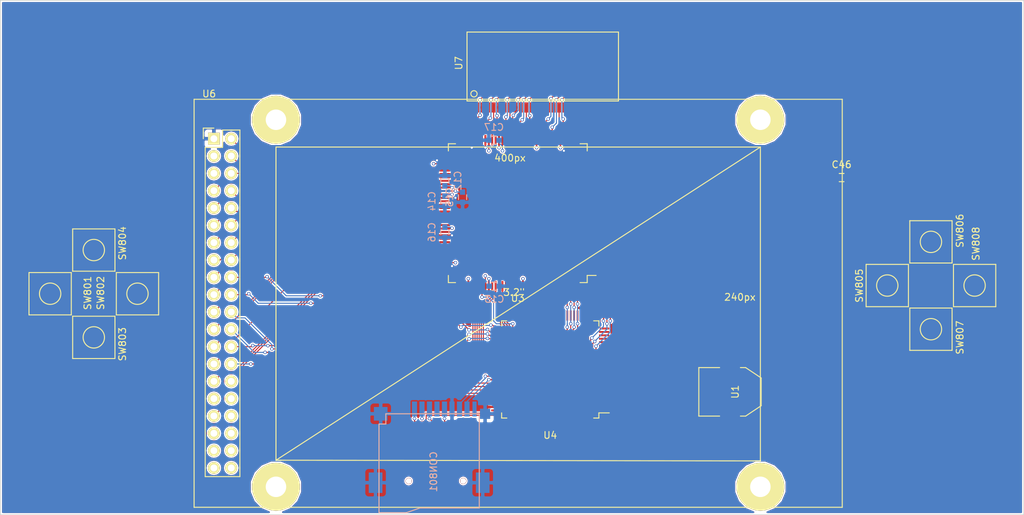
<source format=kicad_pcb>
(kicad_pcb (version 4) (host pcbnew "(2016-02-12 BZR 6554)-stable")

  (general
    (links 220)
    (no_connects 57)
    (area 55.549999 31.549999 205.650001 107.050001)
    (thickness 1.6)
    (drawings 4)
    (tracks 804)
    (zones 0)
    (modules 21)
    (nets 181)
  )

  (page A4)
  (layers
    (0 F.Cu signal)
    (31 B.Cu signal)
    (32 B.Adhes user)
    (33 F.Adhes user)
    (34 B.Paste user)
    (35 F.Paste user)
    (36 B.SilkS user)
    (37 F.SilkS user)
    (38 B.Mask user)
    (39 F.Mask user)
    (40 Dwgs.User user)
    (41 Cmts.User user)
    (42 Eco1.User user)
    (43 Eco2.User user)
    (44 Edge.Cuts user)
    (45 Margin user)
    (46 B.CrtYd user)
    (47 F.CrtYd user)
    (48 B.Fab user)
    (49 F.Fab user)
  )

  (setup
    (last_trace_width 0.153)
    (trace_clearance 0.153)
    (zone_clearance 0.2)
    (zone_45_only no)
    (trace_min 0.153)
    (segment_width 0.2)
    (edge_width 0.1)
    (via_size 0.5)
    (via_drill 0.3)
    (via_min_size 0.4)
    (via_min_drill 0.3)
    (uvia_size 0.3)
    (uvia_drill 0.1)
    (uvias_allowed no)
    (uvia_min_size 0.2)
    (uvia_min_drill 0.1)
    (pcb_text_width 0.3)
    (pcb_text_size 1.5 1.5)
    (mod_edge_width 0.15)
    (mod_text_size 1 1)
    (mod_text_width 0.15)
    (pad_size 1.5 1.5)
    (pad_drill 0.6)
    (pad_to_mask_clearance 0)
    (aux_axis_origin 0 0)
    (visible_elements FFFFFF7F)
    (pcbplotparams
      (layerselection 0x00030_ffffffff)
      (usegerberextensions false)
      (excludeedgelayer true)
      (linewidth 0.100000)
      (plotframeref false)
      (viasonmask false)
      (mode 1)
      (useauxorigin false)
      (hpglpennumber 1)
      (hpglpenspeed 20)
      (hpglpendiameter 15)
      (psnegative false)
      (psa4output false)
      (plotreference true)
      (plotvalue true)
      (plotinvisibletext false)
      (padsonsilk false)
      (subtractmaskfromsilk false)
      (outputformat 1)
      (mirror false)
      (drillshape 1)
      (scaleselection 1)
      (outputdirectory ""))
  )

  (net 0 "")
  (net 1 /FSMC/DA13)
  (net 2 /FSMC/E1_N)
  (net 3 "Net-(C4-Pad1)")
  (net 4 VFPGA33)
  (net 5 +1V2)
  (net 6 "Net-(R2-Pad2)")
  (net 7 "Net-(R3-Pad2)")
  (net 8 /FSMC/A23)
  (net 9 /FSMC/A19)
  (net 10 /FSMC/A20)
  (net 11 /FSMC/A21)
  (net 12 /FSMC/A22)
  (net 13 "Net-(U4-Pad7)")
  (net 14 "Net-(U4-Pad8)")
  (net 15 "Net-(U4-Pad9)")
  (net 16 "Net-(U4-Pad14)")
  (net 17 "Net-(U4-Pad23)")
  (net 18 "Net-(U4-Pad24)")
  (net 19 "Net-(U4-Pad25)")
  (net 20 "Net-(U4-Pad26)")
  (net 21 "Net-(U4-Pad29)")
  (net 22 "Net-(U4-Pad30)")
  (net 23 "Net-(U4-Pad31)")
  (net 24 "Net-(U4-Pad32)")
  (net 25 "Net-(U4-Pad33)")
  (net 26 "Net-(U4-Pad34)")
  (net 27 "Net-(U4-Pad35)")
  (net 28 "Net-(U4-Pad36)")
  (net 29 /FSMC/BOOT1)
  (net 30 /FSMC/DA4)
  (net 31 /FSMC/DA5)
  (net 32 /FSMC/DA6)
  (net 33 /FSMC/DA7)
  (net 34 /FSMC/DA8)
  (net 35 /FSMC/DA9)
  (net 36 /FSMC/DA10)
  (net 37 /FSMC/DA11)
  (net 38 /FSMC/DA12)
  (net 39 "Net-(U4-Pad47)")
  (net 40 "Net-(U4-Pad48)")
  (net 41 /FSMC/DA14)
  (net 42 /FSMC/DA15)
  (net 43 /FSMC/A16)
  (net 44 /FSMC/A17)
  (net 45 /FSMC/A18)
  (net 46 /FSMC/DA0)
  (net 47 /FSMC/DA1)
  (net 48 "Net-(U4-Pad71)")
  (net 49 /FSMC/DA2)
  (net 50 /FSMC/DA3)
  (net 51 /FSMC/CLK)
  (net 52 /FSMC/OE_N)
  (net 53 /FSMC/WE_N)
  (net 54 /FSMC/WAIT_N)
  (net 55 /FSMC/JTDO)
  (net 56 /FSMC/JRST_N)
  (net 57 "Net-(U4-Pad91)")
  (net 58 "Net-(U4-Pad92)")
  (net 59 /FSMC/ADV_N)
  (net 60 "Net-(U4-Pad94)")
  (net 61 "Net-(U4-Pad95)")
  (net 62 "Net-(U4-Pad96)")
  (net 63 /FSMC/BL0_N)
  (net 64 /FSMC/BL1_N)
  (net 65 VSTM33)
  (net 66 GND)
  (net 67 /powersupply/VCAP1)
  (net 68 /powersupply/VCAP2)
  (net 69 "Net-(U6-Pad5)")
  (net 70 "Net-(U6-Pad31)")
  (net 71 "Net-(U6-Pad35)")
  (net 72 "Net-(R14-Pad1)")
  (net 73 "Net-(U6-Pad38)")
  (net 74 "Net-(U6-Pad39)")
  (net 75 "Net-(U6-Pad40)")
  (net 76 /display/DB0)
  (net 77 /display/DB1)
  (net 78 /display/DB2)
  (net 79 /display/RS)
  (net 80 /display/DB3)
  (net 81 /display/WR)
  (net 82 /display/DB4)
  (net 83 /display/RD)
  (net 84 /display/DB5)
  (net 85 /display/DB8)
  (net 86 /display/DB6)
  (net 87 /display/DB9)
  (net 88 /display/DB7)
  (net 89 /display/DB10)
  (net 90 /display/DB11)
  (net 91 /display/DB12)
  (net 92 /display/DB13)
  (net 93 /display/DB14)
  (net 94 /display/DB15)
  (net 95 /display/CS)
  (net 96 /display/RST)
  (net 97 "Net-(U3-Pad73)")
  (net 98 /display/T_BUSY)
  (net 99 /display/T_IRQ)
  (net 100 /sdram/DQ0)
  (net 101 /sdram/DQ1)
  (net 102 /sdram/DQ2)
  (net 103 /sdram/DQ3)
  (net 104 /sdram/DQ4)
  (net 105 /sdram/DQ5)
  (net 106 /sdram/DQ6)
  (net 107 /sdram/DQ7)
  (net 108 /sdram/DQML)
  (net 109 /sdram/WE)
  (net 110 /sdram/CAS)
  (net 111 /sdram/RAS)
  (net 112 /sdram/CS)
  (net 113 /sdram/BA0)
  (net 114 /sdram/BA1)
  (net 115 /sdram/A10)
  (net 116 /sdram/A0)
  (net 117 /sdram/A1)
  (net 118 /sdram/A2)
  (net 119 /sdram/A3)
  (net 120 /sdram/A4)
  (net 121 /sdram/A5)
  (net 122 /sdram/A6)
  (net 123 /sdram/A7)
  (net 124 /sdram/A8)
  (net 125 /sdram/A9)
  (net 126 /sdram/A11)
  (net 127 "Net-(U7-Pad36)")
  (net 128 /sdram/CKE)
  (net 129 /sdram/CLK)
  (net 130 /sdram/DQMH)
  (net 131 "Net-(U7-Pad40)")
  (net 132 /sdram/DQ8)
  (net 133 /sdram/DQ9)
  (net 134 /sdram/DQ10)
  (net 135 /sdram/DQ11)
  (net 136 /sdram/DQ12)
  (net 137 /sdram/DQ13)
  (net 138 /sdram/DQ14)
  (net 139 /sdram/DQ15)
  (net 140 "Net-(U3-Pad10)")
  (net 141 "Net-(U3-Pad11)")
  (net 142 "Net-(U3-Pad13)")
  (net 143 "Net-(U3-Pad15)")
  (net 144 "Net-(U3-Pad16)")
  (net 145 "Net-(U3-Pad17)")
  (net 146 "Net-(U3-Pad18)")
  (net 147 "Net-(U3-Pad114)")
  (net 148 "Net-(U3-Pad115)")
  (net 149 /sdcard/SDIO_D3)
  (net 150 /sdcard/SDIO_CLK)
  (net 151 /sdcard/SDIO_D0)
  (net 152 /sdcard/SDIO_D1)
  (net 153 /sdcard/SDIO_D2)
  (net 154 /debug/FTMS)
  (net 155 /debug/FTDI)
  (net 156 /debug/FTCK)
  (net 157 /debug/FTDO)
  (net 158 /debug/OSCIN)
  (net 159 /debug/OSCOUT)
  (net 160 /FSMC/SDIO_CMD)
  (net 161 /userif/SW_LEFT)
  (net 162 /userif/SW_UP)
  (net 163 /userif/SW_DOWN)
  (net 164 /userif/SW_RIGHT)
  (net 165 /FSMC/T_CS)
  (net 166 /FSMC/T_CLK)
  (net 167 /FSMC/T_DOUT)
  (net 168 /FSMC/T_DIN)
  (net 169 "Net-(U6-Pad30)")
  (net 170 "Net-(U6-Pad32)")
  (net 171 "Net-(U6-Pad34)")
  (net 172 "Net-(U6-Pad36)")
  (net 173 /userif/JTMS)
  (net 174 /userif/JTCK)
  (net 175 /userif/JTDI)
  (net 176 /sdcard/SW_B)
  (net 177 /sdcard/SW_A)
  (net 178 /sdcard/SW_C)
  (net 179 /sdcard/SW_D)
  (net 180 "Net-(CON801-Pad9)")

  (net_class Default "This is the default net class."
    (clearance 0.153)
    (trace_width 0.153)
    (via_dia 0.5)
    (via_drill 0.3)
    (uvia_dia 0.3)
    (uvia_drill 0.1)
    (add_net +1V2)
    (add_net /FSMC/A16)
    (add_net /FSMC/A17)
    (add_net /FSMC/A18)
    (add_net /FSMC/A19)
    (add_net /FSMC/A20)
    (add_net /FSMC/A21)
    (add_net /FSMC/A22)
    (add_net /FSMC/A23)
    (add_net /FSMC/ADV_N)
    (add_net /FSMC/BL0_N)
    (add_net /FSMC/BL1_N)
    (add_net /FSMC/BOOT1)
    (add_net /FSMC/CLK)
    (add_net /FSMC/DA0)
    (add_net /FSMC/DA1)
    (add_net /FSMC/DA10)
    (add_net /FSMC/DA11)
    (add_net /FSMC/DA12)
    (add_net /FSMC/DA13)
    (add_net /FSMC/DA14)
    (add_net /FSMC/DA15)
    (add_net /FSMC/DA2)
    (add_net /FSMC/DA3)
    (add_net /FSMC/DA4)
    (add_net /FSMC/DA5)
    (add_net /FSMC/DA6)
    (add_net /FSMC/DA7)
    (add_net /FSMC/DA8)
    (add_net /FSMC/DA9)
    (add_net /FSMC/E1_N)
    (add_net /FSMC/JRST_N)
    (add_net /FSMC/JTDO)
    (add_net /FSMC/OE_N)
    (add_net /FSMC/SDIO_CMD)
    (add_net /FSMC/T_CLK)
    (add_net /FSMC/T_CS)
    (add_net /FSMC/T_DIN)
    (add_net /FSMC/T_DOUT)
    (add_net /FSMC/WAIT_N)
    (add_net /FSMC/WE_N)
    (add_net /debug/FTCK)
    (add_net /debug/FTDI)
    (add_net /debug/FTDO)
    (add_net /debug/FTMS)
    (add_net /debug/OSCIN)
    (add_net /debug/OSCOUT)
    (add_net /display/CS)
    (add_net /display/DB0)
    (add_net /display/DB1)
    (add_net /display/DB10)
    (add_net /display/DB11)
    (add_net /display/DB12)
    (add_net /display/DB13)
    (add_net /display/DB14)
    (add_net /display/DB15)
    (add_net /display/DB2)
    (add_net /display/DB3)
    (add_net /display/DB4)
    (add_net /display/DB5)
    (add_net /display/DB6)
    (add_net /display/DB7)
    (add_net /display/DB8)
    (add_net /display/DB9)
    (add_net /display/RD)
    (add_net /display/RS)
    (add_net /display/RST)
    (add_net /display/T_BUSY)
    (add_net /display/T_IRQ)
    (add_net /display/WR)
    (add_net /powersupply/VCAP1)
    (add_net /powersupply/VCAP2)
    (add_net /sdcard/SDIO_CLK)
    (add_net /sdcard/SDIO_D0)
    (add_net /sdcard/SDIO_D1)
    (add_net /sdcard/SDIO_D2)
    (add_net /sdcard/SDIO_D3)
    (add_net /sdcard/SW_A)
    (add_net /sdcard/SW_B)
    (add_net /sdcard/SW_C)
    (add_net /sdcard/SW_D)
    (add_net /sdram/A0)
    (add_net /sdram/A1)
    (add_net /sdram/A10)
    (add_net /sdram/A11)
    (add_net /sdram/A2)
    (add_net /sdram/A3)
    (add_net /sdram/A4)
    (add_net /sdram/A5)
    (add_net /sdram/A6)
    (add_net /sdram/A7)
    (add_net /sdram/A8)
    (add_net /sdram/A9)
    (add_net /sdram/BA0)
    (add_net /sdram/BA1)
    (add_net /sdram/CAS)
    (add_net /sdram/CKE)
    (add_net /sdram/CLK)
    (add_net /sdram/CS)
    (add_net /sdram/DQ0)
    (add_net /sdram/DQ1)
    (add_net /sdram/DQ10)
    (add_net /sdram/DQ11)
    (add_net /sdram/DQ12)
    (add_net /sdram/DQ13)
    (add_net /sdram/DQ14)
    (add_net /sdram/DQ15)
    (add_net /sdram/DQ2)
    (add_net /sdram/DQ3)
    (add_net /sdram/DQ4)
    (add_net /sdram/DQ5)
    (add_net /sdram/DQ6)
    (add_net /sdram/DQ7)
    (add_net /sdram/DQ8)
    (add_net /sdram/DQ9)
    (add_net /sdram/DQMH)
    (add_net /sdram/DQML)
    (add_net /sdram/RAS)
    (add_net /sdram/WE)
    (add_net /userif/JTCK)
    (add_net /userif/JTDI)
    (add_net /userif/JTMS)
    (add_net /userif/SW_DOWN)
    (add_net /userif/SW_LEFT)
    (add_net /userif/SW_RIGHT)
    (add_net /userif/SW_UP)
    (add_net GND)
    (add_net "Net-(C4-Pad1)")
    (add_net "Net-(CON801-Pad9)")
    (add_net "Net-(R14-Pad1)")
    (add_net "Net-(R2-Pad2)")
    (add_net "Net-(R3-Pad2)")
    (add_net "Net-(U3-Pad10)")
    (add_net "Net-(U3-Pad11)")
    (add_net "Net-(U3-Pad114)")
    (add_net "Net-(U3-Pad115)")
    (add_net "Net-(U3-Pad13)")
    (add_net "Net-(U3-Pad15)")
    (add_net "Net-(U3-Pad16)")
    (add_net "Net-(U3-Pad17)")
    (add_net "Net-(U3-Pad18)")
    (add_net "Net-(U3-Pad73)")
    (add_net "Net-(U4-Pad14)")
    (add_net "Net-(U4-Pad23)")
    (add_net "Net-(U4-Pad24)")
    (add_net "Net-(U4-Pad25)")
    (add_net "Net-(U4-Pad26)")
    (add_net "Net-(U4-Pad29)")
    (add_net "Net-(U4-Pad30)")
    (add_net "Net-(U4-Pad31)")
    (add_net "Net-(U4-Pad32)")
    (add_net "Net-(U4-Pad33)")
    (add_net "Net-(U4-Pad34)")
    (add_net "Net-(U4-Pad35)")
    (add_net "Net-(U4-Pad36)")
    (add_net "Net-(U4-Pad47)")
    (add_net "Net-(U4-Pad48)")
    (add_net "Net-(U4-Pad7)")
    (add_net "Net-(U4-Pad71)")
    (add_net "Net-(U4-Pad8)")
    (add_net "Net-(U4-Pad9)")
    (add_net "Net-(U4-Pad91)")
    (add_net "Net-(U4-Pad92)")
    (add_net "Net-(U4-Pad94)")
    (add_net "Net-(U4-Pad95)")
    (add_net "Net-(U4-Pad96)")
    (add_net "Net-(U6-Pad30)")
    (add_net "Net-(U6-Pad31)")
    (add_net "Net-(U6-Pad32)")
    (add_net "Net-(U6-Pad34)")
    (add_net "Net-(U6-Pad35)")
    (add_net "Net-(U6-Pad36)")
    (add_net "Net-(U6-Pad38)")
    (add_net "Net-(U6-Pad39)")
    (add_net "Net-(U6-Pad40)")
    (add_net "Net-(U6-Pad5)")
    (add_net "Net-(U7-Pad36)")
    (add_net "Net-(U7-Pad40)")
    (add_net VFPGA33)
    (add_net VSTM33)
  )

  (module itead-display:ITDB02-3.2WD (layer F.Cu) (tedit 56C6AB88) (tstamp 56C69EE3)
    (at 86.9 51.879)
    (path /563244F7/56C57ED6)
    (fp_text reference U6 (at -0.7 -6.575) (layer F.SilkS)
      (effects (font (size 1 1) (thickness 0.15)))
    )
    (fp_text value ITDB02-3.2WD (at 9.3 -6.575) (layer F.Fab)
      (effects (font (size 1 1) (thickness 0.15)))
    )
    (fp_text user 240px (at 77.1 23.225) (layer F.SilkS)
      (effects (font (size 1 1) (thickness 0.15)))
    )
    (fp_text user 400px (at 43.4 2.825) (layer F.SilkS)
      (effects (font (size 1 1) (thickness 0.15)))
    )
    (fp_text user 3.2" (at 44 22.525) (layer F.SilkS)
      (effects (font (size 1 1) (thickness 0.15)))
    )
    (fp_line (start 9.1 47.125) (end 80.1 1.225) (layer F.SilkS) (width 0.15))
    (fp_line (start 9.1 47.125) (end 9.1 1.225) (layer F.SilkS) (width 0.15))
    (fp_line (start 80.1 47.225) (end 9.1 47.125) (layer F.SilkS) (width 0.15))
    (fp_line (start 80.1 1.225) (end 80.1 47.225) (layer F.SilkS) (width 0.15))
    (fp_line (start 9.1 1.225) (end 80.1 1.225) (layer F.SilkS) (width 0.15))
    (fp_line (start -2.9 54.025) (end -2.9 -5.775) (layer F.SilkS) (width 0.15))
    (fp_line (start 92.1 54.025) (end -2.9 54.025) (layer F.SilkS) (width 0.15))
    (fp_line (start 92.1 -5.775) (end 92.1 54.025) (layer F.SilkS) (width 0.15))
    (fp_line (start -2.9 -5.775) (end 92.1 -5.775) (layer F.SilkS) (width 0.15))
    (fp_line (start -1.75 -1.7504) (end -1.75 50.0496) (layer F.CrtYd) (width 0.05))
    (fp_line (start 4.3 -1.7504) (end 4.3 50.0496) (layer F.CrtYd) (width 0.05))
    (fp_line (start -1.75 -1.7504) (end 4.3 -1.7504) (layer F.CrtYd) (width 0.05))
    (fp_line (start -1.75 50.0496) (end 4.3 50.0496) (layer F.CrtYd) (width 0.05))
    (fp_line (start 3.81 49.5296) (end 3.81 -1.2704) (layer F.SilkS) (width 0.15))
    (fp_line (start -1.27 1.2696) (end -1.27 49.5296) (layer F.SilkS) (width 0.15))
    (fp_line (start 3.81 49.5296) (end -1.27 49.5296) (layer F.SilkS) (width 0.15))
    (fp_line (start 3.81 -1.2704) (end 1.27 -1.2704) (layer F.SilkS) (width 0.15))
    (fp_line (start 0 -1.5504) (end -1.55 -1.5504) (layer F.SilkS) (width 0.15))
    (fp_line (start 1.27 -1.2704) (end 1.27 1.2696) (layer F.SilkS) (width 0.15))
    (fp_line (start 1.27 1.2696) (end -1.27 1.2696) (layer F.SilkS) (width 0.15))
    (fp_line (start -1.55 -1.5504) (end -1.55 -0.0004) (layer F.SilkS) (width 0.15))
    (pad 1 thru_hole rect (at 0 -0.0004) (size 1.7272 1.7272) (drill 1.016) (layers *.Cu *.Mask F.SilkS)
      (net 66 GND))
    (pad 2 thru_hole oval (at 2.54 -0.0004) (size 1.7272 1.7272) (drill 1.016) (layers *.Cu *.Mask F.SilkS)
      (net 76 /display/DB0))
    (pad 3 thru_hole oval (at 0 2.5396) (size 1.7272 1.7272) (drill 1.016) (layers *.Cu *.Mask F.SilkS)
      (net 4 VFPGA33))
    (pad 4 thru_hole oval (at 2.54 2.5396) (size 1.7272 1.7272) (drill 1.016) (layers *.Cu *.Mask F.SilkS)
      (net 77 /display/DB1))
    (pad 5 thru_hole oval (at 0 5.0796) (size 1.7272 1.7272) (drill 1.016) (layers *.Cu *.Mask F.SilkS)
      (net 69 "Net-(U6-Pad5)"))
    (pad 6 thru_hole oval (at 2.54 5.0796) (size 1.7272 1.7272) (drill 1.016) (layers *.Cu *.Mask F.SilkS)
      (net 78 /display/DB2))
    (pad 7 thru_hole oval (at 0 7.6196) (size 1.7272 1.7272) (drill 1.016) (layers *.Cu *.Mask F.SilkS)
      (net 79 /display/RS))
    (pad 8 thru_hole oval (at 2.54 7.6196) (size 1.7272 1.7272) (drill 1.016) (layers *.Cu *.Mask F.SilkS)
      (net 80 /display/DB3))
    (pad 9 thru_hole oval (at 0 10.1596) (size 1.7272 1.7272) (drill 1.016) (layers *.Cu *.Mask F.SilkS)
      (net 81 /display/WR))
    (pad 10 thru_hole oval (at 2.54 10.1596) (size 1.7272 1.7272) (drill 1.016) (layers *.Cu *.Mask F.SilkS)
      (net 82 /display/DB4))
    (pad 11 thru_hole oval (at 0 12.6996) (size 1.7272 1.7272) (drill 1.016) (layers *.Cu *.Mask F.SilkS)
      (net 83 /display/RD))
    (pad 12 thru_hole oval (at 2.54 12.6996) (size 1.7272 1.7272) (drill 1.016) (layers *.Cu *.Mask F.SilkS)
      (net 84 /display/DB5))
    (pad 13 thru_hole oval (at 0 15.2396) (size 1.7272 1.7272) (drill 1.016) (layers *.Cu *.Mask F.SilkS)
      (net 85 /display/DB8))
    (pad 14 thru_hole oval (at 2.54 15.2396) (size 1.7272 1.7272) (drill 1.016) (layers *.Cu *.Mask F.SilkS)
      (net 86 /display/DB6))
    (pad 15 thru_hole oval (at 0 17.7796) (size 1.7272 1.7272) (drill 1.016) (layers *.Cu *.Mask F.SilkS)
      (net 87 /display/DB9))
    (pad 16 thru_hole oval (at 2.54 17.7796) (size 1.7272 1.7272) (drill 1.016) (layers *.Cu *.Mask F.SilkS)
      (net 88 /display/DB7))
    (pad 17 thru_hole oval (at 0 20.3196) (size 1.7272 1.7272) (drill 1.016) (layers *.Cu *.Mask F.SilkS)
      (net 89 /display/DB10))
    (pad 18 thru_hole oval (at 2.54 20.3196) (size 1.7272 1.7272) (drill 1.016) (layers *.Cu *.Mask F.SilkS)
      (net 166 /FSMC/T_CLK))
    (pad 19 thru_hole oval (at 0 22.8596) (size 1.7272 1.7272) (drill 1.016) (layers *.Cu *.Mask F.SilkS)
      (net 90 /display/DB11))
    (pad 20 thru_hole oval (at 2.54 22.8596) (size 1.7272 1.7272) (drill 1.016) (layers *.Cu *.Mask F.SilkS)
      (net 165 /FSMC/T_CS))
    (pad 21 thru_hole oval (at 0 25.3996) (size 1.7272 1.7272) (drill 1.016) (layers *.Cu *.Mask F.SilkS)
      (net 91 /display/DB12))
    (pad 22 thru_hole oval (at 2.54 25.3996) (size 1.7272 1.7272) (drill 1.016) (layers *.Cu *.Mask F.SilkS)
      (net 168 /FSMC/T_DIN))
    (pad 23 thru_hole oval (at 0 27.9396) (size 1.7272 1.7272) (drill 1.016) (layers *.Cu *.Mask F.SilkS)
      (net 92 /display/DB13))
    (pad 24 thru_hole oval (at 2.54 27.9396) (size 1.7272 1.7272) (drill 1.016) (layers *.Cu *.Mask F.SilkS)
      (net 98 /display/T_BUSY))
    (pad 25 thru_hole oval (at 0 30.4796) (size 1.7272 1.7272) (drill 1.016) (layers *.Cu *.Mask F.SilkS)
      (net 93 /display/DB14))
    (pad 26 thru_hole oval (at 2.54 30.4796) (size 1.7272 1.7272) (drill 1.016) (layers *.Cu *.Mask F.SilkS)
      (net 167 /FSMC/T_DOUT))
    (pad 27 thru_hole oval (at 0 33.0196) (size 1.7272 1.7272) (drill 1.016) (layers *.Cu *.Mask F.SilkS)
      (net 94 /display/DB15))
    (pad 28 thru_hole oval (at 2.54 33.0196) (size 1.7272 1.7272) (drill 1.016) (layers *.Cu *.Mask F.SilkS)
      (net 99 /display/T_IRQ))
    (pad 29 thru_hole oval (at 0 35.5596) (size 1.7272 1.7272) (drill 1.016) (layers *.Cu *.Mask F.SilkS)
      (net 95 /display/CS))
    (pad 30 thru_hole oval (at 2.54 35.5596) (size 1.7272 1.7272) (drill 1.016) (layers *.Cu *.Mask F.SilkS)
      (net 169 "Net-(U6-Pad30)"))
    (pad 31 thru_hole oval (at 0 38.0996) (size 1.7272 1.7272) (drill 1.016) (layers *.Cu *.Mask F.SilkS)
      (net 70 "Net-(U6-Pad31)"))
    (pad 32 thru_hole oval (at 2.54 38.0996) (size 1.7272 1.7272) (drill 1.016) (layers *.Cu *.Mask F.SilkS)
      (net 170 "Net-(U6-Pad32)"))
    (pad 33 thru_hole oval (at 0 40.6396) (size 1.7272 1.7272) (drill 1.016) (layers *.Cu *.Mask F.SilkS)
      (net 96 /display/RST))
    (pad 34 thru_hole oval (at 2.54 40.6396) (size 1.7272 1.7272) (drill 1.016) (layers *.Cu *.Mask F.SilkS)
      (net 171 "Net-(U6-Pad34)"))
    (pad 35 thru_hole oval (at 0 43.1796) (size 1.7272 1.7272) (drill 1.016) (layers *.Cu *.Mask F.SilkS)
      (net 71 "Net-(U6-Pad35)"))
    (pad 36 thru_hole oval (at 2.54 43.1796) (size 1.7272 1.7272) (drill 1.016) (layers *.Cu *.Mask F.SilkS)
      (net 172 "Net-(U6-Pad36)"))
    (pad 37 thru_hole oval (at 0 45.7196) (size 1.7272 1.7272) (drill 1.016) (layers *.Cu *.Mask F.SilkS)
      (net 72 "Net-(R14-Pad1)"))
    (pad 38 thru_hole oval (at 2.54 45.7196) (size 1.7272 1.7272) (drill 1.016) (layers *.Cu *.Mask F.SilkS)
      (net 73 "Net-(U6-Pad38)"))
    (pad 39 thru_hole oval (at 0 48.2596) (size 1.7272 1.7272) (drill 1.016) (layers *.Cu *.Mask F.SilkS)
      (net 74 "Net-(U6-Pad39)"))
    (pad 40 thru_hole oval (at 2.54 48.2596) (size 1.7272 1.7272) (drill 1.016) (layers *.Cu *.Mask F.SilkS)
      (net 75 "Net-(U6-Pad40)"))
    (pad "" np_thru_hole circle (at 9.1 -2.775) (size 7 7) (drill 3) (layers *.Cu *.Mask F.SilkS))
    (pad "" np_thru_hole circle (at 9.1 51.025) (size 7 7) (drill 3) (layers *.Cu *.Mask F.SilkS))
    (pad "" np_thru_hole circle (at 80.1 -2.775) (size 7 7) (drill 3) (layers *.Cu *.Mask F.SilkS))
    (pad "" np_thru_hole circle (at 80.1 51.025) (size 7 7) (drill 3) (layers *.Cu *.Mask F.SilkS))
    (model Pin_Headers.3dshapes/Pin_Header_Straight_2x20.wrl
      (at (xyz 0.05 -0.95 0))
      (scale (xyz 1 1 1))
      (rotate (xyz 0 0 90))
    )
  )

  (module smd:TSOP-54 (layer F.Cu) (tedit 56C6D015) (tstamp 56C6E984)
    (at 124.7 47.3)
    (path /563244F7/56C702B2)
    (fp_text reference U7 (at -1.9 -6.5 90) (layer F.SilkS)
      (effects (font (size 1 1) (thickness 0.15)))
    )
    (fp_text value IS42S16800F (at 10.05 -5.8) (layer F.Fab)
      (effects (font (size 1 1) (thickness 0.15)))
    )
    (fp_circle (center 0.323502 -2) (end 0.55 -1.6) (layer F.SilkS) (width 0.15))
    (fp_line (start 21.5 -11.05) (end -0.7 -11.05) (layer F.SilkS) (width 0.15))
    (fp_line (start 21.5 -0.95) (end 21.5 -11.05) (layer F.SilkS) (width 0.15))
    (fp_line (start -0.7 -0.95) (end 21.5 -0.95) (layer F.SilkS) (width 0.15))
    (fp_line (start -0.7 -11.05) (end -0.7 -0.95) (layer F.SilkS) (width 0.15))
    (pad 1 smd rect (at 0 0) (size 0.55 1.5) (layers F.Cu F.Paste F.Mask)
      (net 4 VFPGA33))
    (pad 2 smd rect (at 0.8 0) (size 0.55 1.5) (layers F.Cu F.Paste F.Mask)
      (net 100 /sdram/DQ0))
    (pad 3 smd rect (at 1.6 0) (size 0.55 1.5) (layers F.Cu F.Paste F.Mask)
      (net 66 GND))
    (pad 4 smd rect (at 2.4 0) (size 0.55 1.5) (layers F.Cu F.Paste F.Mask)
      (net 101 /sdram/DQ1))
    (pad 5 smd rect (at 3.2 0) (size 0.55 1.5) (layers F.Cu F.Paste F.Mask)
      (net 102 /sdram/DQ2))
    (pad 6 smd rect (at 4 0) (size 0.55 1.5) (layers F.Cu F.Paste F.Mask)
      (net 66 GND))
    (pad 7 smd rect (at 4.8 0) (size 0.55 1.5) (layers F.Cu F.Paste F.Mask)
      (net 103 /sdram/DQ3))
    (pad 8 smd rect (at 5.6 0) (size 0.55 1.5) (layers F.Cu F.Paste F.Mask)
      (net 104 /sdram/DQ4))
    (pad 9 smd rect (at 6.4 0) (size 0.55 1.5) (layers F.Cu F.Paste F.Mask)
      (net 66 GND))
    (pad 10 smd rect (at 7.2 0) (size 0.55 1.5) (layers F.Cu F.Paste F.Mask)
      (net 105 /sdram/DQ5))
    (pad 11 smd rect (at 8 0) (size 0.55 1.5) (layers F.Cu F.Paste F.Mask)
      (net 106 /sdram/DQ6))
    (pad 12 smd rect (at 8.8 0) (size 0.55 1.5) (layers F.Cu F.Paste F.Mask)
      (net 66 GND))
    (pad 13 smd rect (at 9.6 0) (size 0.55 1.5) (layers F.Cu F.Paste F.Mask)
      (net 107 /sdram/DQ7))
    (pad 14 smd rect (at 10.4 0) (size 0.55 1.5) (layers F.Cu F.Paste F.Mask)
      (net 4 VFPGA33))
    (pad 15 smd rect (at 11.2 0) (size 0.55 1.5) (layers F.Cu F.Paste F.Mask)
      (net 108 /sdram/DQML))
    (pad 16 smd rect (at 12 0) (size 0.55 1.5) (layers F.Cu F.Paste F.Mask)
      (net 109 /sdram/WE))
    (pad 17 smd rect (at 12.8 0) (size 0.55 1.5) (layers F.Cu F.Paste F.Mask)
      (net 110 /sdram/CAS))
    (pad 18 smd rect (at 13.6 0) (size 0.55 1.5) (layers F.Cu F.Paste F.Mask)
      (net 111 /sdram/RAS))
    (pad 19 smd rect (at 14.4 0) (size 0.55 1.5) (layers F.Cu F.Paste F.Mask)
      (net 112 /sdram/CS))
    (pad 20 smd rect (at 15.2 0) (size 0.55 1.5) (layers F.Cu F.Paste F.Mask)
      (net 113 /sdram/BA0))
    (pad 21 smd rect (at 16 0) (size 0.55 1.5) (layers F.Cu F.Paste F.Mask)
      (net 114 /sdram/BA1))
    (pad 22 smd rect (at 16.8 0) (size 0.55 1.5) (layers F.Cu F.Paste F.Mask)
      (net 115 /sdram/A10))
    (pad 23 smd rect (at 17.6 0) (size 0.55 1.5) (layers F.Cu F.Paste F.Mask)
      (net 116 /sdram/A0))
    (pad 24 smd rect (at 18.4 0) (size 0.55 1.5) (layers F.Cu F.Paste F.Mask)
      (net 117 /sdram/A1))
    (pad 25 smd rect (at 19.2 0) (size 0.55 1.5) (layers F.Cu F.Paste F.Mask)
      (net 118 /sdram/A2))
    (pad 26 smd rect (at 20 0) (size 0.55 1.5) (layers F.Cu F.Paste F.Mask)
      (net 119 /sdram/A3))
    (pad 27 smd rect (at 20.8 0) (size 0.55 1.5) (layers F.Cu F.Paste F.Mask)
      (net 4 VFPGA33))
    (pad 28 smd rect (at 20.8 -12) (size 0.55 1.5) (layers F.Cu F.Paste F.Mask)
      (net 4 VFPGA33))
    (pad 29 smd rect (at 20 -12) (size 0.55 1.5) (layers F.Cu F.Paste F.Mask)
      (net 120 /sdram/A4))
    (pad 30 smd rect (at 19.2 -12) (size 0.55 1.5) (layers F.Cu F.Paste F.Mask)
      (net 121 /sdram/A5))
    (pad 31 smd rect (at 18.4 -12) (size 0.55 1.5) (layers F.Cu F.Paste F.Mask)
      (net 122 /sdram/A6))
    (pad 32 smd rect (at 17.6 -12) (size 0.55 1.5) (layers F.Cu F.Paste F.Mask)
      (net 123 /sdram/A7))
    (pad 33 smd rect (at 16.8 -12) (size 0.55 1.5) (layers F.Cu F.Paste F.Mask)
      (net 124 /sdram/A8))
    (pad 34 smd rect (at 16 -12) (size 0.55 1.5) (layers F.Cu F.Paste F.Mask)
      (net 125 /sdram/A9))
    (pad 35 smd rect (at 15.2 -12) (size 0.55 1.5) (layers F.Cu F.Paste F.Mask)
      (net 126 /sdram/A11))
    (pad 36 smd rect (at 14.4 -12) (size 0.55 1.5) (layers F.Cu F.Paste F.Mask)
      (net 127 "Net-(U7-Pad36)"))
    (pad 37 smd rect (at 13.6 -12) (size 0.55 1.5) (layers F.Cu F.Paste F.Mask)
      (net 128 /sdram/CKE))
    (pad 38 smd rect (at 12.8 -12) (size 0.55 1.5) (layers F.Cu F.Paste F.Mask)
      (net 129 /sdram/CLK))
    (pad 39 smd rect (at 12 -12) (size 0.55 1.5) (layers F.Cu F.Paste F.Mask)
      (net 130 /sdram/DQMH))
    (pad 40 smd rect (at 11.2 -12) (size 0.55 1.5) (layers F.Cu F.Paste F.Mask)
      (net 131 "Net-(U7-Pad40)"))
    (pad 41 smd rect (at 10.4 -12) (size 0.55 1.5) (layers F.Cu F.Paste F.Mask)
      (net 4 VFPGA33))
    (pad 42 smd rect (at 9.6 -12) (size 0.55 1.5) (layers F.Cu F.Paste F.Mask)
      (net 132 /sdram/DQ8))
    (pad 43 smd rect (at 8.8 -12) (size 0.55 1.5) (layers F.Cu F.Paste F.Mask)
      (net 66 GND))
    (pad 44 smd rect (at 8 -12) (size 0.55 1.5) (layers F.Cu F.Paste F.Mask)
      (net 133 /sdram/DQ9))
    (pad 45 smd rect (at 7.2 -12) (size 0.55 1.5) (layers F.Cu F.Paste F.Mask)
      (net 134 /sdram/DQ10))
    (pad 46 smd rect (at 6.4 -12) (size 0.55 1.5) (layers F.Cu F.Paste F.Mask)
      (net 66 GND))
    (pad 47 smd rect (at 5.6 -12) (size 0.55 1.5) (layers F.Cu F.Paste F.Mask)
      (net 135 /sdram/DQ11))
    (pad 48 smd rect (at 4.8 -12) (size 0.55 1.5) (layers F.Cu F.Paste F.Mask)
      (net 136 /sdram/DQ12))
    (pad 49 smd rect (at 4 -12) (size 0.55 1.5) (layers F.Cu F.Paste F.Mask)
      (net 66 GND))
    (pad 50 smd rect (at 3.2 -12) (size 0.55 1.5) (layers F.Cu F.Paste F.Mask)
      (net 137 /sdram/DQ13))
    (pad 51 smd rect (at 2.4 -12) (size 0.55 1.5) (layers F.Cu F.Paste F.Mask)
      (net 138 /sdram/DQ14))
    (pad 52 smd rect (at 1.6 -12) (size 0.55 1.5) (layers F.Cu F.Paste F.Mask)
      (net 66 GND))
    (pad 53 smd rect (at 0.8 -12) (size 0.55 1.5) (layers F.Cu F.Paste F.Mask)
      (net 139 /sdram/DQ15))
    (pad 54 smd rect (at 0 -12) (size 0.55 1.5) (layers F.Cu F.Paste F.Mask)
      (net 4 VFPGA33))
  )

  (module Housings_QFP:LQFP-144_20x20mm_Pitch0.5mm (layer F.Cu) (tedit 54130A77) (tstamp 56C45027)
    (at 131.443728 62.795542 180)
    (descr "144-Lead Plastic Low Profile Quad Flatpack (PL) - 20x20x1.40 mm Body [LQFP], 2.00 mm Footprint (see Microchip Packaging Specification 00000049BS.pdf)")
    (tags "QFP 0.5")
    (path /563244F7/56323459)
    (attr smd)
    (fp_text reference U3 (at 0 -12.475 180) (layer F.SilkS)
      (effects (font (size 1 1) (thickness 0.15)))
    )
    (fp_text value LFXP2-5E-6TN144C (at 0 12.475 180) (layer F.Fab)
      (effects (font (size 1 1) (thickness 0.15)))
    )
    (fp_line (start -11.75 -11.75) (end -11.75 11.75) (layer F.CrtYd) (width 0.05))
    (fp_line (start 11.75 -11.75) (end 11.75 11.75) (layer F.CrtYd) (width 0.05))
    (fp_line (start -11.75 -11.75) (end 11.75 -11.75) (layer F.CrtYd) (width 0.05))
    (fp_line (start -11.75 11.75) (end 11.75 11.75) (layer F.CrtYd) (width 0.05))
    (fp_line (start -10.175 -10.175) (end -10.175 -9.125) (layer F.SilkS) (width 0.15))
    (fp_line (start 10.175 -10.175) (end 10.175 -9.125) (layer F.SilkS) (width 0.15))
    (fp_line (start 10.175 10.175) (end 10.175 9.125) (layer F.SilkS) (width 0.15))
    (fp_line (start -10.175 10.175) (end -10.175 9.125) (layer F.SilkS) (width 0.15))
    (fp_line (start -10.175 -10.175) (end -9.125 -10.175) (layer F.SilkS) (width 0.15))
    (fp_line (start -10.175 10.175) (end -9.125 10.175) (layer F.SilkS) (width 0.15))
    (fp_line (start 10.175 10.175) (end 9.125 10.175) (layer F.SilkS) (width 0.15))
    (fp_line (start 10.175 -10.175) (end 9.125 -10.175) (layer F.SilkS) (width 0.15))
    (fp_line (start -10.175 -9.125) (end -11.475 -9.125) (layer F.SilkS) (width 0.15))
    (pad 1 smd rect (at -10.7 -8.75 180) (size 1.55 0.3) (layers F.Cu F.Paste F.Mask)
      (net 63 /FSMC/BL0_N))
    (pad 2 smd rect (at -10.7 -8.25 180) (size 1.55 0.3) (layers F.Cu F.Paste F.Mask)
      (net 64 /FSMC/BL1_N))
    (pad 3 smd rect (at -10.7 -7.75 180) (size 1.55 0.3) (layers F.Cu F.Paste F.Mask)
      (net 66 GND))
    (pad 4 smd rect (at -10.7 -7.25 180) (size 1.55 0.3) (layers F.Cu F.Paste F.Mask)
      (net 4 VFPGA33))
    (pad 5 smd rect (at -10.7 -6.75 180) (size 1.55 0.3) (layers F.Cu F.Paste F.Mask)
      (net 8 /FSMC/A23))
    (pad 6 smd rect (at -10.7 -6.25 180) (size 1.55 0.3) (layers F.Cu F.Paste F.Mask)
      (net 9 /FSMC/A19))
    (pad 7 smd rect (at -10.7 -5.75 180) (size 1.55 0.3) (layers F.Cu F.Paste F.Mask)
      (net 10 /FSMC/A20))
    (pad 8 smd rect (at -10.7 -5.25 180) (size 1.55 0.3) (layers F.Cu F.Paste F.Mask)
      (net 11 /FSMC/A21))
    (pad 9 smd rect (at -10.7 -4.75 180) (size 1.55 0.3) (layers F.Cu F.Paste F.Mask)
      (net 12 /FSMC/A22))
    (pad 10 smd rect (at -10.7 -4.25 180) (size 1.55 0.3) (layers F.Cu F.Paste F.Mask)
      (net 140 "Net-(U3-Pad10)"))
    (pad 11 smd rect (at -10.7 -3.75 180) (size 1.55 0.3) (layers F.Cu F.Paste F.Mask)
      (net 141 "Net-(U3-Pad11)"))
    (pad 12 smd rect (at -10.7 -3.25 180) (size 1.55 0.3) (layers F.Cu F.Paste F.Mask)
      (net 66 GND))
    (pad 13 smd rect (at -10.7 -2.75 180) (size 1.55 0.3) (layers F.Cu F.Paste F.Mask)
      (net 142 "Net-(U3-Pad13)"))
    (pad 14 smd rect (at -10.7 -2.25 180) (size 1.55 0.3) (layers F.Cu F.Paste F.Mask)
      (net 4 VFPGA33))
    (pad 15 smd rect (at -10.7 -1.75 180) (size 1.55 0.3) (layers F.Cu F.Paste F.Mask)
      (net 143 "Net-(U3-Pad15)"))
    (pad 16 smd rect (at -10.7 -1.25 180) (size 1.55 0.3) (layers F.Cu F.Paste F.Mask)
      (net 144 "Net-(U3-Pad16)"))
    (pad 17 smd rect (at -10.7 -0.75 180) (size 1.55 0.3) (layers F.Cu F.Paste F.Mask)
      (net 145 "Net-(U3-Pad17)"))
    (pad 18 smd rect (at -10.7 -0.25 180) (size 1.55 0.3) (layers F.Cu F.Paste F.Mask)
      (net 146 "Net-(U3-Pad18)"))
    (pad 19 smd rect (at -10.7 0.25 180) (size 1.55 0.3) (layers F.Cu F.Paste F.Mask)
      (net 120 /sdram/A4))
    (pad 20 smd rect (at -10.7 0.75 180) (size 1.55 0.3) (layers F.Cu F.Paste F.Mask)
      (net 121 /sdram/A5))
    (pad 21 smd rect (at -10.7 1.25 180) (size 1.55 0.3) (layers F.Cu F.Paste F.Mask)
      (net 122 /sdram/A6))
    (pad 22 smd rect (at -10.7 1.75 180) (size 1.55 0.3) (layers F.Cu F.Paste F.Mask)
      (net 123 /sdram/A7))
    (pad 23 smd rect (at -10.7 2.25 180) (size 1.55 0.3) (layers F.Cu F.Paste F.Mask)
      (net 4 VFPGA33))
    (pad 24 smd rect (at -10.7 2.75 180) (size 1.55 0.3) (layers F.Cu F.Paste F.Mask)
      (net 5 +1V2))
    (pad 25 smd rect (at -10.7 3.25 180) (size 1.55 0.3) (layers F.Cu F.Paste F.Mask)
      (net 6 "Net-(R2-Pad2)"))
    (pad 26 smd rect (at -10.7 3.75 180) (size 1.55 0.3) (layers F.Cu F.Paste F.Mask)
      (net 7 "Net-(R3-Pad2)"))
    (pad 27 smd rect (at -10.7 4.25 180) (size 1.55 0.3) (layers F.Cu F.Paste F.Mask)
      (net 124 /sdram/A8))
    (pad 28 smd rect (at -10.7 4.75 180) (size 1.55 0.3) (layers F.Cu F.Paste F.Mask)
      (net 125 /sdram/A9))
    (pad 29 smd rect (at -10.7 5.25 180) (size 1.55 0.3) (layers F.Cu F.Paste F.Mask)
      (net 126 /sdram/A11))
    (pad 30 smd rect (at -10.7 5.75 180) (size 1.55 0.3) (layers F.Cu F.Paste F.Mask)
      (net 119 /sdram/A3))
    (pad 31 smd rect (at -10.7 6.25 180) (size 1.55 0.3) (layers F.Cu F.Paste F.Mask)
      (net 118 /sdram/A2))
    (pad 32 smd rect (at -10.7 6.75 180) (size 1.55 0.3) (layers F.Cu F.Paste F.Mask)
      (net 117 /sdram/A1))
    (pad 33 smd rect (at -10.7 7.25 180) (size 1.55 0.3) (layers F.Cu F.Paste F.Mask)
      (net 4 VFPGA33))
    (pad 34 smd rect (at -10.7 7.75 180) (size 1.55 0.3) (layers F.Cu F.Paste F.Mask)
      (net 66 GND))
    (pad 35 smd rect (at -10.7 8.25 180) (size 1.55 0.3) (layers F.Cu F.Paste F.Mask)
      (net 115 /sdram/A10))
    (pad 36 smd rect (at -10.7 8.75 180) (size 1.55 0.3) (layers F.Cu F.Paste F.Mask)
      (net 116 /sdram/A0))
    (pad 37 smd rect (at -8.75 10.7 270) (size 1.55 0.3) (layers F.Cu F.Paste F.Mask)
      (net 114 /sdram/BA1))
    (pad 38 smd rect (at -8.25 10.7 270) (size 1.55 0.3) (layers F.Cu F.Paste F.Mask)
      (net 113 /sdram/BA0))
    (pad 39 smd rect (at -7.75 10.7 270) (size 1.55 0.3) (layers F.Cu F.Paste F.Mask)
      (net 112 /sdram/CS))
    (pad 40 smd rect (at -7.25 10.7 270) (size 1.55 0.3) (layers F.Cu F.Paste F.Mask)
      (net 111 /sdram/RAS))
    (pad 41 smd rect (at -6.75 10.7 270) (size 1.55 0.3) (layers F.Cu F.Paste F.Mask)
      (net 66 GND))
    (pad 42 smd rect (at -6.25 10.7 270) (size 1.55 0.3) (layers F.Cu F.Paste F.Mask)
      (net 4 VFPGA33))
    (pad 43 smd rect (at -5.75 10.7 270) (size 1.55 0.3) (layers F.Cu F.Paste F.Mask)
      (net 128 /sdram/CKE))
    (pad 44 smd rect (at -5.25 10.7 270) (size 1.55 0.3) (layers F.Cu F.Paste F.Mask)
      (net 110 /sdram/CAS))
    (pad 45 smd rect (at -4.75 10.7 270) (size 1.55 0.3) (layers F.Cu F.Paste F.Mask)
      (net 129 /sdram/CLK))
    (pad 46 smd rect (at -4.25 10.7 270) (size 1.55 0.3) (layers F.Cu F.Paste F.Mask)
      (net 109 /sdram/WE))
    (pad 47 smd rect (at -3.75 10.7 270) (size 1.55 0.3) (layers F.Cu F.Paste F.Mask)
      (net 130 /sdram/DQMH))
    (pad 48 smd rect (at -3.25 10.7 270) (size 1.55 0.3) (layers F.Cu F.Paste F.Mask)
      (net 108 /sdram/DQML))
    (pad 49 smd rect (at -2.75 10.7 270) (size 1.55 0.3) (layers F.Cu F.Paste F.Mask)
      (net 4 VFPGA33))
    (pad 50 smd rect (at -2.25 10.7 270) (size 1.55 0.3) (layers F.Cu F.Paste F.Mask)
      (net 107 /sdram/DQ7))
    (pad 51 smd rect (at -1.75 10.7 270) (size 1.55 0.3) (layers F.Cu F.Paste F.Mask)
      (net 66 GND))
    (pad 52 smd rect (at -1.25 10.7 270) (size 1.55 0.3) (layers F.Cu F.Paste F.Mask)
      (net 132 /sdram/DQ8))
    (pad 53 smd rect (at -0.75 10.7 270) (size 1.55 0.3) (layers F.Cu F.Paste F.Mask)
      (net 106 /sdram/DQ6))
    (pad 54 smd rect (at -0.25 10.7 270) (size 1.55 0.3) (layers F.Cu F.Paste F.Mask)
      (net 133 /sdram/DQ9))
    (pad 55 smd rect (at 0.25 10.7 270) (size 1.55 0.3) (layers F.Cu F.Paste F.Mask)
      (net 105 /sdram/DQ5))
    (pad 56 smd rect (at 0.75 10.7 270) (size 1.55 0.3) (layers F.Cu F.Paste F.Mask)
      (net 134 /sdram/DQ10))
    (pad 57 smd rect (at 1.25 10.7 270) (size 1.55 0.3) (layers F.Cu F.Paste F.Mask)
      (net 104 /sdram/DQ4))
    (pad 58 smd rect (at 1.75 10.7 270) (size 1.55 0.3) (layers F.Cu F.Paste F.Mask)
      (net 135 /sdram/DQ11))
    (pad 59 smd rect (at 2.25 10.7 270) (size 1.55 0.3) (layers F.Cu F.Paste F.Mask)
      (net 5 +1V2))
    (pad 60 smd rect (at 2.75 10.7 270) (size 1.55 0.3) (layers F.Cu F.Paste F.Mask)
      (net 4 VFPGA33))
    (pad 61 smd rect (at 3.25 10.7 270) (size 1.55 0.3) (layers F.Cu F.Paste F.Mask)
      (net 103 /sdram/DQ3))
    (pad 62 smd rect (at 3.75 10.7 270) (size 1.55 0.3) (layers F.Cu F.Paste F.Mask)
      (net 136 /sdram/DQ12))
    (pad 63 smd rect (at 4.25 10.7 270) (size 1.55 0.3) (layers F.Cu F.Paste F.Mask)
      (net 4 VFPGA33))
    (pad 64 smd rect (at 4.75 10.7 270) (size 1.55 0.3) (layers F.Cu F.Paste F.Mask)
      (net 66 GND))
    (pad 65 smd rect (at 5.25 10.7 270) (size 1.55 0.3) (layers F.Cu F.Paste F.Mask)
      (net 102 /sdram/DQ2))
    (pad 66 smd rect (at 5.75 10.7 270) (size 1.55 0.3) (layers F.Cu F.Paste F.Mask)
      (net 137 /sdram/DQ13))
    (pad 67 smd rect (at 6.25 10.7 270) (size 1.55 0.3) (layers F.Cu F.Paste F.Mask)
      (net 4 VFPGA33))
    (pad 68 smd rect (at 6.75 10.7 270) (size 1.55 0.3) (layers F.Cu F.Paste F.Mask)
      (net 66 GND))
    (pad 69 smd rect (at 7.25 10.7 270) (size 1.55 0.3) (layers F.Cu F.Paste F.Mask)
      (net 101 /sdram/DQ1))
    (pad 70 smd rect (at 7.75 10.7 270) (size 1.55 0.3) (layers F.Cu F.Paste F.Mask)
      (net 138 /sdram/DQ14))
    (pad 71 smd rect (at 8.25 10.7 270) (size 1.55 0.3) (layers F.Cu F.Paste F.Mask)
      (net 100 /sdram/DQ0))
    (pad 72 smd rect (at 8.75 10.7 270) (size 1.55 0.3) (layers F.Cu F.Paste F.Mask)
      (net 139 /sdram/DQ15))
    (pad 73 smd rect (at 10.7 8.75 180) (size 1.55 0.3) (layers F.Cu F.Paste F.Mask)
      (net 97 "Net-(U3-Pad73)"))
    (pad 74 smd rect (at 10.7 8.25 180) (size 1.55 0.3) (layers F.Cu F.Paste F.Mask)
      (net 76 /display/DB0))
    (pad 75 smd rect (at 10.7 7.75 180) (size 1.55 0.3) (layers F.Cu F.Paste F.Mask)
      (net 66 GND))
    (pad 76 smd rect (at 10.7 7.25 180) (size 1.55 0.3) (layers F.Cu F.Paste F.Mask)
      (net 4 VFPGA33))
    (pad 77 smd rect (at 10.7 6.75 180) (size 1.55 0.3) (layers F.Cu F.Paste F.Mask)
      (net 77 /display/DB1))
    (pad 78 smd rect (at 10.7 6.25 180) (size 1.55 0.3) (layers F.Cu F.Paste F.Mask)
      (net 78 /display/DB2))
    (pad 79 smd rect (at 10.7 5.75 180) (size 1.55 0.3) (layers F.Cu F.Paste F.Mask)
      (net 154 /debug/FTMS))
    (pad 80 smd rect (at 10.7 5.25 180) (size 1.55 0.3) (layers F.Cu F.Paste F.Mask)
      (net 155 /debug/FTDI))
    (pad 81 smd rect (at 10.7 4.75 180) (size 1.55 0.3) (layers F.Cu F.Paste F.Mask)
      (net 156 /debug/FTCK))
    (pad 82 smd rect (at 10.7 4.25 180) (size 1.55 0.3) (layers F.Cu F.Paste F.Mask)
      (net 157 /debug/FTDO))
    (pad 83 smd rect (at 10.7 3.75 180) (size 1.55 0.3) (layers F.Cu F.Paste F.Mask)
      (net 4 VFPGA33))
    (pad 84 smd rect (at 10.7 3.25 180) (size 1.55 0.3) (layers F.Cu F.Paste F.Mask)
      (net 5 +1V2))
    (pad 85 smd rect (at 10.7 2.75 180) (size 1.55 0.3) (layers F.Cu F.Paste F.Mask)
      (net 4 VFPGA33))
    (pad 86 smd rect (at 10.7 2.25 180) (size 1.55 0.3) (layers F.Cu F.Paste F.Mask)
      (net 66 GND))
    (pad 87 smd rect (at 10.7 1.75 180) (size 1.55 0.3) (layers F.Cu F.Paste F.Mask)
      (net 79 /display/RS))
    (pad 88 smd rect (at 10.7 1.25 180) (size 1.55 0.3) (layers F.Cu F.Paste F.Mask)
      (net 80 /display/DB3))
    (pad 89 smd rect (at 10.7 0.75 180) (size 1.55 0.3) (layers F.Cu F.Paste F.Mask)
      (net 81 /display/WR))
    (pad 90 smd rect (at 10.7 0.25 180) (size 1.55 0.3) (layers F.Cu F.Paste F.Mask)
      (net 82 /display/DB4))
    (pad 91 smd rect (at 10.7 -0.25 180) (size 1.55 0.3) (layers F.Cu F.Paste F.Mask)
      (net 83 /display/RD))
    (pad 92 smd rect (at 10.7 -0.75 180) (size 1.55 0.3) (layers F.Cu F.Paste F.Mask)
      (net 84 /display/DB5))
    (pad 93 smd rect (at 10.7 -1.25 180) (size 1.55 0.3) (layers F.Cu F.Paste F.Mask)
      (net 85 /display/DB8))
    (pad 94 smd rect (at 10.7 -1.75 180) (size 1.55 0.3) (layers F.Cu F.Paste F.Mask)
      (net 86 /display/DB6))
    (pad 95 smd rect (at 10.7 -2.25 180) (size 1.55 0.3) (layers F.Cu F.Paste F.Mask)
      (net 4 VFPGA33))
    (pad 96 smd rect (at 10.7 -2.75 180) (size 1.55 0.3) (layers F.Cu F.Paste F.Mask)
      (net 87 /display/DB9))
    (pad 97 smd rect (at 10.7 -3.25 180) (size 1.55 0.3) (layers F.Cu F.Paste F.Mask)
      (net 66 GND))
    (pad 98 smd rect (at 10.7 -3.75 180) (size 1.55 0.3) (layers F.Cu F.Paste F.Mask)
      (net 88 /display/DB7))
    (pad 99 smd rect (at 10.7 -4.25 180) (size 1.55 0.3) (layers F.Cu F.Paste F.Mask)
      (net 89 /display/DB10))
    (pad 100 smd rect (at 10.7 -4.75 180) (size 1.55 0.3) (layers F.Cu F.Paste F.Mask)
      (net 90 /display/DB11))
    (pad 101 smd rect (at 10.7 -5.25 180) (size 1.55 0.3) (layers F.Cu F.Paste F.Mask)
      (net 91 /display/DB12))
    (pad 102 smd rect (at 10.7 -5.75 180) (size 1.55 0.3) (layers F.Cu F.Paste F.Mask)
      (net 92 /display/DB13))
    (pad 103 smd rect (at 10.7 -6.25 180) (size 1.55 0.3) (layers F.Cu F.Paste F.Mask)
      (net 93 /display/DB14))
    (pad 104 smd rect (at 10.7 -6.75 180) (size 1.55 0.3) (layers F.Cu F.Paste F.Mask)
      (net 94 /display/DB15))
    (pad 105 smd rect (at 10.7 -7.25 180) (size 1.55 0.3) (layers F.Cu F.Paste F.Mask)
      (net 4 VFPGA33))
    (pad 106 smd rect (at 10.7 -7.75 180) (size 1.55 0.3) (layers F.Cu F.Paste F.Mask)
      (net 66 GND))
    (pad 107 smd rect (at 10.7 -8.25 180) (size 1.55 0.3) (layers F.Cu F.Paste F.Mask)
      (net 95 /display/CS))
    (pad 108 smd rect (at 10.7 -8.75 180) (size 1.55 0.3) (layers F.Cu F.Paste F.Mask)
      (net 96 /display/RST))
    (pad 109 smd rect (at 8.75 -10.7 270) (size 1.55 0.3) (layers F.Cu F.Paste F.Mask)
      (net 45 /FSMC/A18))
    (pad 110 smd rect (at 8.25 -10.7 270) (size 1.55 0.3) (layers F.Cu F.Paste F.Mask)
      (net 44 /FSMC/A17))
    (pad 111 smd rect (at 7.75 -10.7 270) (size 1.55 0.3) (layers F.Cu F.Paste F.Mask)
      (net 66 GND))
    (pad 112 smd rect (at 7.25 -10.7 270) (size 1.55 0.3) (layers F.Cu F.Paste F.Mask)
      (net 4 VFPGA33))
    (pad 113 smd rect (at 6.75 -10.7 270) (size 1.55 0.3) (layers F.Cu F.Paste F.Mask)
      (net 43 /FSMC/A16))
    (pad 114 smd rect (at 6.25 -10.7 270) (size 1.55 0.3) (layers F.Cu F.Paste F.Mask)
      (net 147 "Net-(U3-Pad114)"))
    (pad 115 smd rect (at 5.75 -10.7 270) (size 1.55 0.3) (layers F.Cu F.Paste F.Mask)
      (net 148 "Net-(U3-Pad115)"))
    (pad 116 smd rect (at 5.25 -10.7 270) (size 1.55 0.3) (layers F.Cu F.Paste F.Mask)
      (net 51 /FSMC/CLK))
    (pad 117 smd rect (at 4.75 -10.7 270) (size 1.55 0.3) (layers F.Cu F.Paste F.Mask)
      (net 4 VFPGA33))
    (pad 118 smd rect (at 4.25 -10.7 270) (size 1.55 0.3) (layers F.Cu F.Paste F.Mask)
      (net 5 +1V2))
    (pad 119 smd rect (at 3.75 -10.7 270) (size 1.55 0.3) (layers F.Cu F.Paste F.Mask)
      (net 42 /FSMC/DA15))
    (pad 120 smd rect (at 3.25 -10.7 270) (size 1.55 0.3) (layers F.Cu F.Paste F.Mask)
      (net 41 /FSMC/DA14))
    (pad 121 smd rect (at 2.75 -10.7 270) (size 1.55 0.3) (layers F.Cu F.Paste F.Mask)
      (net 1 /FSMC/DA13))
    (pad 122 smd rect (at 2.25 -10.7 270) (size 1.55 0.3) (layers F.Cu F.Paste F.Mask)
      (net 46 /FSMC/DA0))
    (pad 123 smd rect (at 1.75 -10.7 270) (size 1.55 0.3) (layers F.Cu F.Paste F.Mask)
      (net 47 /FSMC/DA1))
    (pad 124 smd rect (at 1.25 -10.7 270) (size 1.55 0.3) (layers F.Cu F.Paste F.Mask)
      (net 49 /FSMC/DA2))
    (pad 125 smd rect (at 0.75 -10.7 270) (size 1.55 0.3) (layers F.Cu F.Paste F.Mask)
      (net 50 /FSMC/DA3))
    (pad 126 smd rect (at 0.25 -10.7 270) (size 1.55 0.3) (layers F.Cu F.Paste F.Mask)
      (net 66 GND))
    (pad 127 smd rect (at -0.25 -10.7 270) (size 1.55 0.3) (layers F.Cu F.Paste F.Mask)
      (net 38 /FSMC/DA12))
    (pad 128 smd rect (at -0.75 -10.7 270) (size 1.55 0.3) (layers F.Cu F.Paste F.Mask)
      (net 4 VFPGA33))
    (pad 129 smd rect (at -1.25 -10.7 270) (size 1.55 0.3) (layers F.Cu F.Paste F.Mask)
      (net 37 /FSMC/DA11))
    (pad 130 smd rect (at -1.75 -10.7 270) (size 1.55 0.3) (layers F.Cu F.Paste F.Mask)
      (net 36 /FSMC/DA10))
    (pad 131 smd rect (at -2.25 -10.7 270) (size 1.55 0.3) (layers F.Cu F.Paste F.Mask)
      (net 35 /FSMC/DA9))
    (pad 132 smd rect (at -2.75 -10.7 270) (size 1.55 0.3) (layers F.Cu F.Paste F.Mask)
      (net 34 /FSMC/DA8))
    (pad 133 smd rect (at -3.25 -10.7 270) (size 1.55 0.3) (layers F.Cu F.Paste F.Mask)
      (net 33 /FSMC/DA7))
    (pad 134 smd rect (at -3.75 -10.7 270) (size 1.55 0.3) (layers F.Cu F.Paste F.Mask)
      (net 32 /FSMC/DA6))
    (pad 135 smd rect (at -4.25 -10.7 270) (size 1.55 0.3) (layers F.Cu F.Paste F.Mask)
      (net 66 GND))
    (pad 136 smd rect (at -4.75 -10.7 270) (size 1.55 0.3) (layers F.Cu F.Paste F.Mask)
      (net 4 VFPGA33))
    (pad 137 smd rect (at -5.25 -10.7 270) (size 1.55 0.3) (layers F.Cu F.Paste F.Mask)
      (net 31 /FSMC/DA5))
    (pad 138 smd rect (at -5.75 -10.7 270) (size 1.55 0.3) (layers F.Cu F.Paste F.Mask)
      (net 30 /FSMC/DA4))
    (pad 139 smd rect (at -6.25 -10.7 270) (size 1.55 0.3) (layers F.Cu F.Paste F.Mask)
      (net 66 GND))
    (pad 140 smd rect (at -6.75 -10.7 270) (size 1.55 0.3) (layers F.Cu F.Paste F.Mask)
      (net 4 VFPGA33))
    (pad 141 smd rect (at -7.25 -10.7 270) (size 1.55 0.3) (layers F.Cu F.Paste F.Mask)
      (net 52 /FSMC/OE_N))
    (pad 142 smd rect (at -7.75 -10.7 270) (size 1.55 0.3) (layers F.Cu F.Paste F.Mask)
      (net 53 /FSMC/WE_N))
    (pad 143 smd rect (at -8.25 -10.7 270) (size 1.55 0.3) (layers F.Cu F.Paste F.Mask)
      (net 54 /FSMC/WAIT_N))
    (pad 144 smd rect (at -8.75 -10.7 270) (size 1.55 0.3) (layers F.Cu F.Paste F.Mask)
      (net 2 /FSMC/E1_N))
    (model Housings_QFP.3dshapes/LQFP-144_20x20mm_Pitch0.5mm.wrl
      (at (xyz 0 0 0))
      (scale (xyz 1 1 1))
      (rotate (xyz 0 0 0))
    )
  )

  (module TO_SOT_Packages_SMD:SOT-223 (layer F.Cu) (tedit 0) (tstamp 56C44F93)
    (at 162.548 88.982 270)
    (descr "module CMS SOT223 4 pins")
    (tags "CMS SOT")
    (path /563244F7/5632574B)
    (attr smd)
    (fp_text reference U1 (at 0 -0.762 270) (layer F.SilkS)
      (effects (font (size 1 1) (thickness 0.15)))
    )
    (fp_text value LD1117S12CTR (at 0 0.762 270) (layer F.Fab)
      (effects (font (size 1 1) (thickness 0.15)))
    )
    (fp_line (start -3.556 1.524) (end -3.556 4.572) (layer F.SilkS) (width 0.15))
    (fp_line (start -3.556 4.572) (end 3.556 4.572) (layer F.SilkS) (width 0.15))
    (fp_line (start 3.556 4.572) (end 3.556 1.524) (layer F.SilkS) (width 0.15))
    (fp_line (start -3.556 -1.524) (end -3.556 -2.286) (layer F.SilkS) (width 0.15))
    (fp_line (start -3.556 -2.286) (end -2.032 -4.572) (layer F.SilkS) (width 0.15))
    (fp_line (start -2.032 -4.572) (end 2.032 -4.572) (layer F.SilkS) (width 0.15))
    (fp_line (start 2.032 -4.572) (end 3.556 -2.286) (layer F.SilkS) (width 0.15))
    (fp_line (start 3.556 -2.286) (end 3.556 -1.524) (layer F.SilkS) (width 0.15))
    (pad 4 smd rect (at 0 -3.302 270) (size 3.6576 2.032) (layers F.Cu F.Paste F.Mask))
    (pad 2 smd rect (at 0 3.302 270) (size 1.016 2.032) (layers F.Cu F.Paste F.Mask)
      (net 3 "Net-(C4-Pad1)"))
    (pad 3 smd rect (at 2.286 3.302 270) (size 1.016 2.032) (layers F.Cu F.Paste F.Mask)
      (net 4 VFPGA33))
    (pad 1 smd rect (at -2.286 3.302 270) (size 1.016 2.032) (layers F.Cu F.Paste F.Mask)
      (net 66 GND))
    (model TO_SOT_Packages_SMD.3dshapes/SOT-223.wrl
      (at (xyz 0 0 0))
      (scale (xyz 0.4 0.4 0.4))
      (rotate (xyz 0 0 0))
    )
  )

  (module Capacitors_SMD:C_0603 (layer B.Cu) (tedit 5415D631) (tstamp 56C6B203)
    (at 120.75 58.05 90)
    (descr "Capacitor SMD 0603, reflow soldering, AVX (see smccp.pdf)")
    (tags "capacitor 0603")
    (path /563244F7/563274E4)
    (attr smd)
    (fp_text reference C12 (at 0 1.9 90) (layer B.SilkS)
      (effects (font (size 1 1) (thickness 0.15)) (justify mirror))
    )
    (fp_text value 100n (at 0 -1.9 90) (layer B.Fab)
      (effects (font (size 1 1) (thickness 0.15)) (justify mirror))
    )
    (fp_line (start -1.45 0.75) (end 1.45 0.75) (layer B.CrtYd) (width 0.05))
    (fp_line (start -1.45 -0.75) (end 1.45 -0.75) (layer B.CrtYd) (width 0.05))
    (fp_line (start -1.45 0.75) (end -1.45 -0.75) (layer B.CrtYd) (width 0.05))
    (fp_line (start 1.45 0.75) (end 1.45 -0.75) (layer B.CrtYd) (width 0.05))
    (fp_line (start -0.35 0.6) (end 0.35 0.6) (layer B.SilkS) (width 0.15))
    (fp_line (start 0.35 -0.6) (end -0.35 -0.6) (layer B.SilkS) (width 0.15))
    (pad 1 smd rect (at -0.75 0 90) (size 0.8 0.75) (layers B.Cu B.Paste B.Mask)
      (net 4 VFPGA33))
    (pad 2 smd rect (at 0.75 0 90) (size 0.8 0.75) (layers B.Cu B.Paste B.Mask)
      (net 66 GND))
    (model Capacitors_SMD.3dshapes/C_0603.wrl
      (at (xyz 0 0 0))
      (scale (xyz 1 1 1))
      (rotate (xyz 0 0 0))
    )
  )

  (module Capacitors_SMD:C_0603_HandSoldering (layer F.Cu) (tedit 541A9B4D) (tstamp 56C6E945)
    (at 178.905888 57.576694)
    (descr "Capacitor SMD 0603, hand soldering")
    (tags "capacitor 0603")
    (path /563244F7/56C786E8)
    (attr smd)
    (fp_text reference C46 (at 0 -1.9) (layer F.SilkS)
      (effects (font (size 1 1) (thickness 0.15)))
    )
    (fp_text value 100n (at 0 1.9) (layer F.Fab)
      (effects (font (size 1 1) (thickness 0.15)))
    )
    (fp_line (start -1.85 -0.75) (end 1.85 -0.75) (layer F.CrtYd) (width 0.05))
    (fp_line (start -1.85 0.75) (end 1.85 0.75) (layer F.CrtYd) (width 0.05))
    (fp_line (start -1.85 -0.75) (end -1.85 0.75) (layer F.CrtYd) (width 0.05))
    (fp_line (start 1.85 -0.75) (end 1.85 0.75) (layer F.CrtYd) (width 0.05))
    (fp_line (start -0.35 -0.6) (end 0.35 -0.6) (layer F.SilkS) (width 0.15))
    (fp_line (start 0.35 0.6) (end -0.35 0.6) (layer F.SilkS) (width 0.15))
    (pad 1 smd rect (at -0.95 0) (size 1.2 0.75) (layers F.Cu F.Paste F.Mask)
      (net 4 VFPGA33))
    (pad 2 smd rect (at 0.95 0) (size 1.2 0.75) (layers F.Cu F.Paste F.Mask)
      (net 66 GND))
    (model Capacitors_SMD.3dshapes/C_0603_HandSoldering.wrl
      (at (xyz 0 0 0))
      (scale (xyz 1 1 1))
      (rotate (xyz 0 0 0))
    )
  )

  (module footprints:LQFP-100_14x14mm_Pitch0.5mm-SMALLCORNER (layer F.Cu) (tedit 56C73E19) (tstamp 56C74747)
    (at 136.2 85.7 180)
    (descr "LQFP100: plastic low profile quad flat package; 100 leads; body 14 x 14 x 1.4 mm (see NXP sot407-1_po.pdf and sot407-1_fr.pdf)")
    (tags "QFP 0.5")
    (path /563244F7/56C476C3)
    (attr smd)
    (fp_text reference U4 (at 0 -9.65 180) (layer F.SilkS)
      (effects (font (size 1 1) (thickness 0.15)))
    )
    (fp_text value STM32F407VGT (at 0 9.65 180) (layer F.Fab)
      (effects (font (size 1 1) (thickness 0.15)))
    )
    (fp_line (start -8.9 -8.9) (end -8.9 8.9) (layer F.CrtYd) (width 0.05))
    (fp_line (start 8.9 -8.9) (end 8.9 8.9) (layer F.CrtYd) (width 0.05))
    (fp_line (start -8.9 -8.9) (end 8.9 -8.9) (layer F.CrtYd) (width 0.05))
    (fp_line (start -8.9 8.9) (end 8.9 8.9) (layer F.CrtYd) (width 0.05))
    (fp_line (start -7.125 -7.125) (end -7.125 -6.365) (layer F.SilkS) (width 0.15))
    (fp_line (start 7.125 -7.125) (end 7.125 -6.365) (layer F.SilkS) (width 0.15))
    (fp_line (start 7.125 7.125) (end 7.125 6.365) (layer F.SilkS) (width 0.15))
    (fp_line (start -7.125 7.125) (end -7.125 6.365) (layer F.SilkS) (width 0.15))
    (fp_line (start -7.125 -7.125) (end -6.365 -7.125) (layer F.SilkS) (width 0.15))
    (fp_line (start -7.125 7.125) (end -6.365 7.125) (layer F.SilkS) (width 0.15))
    (fp_line (start 7.125 7.125) (end 6.365 7.125) (layer F.SilkS) (width 0.15))
    (fp_line (start 7.125 -7.125) (end 6.365 -7.125) (layer F.SilkS) (width 0.15))
    (fp_line (start -7.125 -6.365) (end -8.65 -6.365) (layer F.SilkS) (width 0.15))
    (pad 1 smd rect (at -7.95 -6 180) (size 1.4 0.28) (layers F.Cu F.Paste F.Mask)
      (net 8 /FSMC/A23))
    (pad 2 smd rect (at -7.9 -5.5 180) (size 1.5 0.28) (layers F.Cu F.Paste F.Mask)
      (net 9 /FSMC/A19))
    (pad 3 smd rect (at -7.9 -5 180) (size 1.5 0.28) (layers F.Cu F.Paste F.Mask)
      (net 10 /FSMC/A20))
    (pad 4 smd rect (at -7.9 -4.5 180) (size 1.5 0.28) (layers F.Cu F.Paste F.Mask)
      (net 11 /FSMC/A21))
    (pad 5 smd rect (at -7.9 -4 180) (size 1.5 0.28) (layers F.Cu F.Paste F.Mask)
      (net 12 /FSMC/A22))
    (pad 6 smd rect (at -7.9 -3.5 180) (size 1.5 0.28) (layers F.Cu F.Paste F.Mask)
      (net 65 VSTM33))
    (pad 7 smd rect (at -7.9 -3 180) (size 1.5 0.28) (layers F.Cu F.Paste F.Mask)
      (net 13 "Net-(U4-Pad7)"))
    (pad 8 smd rect (at -7.9 -2.5 180) (size 1.5 0.28) (layers F.Cu F.Paste F.Mask)
      (net 14 "Net-(U4-Pad8)"))
    (pad 9 smd rect (at -7.9 -2 180) (size 1.5 0.28) (layers F.Cu F.Paste F.Mask)
      (net 15 "Net-(U4-Pad9)"))
    (pad 10 smd rect (at -7.9 -1.5 180) (size 1.5 0.28) (layers F.Cu F.Paste F.Mask)
      (net 66 GND))
    (pad 11 smd rect (at -7.9 -1 180) (size 1.5 0.28) (layers F.Cu F.Paste F.Mask)
      (net 65 VSTM33))
    (pad 12 smd rect (at -7.9 -0.5 180) (size 1.5 0.28) (layers F.Cu F.Paste F.Mask)
      (net 158 /debug/OSCIN))
    (pad 13 smd rect (at -7.9 0 180) (size 1.5 0.28) (layers F.Cu F.Paste F.Mask)
      (net 159 /debug/OSCOUT))
    (pad 14 smd rect (at -7.9 0.5 180) (size 1.5 0.28) (layers F.Cu F.Paste F.Mask)
      (net 16 "Net-(U4-Pad14)"))
    (pad 15 smd rect (at -7.9 1 180) (size 1.5 0.28) (layers F.Cu F.Paste F.Mask)
      (net 178 /sdcard/SW_C))
    (pad 16 smd rect (at -7.9 1.5 180) (size 1.5 0.28) (layers F.Cu F.Paste F.Mask)
      (net 179 /sdcard/SW_D))
    (pad 17 smd rect (at -7.9 2 180) (size 1.5 0.28) (layers F.Cu F.Paste F.Mask)
      (net 177 /sdcard/SW_A))
    (pad 18 smd rect (at -7.9 2.5 180) (size 1.5 0.28) (layers F.Cu F.Paste F.Mask)
      (net 176 /sdcard/SW_B))
    (pad 19 smd rect (at -7.9 3 180) (size 1.5 0.28) (layers F.Cu F.Paste F.Mask)
      (net 65 VSTM33))
    (pad 20 smd rect (at -7.9 3.5 180) (size 1.5 0.28) (layers F.Cu F.Paste F.Mask)
      (net 66 GND))
    (pad 21 smd rect (at -7.9 4 180) (size 1.5 0.28) (layers F.Cu F.Paste F.Mask)
      (net 65 VSTM33))
    (pad 22 smd rect (at -7.9 4.5 180) (size 1.5 0.28) (layers F.Cu F.Paste F.Mask)
      (net 65 VSTM33))
    (pad 23 smd rect (at -7.9 5 180) (size 1.5 0.28) (layers F.Cu F.Paste F.Mask)
      (net 17 "Net-(U4-Pad23)"))
    (pad 24 smd rect (at -7.9 5.5 180) (size 1.5 0.28) (layers F.Cu F.Paste F.Mask)
      (net 18 "Net-(U4-Pad24)"))
    (pad 25 smd rect (at -7.95 6 180) (size 1.4 0.28) (layers F.Cu F.Paste F.Mask)
      (net 19 "Net-(U4-Pad25)"))
    (pad 26 smd rect (at -6 7.95 270) (size 1.4 0.28) (layers F.Cu F.Paste F.Mask)
      (net 20 "Net-(U4-Pad26)"))
    (pad 27 smd rect (at -5.5 7.9 270) (size 1.5 0.28) (layers F.Cu F.Paste F.Mask)
      (net 66 GND))
    (pad 28 smd rect (at -5 7.9 270) (size 1.5 0.28) (layers F.Cu F.Paste F.Mask)
      (net 65 VSTM33))
    (pad 29 smd rect (at -4.5 7.9 270) (size 1.5 0.28) (layers F.Cu F.Paste F.Mask)
      (net 21 "Net-(U4-Pad29)"))
    (pad 30 smd rect (at -4 7.9 270) (size 1.5 0.28) (layers F.Cu F.Paste F.Mask)
      (net 22 "Net-(U4-Pad30)"))
    (pad 31 smd rect (at -3.5 7.9 270) (size 1.5 0.28) (layers F.Cu F.Paste F.Mask)
      (net 23 "Net-(U4-Pad31)"))
    (pad 32 smd rect (at -3 7.9 270) (size 1.5 0.28) (layers F.Cu F.Paste F.Mask)
      (net 24 "Net-(U4-Pad32)"))
    (pad 33 smd rect (at -2.5 7.9 270) (size 1.5 0.28) (layers F.Cu F.Paste F.Mask)
      (net 25 "Net-(U4-Pad33)"))
    (pad 34 smd rect (at -2 7.9 270) (size 1.5 0.28) (layers F.Cu F.Paste F.Mask)
      (net 26 "Net-(U4-Pad34)"))
    (pad 35 smd rect (at -1.5 7.9 270) (size 1.5 0.28) (layers F.Cu F.Paste F.Mask)
      (net 27 "Net-(U4-Pad35)"))
    (pad 36 smd rect (at -1 7.9 270) (size 1.5 0.28) (layers F.Cu F.Paste F.Mask)
      (net 28 "Net-(U4-Pad36)"))
    (pad 37 smd rect (at -0.5 7.9 270) (size 1.5 0.28) (layers F.Cu F.Paste F.Mask)
      (net 29 /FSMC/BOOT1))
    (pad 38 smd rect (at 0 7.9 270) (size 1.5 0.28) (layers F.Cu F.Paste F.Mask)
      (net 30 /FSMC/DA4))
    (pad 39 smd rect (at 0.5 7.9 270) (size 1.5 0.28) (layers F.Cu F.Paste F.Mask)
      (net 31 /FSMC/DA5))
    (pad 40 smd rect (at 1 7.9 270) (size 1.5 0.28) (layers F.Cu F.Paste F.Mask)
      (net 32 /FSMC/DA6))
    (pad 41 smd rect (at 1.5 7.9 270) (size 1.5 0.28) (layers F.Cu F.Paste F.Mask)
      (net 33 /FSMC/DA7))
    (pad 42 smd rect (at 2 7.9 270) (size 1.5 0.28) (layers F.Cu F.Paste F.Mask)
      (net 34 /FSMC/DA8))
    (pad 43 smd rect (at 2.5 7.9 270) (size 1.5 0.28) (layers F.Cu F.Paste F.Mask)
      (net 35 /FSMC/DA9))
    (pad 44 smd rect (at 3 7.9 270) (size 1.5 0.28) (layers F.Cu F.Paste F.Mask)
      (net 36 /FSMC/DA10))
    (pad 45 smd rect (at 3.5 7.9 270) (size 1.5 0.28) (layers F.Cu F.Paste F.Mask)
      (net 37 /FSMC/DA11))
    (pad 46 smd rect (at 4 7.9 270) (size 1.5 0.28) (layers F.Cu F.Paste F.Mask)
      (net 38 /FSMC/DA12))
    (pad 47 smd rect (at 4.5 7.9 270) (size 1.5 0.28) (layers F.Cu F.Paste F.Mask)
      (net 39 "Net-(U4-Pad47)"))
    (pad 48 smd rect (at 5 7.9 270) (size 1.5 0.28) (layers F.Cu F.Paste F.Mask)
      (net 40 "Net-(U4-Pad48)"))
    (pad 49 smd rect (at 5.5 7.9 270) (size 1.5 0.28) (layers F.Cu F.Paste F.Mask)
      (net 67 /powersupply/VCAP1))
    (pad 50 smd rect (at 6 7.95 270) (size 1.4 0.28) (layers F.Cu F.Paste F.Mask)
      (net 65 VSTM33))
    (pad 51 smd rect (at 7.95 6 180) (size 1.4 0.28) (layers F.Cu F.Paste F.Mask)
      (net 165 /FSMC/T_CS))
    (pad 52 smd rect (at 7.9 5.5 180) (size 1.5 0.28) (layers F.Cu F.Paste F.Mask)
      (net 166 /FSMC/T_CLK))
    (pad 53 smd rect (at 7.9 5 180) (size 1.5 0.28) (layers F.Cu F.Paste F.Mask)
      (net 167 /FSMC/T_DOUT))
    (pad 54 smd rect (at 7.9 4.5 180) (size 1.5 0.28) (layers F.Cu F.Paste F.Mask)
      (net 168 /FSMC/T_DIN))
    (pad 55 smd rect (at 7.9 4 180) (size 1.5 0.28) (layers F.Cu F.Paste F.Mask)
      (net 1 /FSMC/DA13))
    (pad 56 smd rect (at 7.9 3.5 180) (size 1.5 0.28) (layers F.Cu F.Paste F.Mask)
      (net 41 /FSMC/DA14))
    (pad 57 smd rect (at 7.9 3 180) (size 1.5 0.28) (layers F.Cu F.Paste F.Mask)
      (net 42 /FSMC/DA15))
    (pad 58 smd rect (at 7.9 2.5 180) (size 1.5 0.28) (layers F.Cu F.Paste F.Mask)
      (net 43 /FSMC/A16))
    (pad 59 smd rect (at 7.9 2 180) (size 1.5 0.28) (layers F.Cu F.Paste F.Mask)
      (net 44 /FSMC/A17))
    (pad 60 smd rect (at 7.9 1.5 180) (size 1.5 0.28) (layers F.Cu F.Paste F.Mask)
      (net 45 /FSMC/A18))
    (pad 61 smd rect (at 7.9 1 180) (size 1.5 0.28) (layers F.Cu F.Paste F.Mask)
      (net 46 /FSMC/DA0))
    (pad 62 smd rect (at 7.9 0.5 180) (size 1.5 0.28) (layers F.Cu F.Paste F.Mask)
      (net 47 /FSMC/DA1))
    (pad 63 smd rect (at 7.9 0 180) (size 1.5 0.28) (layers F.Cu F.Paste F.Mask)
      (net 98 /display/T_BUSY))
    (pad 64 smd rect (at 7.9 -0.5 180) (size 1.5 0.28) (layers F.Cu F.Paste F.Mask)
      (net 99 /display/T_IRQ))
    (pad 65 smd rect (at 7.9 -1 180) (size 1.5 0.28) (layers F.Cu F.Paste F.Mask)
      (net 151 /sdcard/SDIO_D0))
    (pad 66 smd rect (at 7.9 -1.5 180) (size 1.5 0.28) (layers F.Cu F.Paste F.Mask)
      (net 152 /sdcard/SDIO_D1))
    (pad 67 smd rect (at 7.9 -2 180) (size 1.5 0.28) (layers F.Cu F.Paste F.Mask)
      (net 162 /userif/SW_UP))
    (pad 68 smd rect (at 7.9 -2.5 180) (size 1.5 0.28) (layers F.Cu F.Paste F.Mask)
      (net 164 /userif/SW_RIGHT))
    (pad 69 smd rect (at 7.9 -3 180) (size 1.5 0.28) (layers F.Cu F.Paste F.Mask)
      (net 161 /userif/SW_LEFT))
    (pad 70 smd rect (at 7.9 -3.5 180) (size 1.5 0.28) (layers F.Cu F.Paste F.Mask)
      (net 163 /userif/SW_DOWN))
    (pad 71 smd rect (at 7.9 -4 180) (size 1.5 0.28) (layers F.Cu F.Paste F.Mask)
      (net 48 "Net-(U4-Pad71)"))
    (pad 72 smd rect (at 7.9 -4.5 180) (size 1.5 0.28) (layers F.Cu F.Paste F.Mask)
      (net 173 /userif/JTMS))
    (pad 73 smd rect (at 7.9 -5 180) (size 1.5 0.28) (layers F.Cu F.Paste F.Mask)
      (net 68 /powersupply/VCAP2))
    (pad 74 smd rect (at 7.9 -5.5 180) (size 1.5 0.28) (layers F.Cu F.Paste F.Mask)
      (net 66 GND))
    (pad 75 smd rect (at 7.95 -6 180) (size 1.4 0.28) (layers F.Cu F.Paste F.Mask)
      (net 65 VSTM33))
    (pad 76 smd rect (at 6 -7.95 270) (size 1.4 0.28) (layers F.Cu F.Paste F.Mask)
      (net 174 /userif/JTCK))
    (pad 77 smd rect (at 5.5 -7.9 270) (size 1.5 0.28) (layers F.Cu F.Paste F.Mask)
      (net 175 /userif/JTDI))
    (pad 78 smd rect (at 5 -7.9 270) (size 1.5 0.28) (layers F.Cu F.Paste F.Mask)
      (net 153 /sdcard/SDIO_D2))
    (pad 79 smd rect (at 4.5 -7.9 270) (size 1.5 0.28) (layers F.Cu F.Paste F.Mask)
      (net 149 /sdcard/SDIO_D3))
    (pad 80 smd rect (at 4 -7.9 270) (size 1.5 0.28) (layers F.Cu F.Paste F.Mask)
      (net 150 /sdcard/SDIO_CLK))
    (pad 81 smd rect (at 3.5 -7.9 270) (size 1.5 0.28) (layers F.Cu F.Paste F.Mask)
      (net 49 /FSMC/DA2))
    (pad 82 smd rect (at 3 -7.9 270) (size 1.5 0.28) (layers F.Cu F.Paste F.Mask)
      (net 50 /FSMC/DA3))
    (pad 83 smd rect (at 2.5 -7.9 270) (size 1.5 0.28) (layers F.Cu F.Paste F.Mask)
      (net 160 /FSMC/SDIO_CMD))
    (pad 84 smd rect (at 2 -7.9 270) (size 1.5 0.28) (layers F.Cu F.Paste F.Mask)
      (net 51 /FSMC/CLK))
    (pad 85 smd rect (at 1.5 -7.9 270) (size 1.5 0.28) (layers F.Cu F.Paste F.Mask)
      (net 52 /FSMC/OE_N))
    (pad 86 smd rect (at 1 -7.9 270) (size 1.5 0.28) (layers F.Cu F.Paste F.Mask)
      (net 53 /FSMC/WE_N))
    (pad 87 smd rect (at 0.5 -7.9 270) (size 1.5 0.28) (layers F.Cu F.Paste F.Mask)
      (net 54 /FSMC/WAIT_N))
    (pad 88 smd rect (at 0 -7.9 270) (size 1.5 0.28) (layers F.Cu F.Paste F.Mask)
      (net 2 /FSMC/E1_N))
    (pad 89 smd rect (at -0.5 -7.9 270) (size 1.5 0.28) (layers F.Cu F.Paste F.Mask)
      (net 55 /FSMC/JTDO))
    (pad 90 smd rect (at -1 -7.9 270) (size 1.5 0.28) (layers F.Cu F.Paste F.Mask)
      (net 56 /FSMC/JRST_N))
    (pad 91 smd rect (at -1.5 -7.9 270) (size 1.5 0.28) (layers F.Cu F.Paste F.Mask)
      (net 57 "Net-(U4-Pad91)"))
    (pad 92 smd rect (at -2 -7.9 270) (size 1.5 0.28) (layers F.Cu F.Paste F.Mask)
      (net 58 "Net-(U4-Pad92)"))
    (pad 93 smd rect (at -2.5 -7.9 270) (size 1.5 0.28) (layers F.Cu F.Paste F.Mask)
      (net 59 /FSMC/ADV_N))
    (pad 94 smd rect (at -3 -7.9 270) (size 1.5 0.28) (layers F.Cu F.Paste F.Mask)
      (net 60 "Net-(U4-Pad94)"))
    (pad 95 smd rect (at -3.5 -7.9 270) (size 1.5 0.28) (layers F.Cu F.Paste F.Mask)
      (net 61 "Net-(U4-Pad95)"))
    (pad 96 smd rect (at -4 -7.9 270) (size 1.5 0.28) (layers F.Cu F.Paste F.Mask)
      (net 62 "Net-(U4-Pad96)"))
    (pad 97 smd rect (at -4.5 -7.9 270) (size 1.5 0.28) (layers F.Cu F.Paste F.Mask)
      (net 63 /FSMC/BL0_N))
    (pad 98 smd rect (at -5 -7.9 270) (size 1.5 0.28) (layers F.Cu F.Paste F.Mask)
      (net 64 /FSMC/BL1_N))
    (pad 99 smd rect (at -5.5 -7.9 270) (size 1.5 0.28) (layers F.Cu F.Paste F.Mask)
      (net 66 GND))
    (pad 100 smd rect (at -6 -7.95 270) (size 1.4 0.28) (layers F.Cu F.Paste F.Mask)
      (net 65 VSTM33))
    (model Housings_QFP.3dshapes/LQFP-100_14x14mm_Pitch0.5mm.wrl
      (at (xyz 0 0 0))
      (scale (xyz 1 1 1))
      (rotate (xyz 0 0 0))
    )
  )

  (module smd:Tactile_Switch (layer F.Cu) (tedit 56A7EE42) (tstamp 56C768EE)
    (at 62.9 74.6 90)
    (path /56C86141/56C875E6)
    (fp_text reference SW801 (at 0.1 5.5 90) (layer F.SilkS)
      (effects (font (size 1 1) (thickness 0.15)))
    )
    (fp_text value LEFT (at 0 0 180) (layer F.Fab)
      (effects (font (size 1 1) (thickness 0.15)))
    )
    (fp_circle (center 0 0) (end 1.4 0.7) (layer F.SilkS) (width 0.15))
    (fp_line (start 3.1 -3.1) (end -3.1 -3.1) (layer F.SilkS) (width 0.15))
    (fp_line (start 3.1 3.1) (end 3.1 -3.1) (layer F.SilkS) (width 0.15))
    (fp_line (start -3.1 3.1) (end 3.1 3.1) (layer F.SilkS) (width 0.15))
    (fp_line (start -3.1 -3.1) (end -3.1 3.1) (layer F.SilkS) (width 0.15))
    (pad 1 smd rect (at -3.975 -2.25 90) (size 1.55 1.3) (layers F.Cu F.Paste F.Mask)
      (net 161 /userif/SW_LEFT))
    (pad 1 smd rect (at 3.975 -2.25 90) (size 1.55 1.3) (layers F.Cu F.Paste F.Mask)
      (net 161 /userif/SW_LEFT))
    (pad 2 smd rect (at -3.975 2.25 90) (size 1.55 1.3) (layers F.Cu F.Paste F.Mask)
      (net 66 GND))
    (pad 2 smd rect (at 3.975 2.25 90) (size 1.55 1.3) (layers F.Cu F.Paste F.Mask)
      (net 66 GND))
  )

  (module smd:Tactile_Switch (layer F.Cu) (tedit 56A7EE42) (tstamp 56C768F6)
    (at 75.7 74.6 270)
    (path /56C86141/56C87530)
    (fp_text reference SW802 (at -0.1 5.4 270) (layer F.SilkS)
      (effects (font (size 1 1) (thickness 0.15)))
    )
    (fp_text value UP (at -6.4 6.4 360) (layer F.Fab)
      (effects (font (size 1 1) (thickness 0.15)))
    )
    (fp_circle (center 0 0) (end 1.4 0.7) (layer F.SilkS) (width 0.15))
    (fp_line (start 3.1 -3.1) (end -3.1 -3.1) (layer F.SilkS) (width 0.15))
    (fp_line (start 3.1 3.1) (end 3.1 -3.1) (layer F.SilkS) (width 0.15))
    (fp_line (start -3.1 3.1) (end 3.1 3.1) (layer F.SilkS) (width 0.15))
    (fp_line (start -3.1 -3.1) (end -3.1 3.1) (layer F.SilkS) (width 0.15))
    (pad 1 smd rect (at -3.975 -2.25 270) (size 1.55 1.3) (layers F.Cu F.Paste F.Mask)
      (net 162 /userif/SW_UP))
    (pad 1 smd rect (at 3.975 -2.25 270) (size 1.55 1.3) (layers F.Cu F.Paste F.Mask)
      (net 162 /userif/SW_UP))
    (pad 2 smd rect (at -3.975 2.25 270) (size 1.55 1.3) (layers F.Cu F.Paste F.Mask)
      (net 66 GND))
    (pad 2 smd rect (at 3.975 2.25 270) (size 1.55 1.3) (layers F.Cu F.Paste F.Mask)
      (net 66 GND))
  )

  (module smd:Tactile_Switch (layer F.Cu) (tedit 56A7EE42) (tstamp 56C768FE)
    (at 69.3 81 270)
    (path /56C86141/56C87621)
    (fp_text reference SW803 (at 1 -4.2 270) (layer F.SilkS)
      (effects (font (size 1 1) (thickness 0.15)))
    )
    (fp_text value DOWN (at 0 0 360) (layer F.Fab)
      (effects (font (size 1 1) (thickness 0.15)))
    )
    (fp_circle (center 0 0) (end 1.4 0.7) (layer F.SilkS) (width 0.15))
    (fp_line (start 3.1 -3.1) (end -3.1 -3.1) (layer F.SilkS) (width 0.15))
    (fp_line (start 3.1 3.1) (end 3.1 -3.1) (layer F.SilkS) (width 0.15))
    (fp_line (start -3.1 3.1) (end 3.1 3.1) (layer F.SilkS) (width 0.15))
    (fp_line (start -3.1 -3.1) (end -3.1 3.1) (layer F.SilkS) (width 0.15))
    (pad 1 smd rect (at -3.975 -2.25 270) (size 1.55 1.3) (layers F.Cu F.Paste F.Mask)
      (net 163 /userif/SW_DOWN))
    (pad 1 smd rect (at 3.975 -2.25 270) (size 1.55 1.3) (layers F.Cu F.Paste F.Mask)
      (net 163 /userif/SW_DOWN))
    (pad 2 smd rect (at -3.975 2.25 270) (size 1.55 1.3) (layers F.Cu F.Paste F.Mask)
      (net 66 GND))
    (pad 2 smd rect (at 3.975 2.25 270) (size 1.55 1.3) (layers F.Cu F.Paste F.Mask)
      (net 66 GND))
  )

  (module smd:Tactile_Switch (layer F.Cu) (tedit 56A7EE42) (tstamp 56C76906)
    (at 69.3 68.2 90)
    (path /56C86141/56C875BA)
    (fp_text reference SW804 (at 1 4.2 90) (layer F.SilkS)
      (effects (font (size 1 1) (thickness 0.15)))
    )
    (fp_text value RIGHT (at -6.375 6.35 180) (layer F.Fab)
      (effects (font (size 1 1) (thickness 0.15)))
    )
    (fp_circle (center 0 0) (end 1.4 0.7) (layer F.SilkS) (width 0.15))
    (fp_line (start 3.1 -3.1) (end -3.1 -3.1) (layer F.SilkS) (width 0.15))
    (fp_line (start 3.1 3.1) (end 3.1 -3.1) (layer F.SilkS) (width 0.15))
    (fp_line (start -3.1 3.1) (end 3.1 3.1) (layer F.SilkS) (width 0.15))
    (fp_line (start -3.1 -3.1) (end -3.1 3.1) (layer F.SilkS) (width 0.15))
    (pad 1 smd rect (at -3.975 -2.25 90) (size 1.55 1.3) (layers F.Cu F.Paste F.Mask)
      (net 164 /userif/SW_RIGHT))
    (pad 1 smd rect (at 3.975 -2.25 90) (size 1.55 1.3) (layers F.Cu F.Paste F.Mask)
      (net 164 /userif/SW_RIGHT))
    (pad 2 smd rect (at -3.975 2.25 90) (size 1.55 1.3) (layers F.Cu F.Paste F.Mask)
      (net 66 GND))
    (pad 2 smd rect (at 3.975 2.25 90) (size 1.55 1.3) (layers F.Cu F.Paste F.Mask)
      (net 66 GND))
  )

  (module smd:Tactile_Switch (layer F.Cu) (tedit 56A7EE42) (tstamp 56C7690E)
    (at 185.6 73.4 270)
    (path /56C86141/56C88438)
    (fp_text reference SW805 (at 0.025 4.1 270) (layer F.SilkS)
      (effects (font (size 1 1) (thickness 0.15)))
    )
    (fp_text value B (at 0.025 0 360) (layer F.Fab)
      (effects (font (size 1 1) (thickness 0.15)))
    )
    (fp_circle (center 0 0) (end 1.4 0.7) (layer F.SilkS) (width 0.15))
    (fp_line (start 3.1 -3.1) (end -3.1 -3.1) (layer F.SilkS) (width 0.15))
    (fp_line (start 3.1 3.1) (end 3.1 -3.1) (layer F.SilkS) (width 0.15))
    (fp_line (start -3.1 3.1) (end 3.1 3.1) (layer F.SilkS) (width 0.15))
    (fp_line (start -3.1 -3.1) (end -3.1 3.1) (layer F.SilkS) (width 0.15))
    (pad 1 smd rect (at -3.975 -2.25 270) (size 1.55 1.3) (layers F.Cu F.Paste F.Mask)
      (net 176 /sdcard/SW_B))
    (pad 1 smd rect (at 3.975 -2.25 270) (size 1.55 1.3) (layers F.Cu F.Paste F.Mask)
      (net 176 /sdcard/SW_B))
    (pad 2 smd rect (at -3.975 2.25 270) (size 1.55 1.3) (layers F.Cu F.Paste F.Mask)
      (net 66 GND))
    (pad 2 smd rect (at 3.975 2.25 270) (size 1.55 1.3) (layers F.Cu F.Paste F.Mask)
      (net 66 GND))
  )

  (module smd:Tactile_Switch (layer F.Cu) (tedit 56A7EE42) (tstamp 56C76916)
    (at 192 67 90)
    (path /56C86141/56C8842C)
    (fp_text reference SW806 (at 1.625 4.25 90) (layer F.SilkS)
      (effects (font (size 1 1) (thickness 0.15)))
    )
    (fp_text value A (at 0 0 180) (layer F.Fab)
      (effects (font (size 1 1) (thickness 0.15)))
    )
    (fp_circle (center 0 0) (end 1.4 0.7) (layer F.SilkS) (width 0.15))
    (fp_line (start 3.1 -3.1) (end -3.1 -3.1) (layer F.SilkS) (width 0.15))
    (fp_line (start 3.1 3.1) (end 3.1 -3.1) (layer F.SilkS) (width 0.15))
    (fp_line (start -3.1 3.1) (end 3.1 3.1) (layer F.SilkS) (width 0.15))
    (fp_line (start -3.1 -3.1) (end -3.1 3.1) (layer F.SilkS) (width 0.15))
    (pad 1 smd rect (at -3.975 -2.25 90) (size 1.55 1.3) (layers F.Cu F.Paste F.Mask)
      (net 177 /sdcard/SW_A))
    (pad 1 smd rect (at 3.975 -2.25 90) (size 1.55 1.3) (layers F.Cu F.Paste F.Mask)
      (net 177 /sdcard/SW_A))
    (pad 2 smd rect (at -3.975 2.25 90) (size 1.55 1.3) (layers F.Cu F.Paste F.Mask)
      (net 66 GND))
    (pad 2 smd rect (at 3.975 2.25 90) (size 1.55 1.3) (layers F.Cu F.Paste F.Mask)
      (net 66 GND))
  )

  (module smd:Tactile_Switch (layer F.Cu) (tedit 56A7EE42) (tstamp 56C7691E)
    (at 192 79.8 90)
    (path /56C86141/56C8843E)
    (fp_text reference SW807 (at -1.225 4.25 90) (layer F.SilkS)
      (effects (font (size 1 1) (thickness 0.15)))
    )
    (fp_text value C (at 0 0 180) (layer F.Fab)
      (effects (font (size 1 1) (thickness 0.15)))
    )
    (fp_circle (center 0 0) (end 1.4 0.7) (layer F.SilkS) (width 0.15))
    (fp_line (start 3.1 -3.1) (end -3.1 -3.1) (layer F.SilkS) (width 0.15))
    (fp_line (start 3.1 3.1) (end 3.1 -3.1) (layer F.SilkS) (width 0.15))
    (fp_line (start -3.1 3.1) (end 3.1 3.1) (layer F.SilkS) (width 0.15))
    (fp_line (start -3.1 -3.1) (end -3.1 3.1) (layer F.SilkS) (width 0.15))
    (pad 1 smd rect (at -3.975 -2.25 90) (size 1.55 1.3) (layers F.Cu F.Paste F.Mask)
      (net 178 /sdcard/SW_C))
    (pad 1 smd rect (at 3.975 -2.25 90) (size 1.55 1.3) (layers F.Cu F.Paste F.Mask)
      (net 178 /sdcard/SW_C))
    (pad 2 smd rect (at -3.975 2.25 90) (size 1.55 1.3) (layers F.Cu F.Paste F.Mask)
      (net 66 GND))
    (pad 2 smd rect (at 3.975 2.25 90) (size 1.55 1.3) (layers F.Cu F.Paste F.Mask)
      (net 66 GND))
  )

  (module smd:Tactile_Switch (layer F.Cu) (tedit 56A7EE42) (tstamp 56C76926)
    (at 198.4 73.4 90)
    (path /56C86141/56C88432)
    (fp_text reference SW808 (at 6.125 0.2 90) (layer F.SilkS)
      (effects (font (size 1 1) (thickness 0.15)))
    )
    (fp_text value D (at 0.025 0 180) (layer F.Fab)
      (effects (font (size 1 1) (thickness 0.15)))
    )
    (fp_circle (center 0 0) (end 1.4 0.7) (layer F.SilkS) (width 0.15))
    (fp_line (start 3.1 -3.1) (end -3.1 -3.1) (layer F.SilkS) (width 0.15))
    (fp_line (start 3.1 3.1) (end 3.1 -3.1) (layer F.SilkS) (width 0.15))
    (fp_line (start -3.1 3.1) (end 3.1 3.1) (layer F.SilkS) (width 0.15))
    (fp_line (start -3.1 -3.1) (end -3.1 3.1) (layer F.SilkS) (width 0.15))
    (pad 1 smd rect (at -3.975 -2.25 90) (size 1.55 1.3) (layers F.Cu F.Paste F.Mask)
      (net 179 /sdcard/SW_D))
    (pad 1 smd rect (at 3.975 -2.25 90) (size 1.55 1.3) (layers F.Cu F.Paste F.Mask)
      (net 179 /sdcard/SW_D))
    (pad 2 smd rect (at -3.975 2.25 90) (size 1.55 1.3) (layers F.Cu F.Paste F.Mask)
      (net 66 GND))
    (pad 2 smd rect (at 3.975 2.25 90) (size 1.55 1.3) (layers F.Cu F.Paste F.Mask)
      (net 66 GND))
  )

  (module Capacitors_SMD:C_0603 (layer B.Cu) (tedit 5415D631) (tstamp 56C786CF)
    (at 128 73.5)
    (descr "Capacitor SMD 0603, reflow soldering, AVX (see smccp.pdf)")
    (tags "capacitor 0603")
    (path /563244F7/56326CB4)
    (attr smd)
    (fp_text reference C13 (at 0 1.9) (layer B.SilkS)
      (effects (font (size 1 1) (thickness 0.15)) (justify mirror))
    )
    (fp_text value 100n (at 0 -1.9) (layer B.Fab)
      (effects (font (size 1 1) (thickness 0.15)) (justify mirror))
    )
    (fp_line (start -1.45 0.75) (end 1.45 0.75) (layer B.CrtYd) (width 0.05))
    (fp_line (start -1.45 -0.75) (end 1.45 -0.75) (layer B.CrtYd) (width 0.05))
    (fp_line (start -1.45 0.75) (end -1.45 -0.75) (layer B.CrtYd) (width 0.05))
    (fp_line (start 1.45 0.75) (end 1.45 -0.75) (layer B.CrtYd) (width 0.05))
    (fp_line (start -0.35 0.6) (end 0.35 0.6) (layer B.SilkS) (width 0.15))
    (fp_line (start 0.35 -0.6) (end -0.35 -0.6) (layer B.SilkS) (width 0.15))
    (pad 1 smd rect (at -0.75 0) (size 0.8 0.75) (layers B.Cu B.Paste B.Mask)
      (net 5 +1V2))
    (pad 2 smd rect (at 0.75 0) (size 0.8 0.75) (layers B.Cu B.Paste B.Mask)
      (net 66 GND))
    (model Capacitors_SMD.3dshapes/C_0603.wrl
      (at (xyz 0 0 0))
      (scale (xyz 1 1 1))
      (rotate (xyz 0 0 0))
    )
  )

  (module Capacitors_SMD:C_0603 (layer B.Cu) (tedit 5415D631) (tstamp 56C786D9)
    (at 120.75 61.05 270)
    (descr "Capacitor SMD 0603, reflow soldering, AVX (see smccp.pdf)")
    (tags "capacitor 0603")
    (path /563244F7/563274EA)
    (attr smd)
    (fp_text reference C14 (at 0 1.9 270) (layer B.SilkS)
      (effects (font (size 1 1) (thickness 0.15)) (justify mirror))
    )
    (fp_text value 100n (at 0 -1.9 270) (layer B.Fab)
      (effects (font (size 1 1) (thickness 0.15)) (justify mirror))
    )
    (fp_line (start -1.45 0.75) (end 1.45 0.75) (layer B.CrtYd) (width 0.05))
    (fp_line (start -1.45 -0.75) (end 1.45 -0.75) (layer B.CrtYd) (width 0.05))
    (fp_line (start -1.45 0.75) (end -1.45 -0.75) (layer B.CrtYd) (width 0.05))
    (fp_line (start 1.45 0.75) (end 1.45 -0.75) (layer B.CrtYd) (width 0.05))
    (fp_line (start -0.35 0.6) (end 0.35 0.6) (layer B.SilkS) (width 0.15))
    (fp_line (start 0.35 -0.6) (end -0.35 -0.6) (layer B.SilkS) (width 0.15))
    (pad 1 smd rect (at -0.75 0 270) (size 0.8 0.75) (layers B.Cu B.Paste B.Mask)
      (net 4 VFPGA33))
    (pad 2 smd rect (at 0.75 0 270) (size 0.8 0.75) (layers B.Cu B.Paste B.Mask)
      (net 66 GND))
    (model Capacitors_SMD.3dshapes/C_0603.wrl
      (at (xyz 0 0 0))
      (scale (xyz 1 1 1))
      (rotate (xyz 0 0 0))
    )
  )

  (module Capacitors_SMD:C_0603 (layer B.Cu) (tedit 5415D631) (tstamp 56C786DF)
    (at 123.35 60.45 270)
    (descr "Capacitor SMD 0603, reflow soldering, AVX (see smccp.pdf)")
    (tags "capacitor 0603")
    (path /563244F7/56326D36)
    (attr smd)
    (fp_text reference C15 (at 0 1.9 270) (layer B.SilkS)
      (effects (font (size 1 1) (thickness 0.15)) (justify mirror))
    )
    (fp_text value 100n (at 0 -1.9 270) (layer B.Fab)
      (effects (font (size 1 1) (thickness 0.15)) (justify mirror))
    )
    (fp_line (start -1.45 0.75) (end 1.45 0.75) (layer B.CrtYd) (width 0.05))
    (fp_line (start -1.45 -0.75) (end 1.45 -0.75) (layer B.CrtYd) (width 0.05))
    (fp_line (start -1.45 0.75) (end -1.45 -0.75) (layer B.CrtYd) (width 0.05))
    (fp_line (start 1.45 0.75) (end 1.45 -0.75) (layer B.CrtYd) (width 0.05))
    (fp_line (start -0.35 0.6) (end 0.35 0.6) (layer B.SilkS) (width 0.15))
    (fp_line (start 0.35 -0.6) (end -0.35 -0.6) (layer B.SilkS) (width 0.15))
    (pad 1 smd rect (at -0.75 0 270) (size 0.8 0.75) (layers B.Cu B.Paste B.Mask)
      (net 5 +1V2))
    (pad 2 smd rect (at 0.75 0 270) (size 0.8 0.75) (layers B.Cu B.Paste B.Mask)
      (net 66 GND))
    (model Capacitors_SMD.3dshapes/C_0603.wrl
      (at (xyz 0 0 0))
      (scale (xyz 1 1 1))
      (rotate (xyz 0 0 0))
    )
  )

  (module Capacitors_SMD:C_0603 (layer B.Cu) (tedit 5415D631) (tstamp 56C786E5)
    (at 120.75 65.6 270)
    (descr "Capacitor SMD 0603, reflow soldering, AVX (see smccp.pdf)")
    (tags "capacitor 0603")
    (path /563244F7/563274F0)
    (attr smd)
    (fp_text reference C16 (at 0 1.9 270) (layer B.SilkS)
      (effects (font (size 1 1) (thickness 0.15)) (justify mirror))
    )
    (fp_text value 100n (at 0 -1.9 270) (layer B.Fab)
      (effects (font (size 1 1) (thickness 0.15)) (justify mirror))
    )
    (fp_line (start -1.45 0.75) (end 1.45 0.75) (layer B.CrtYd) (width 0.05))
    (fp_line (start -1.45 -0.75) (end 1.45 -0.75) (layer B.CrtYd) (width 0.05))
    (fp_line (start -1.45 0.75) (end -1.45 -0.75) (layer B.CrtYd) (width 0.05))
    (fp_line (start 1.45 0.75) (end 1.45 -0.75) (layer B.CrtYd) (width 0.05))
    (fp_line (start -0.35 0.6) (end 0.35 0.6) (layer B.SilkS) (width 0.15))
    (fp_line (start 0.35 -0.6) (end -0.35 -0.6) (layer B.SilkS) (width 0.15))
    (pad 1 smd rect (at -0.75 0 270) (size 0.8 0.75) (layers B.Cu B.Paste B.Mask)
      (net 4 VFPGA33))
    (pad 2 smd rect (at 0.75 0 270) (size 0.8 0.75) (layers B.Cu B.Paste B.Mask)
      (net 66 GND))
    (model Capacitors_SMD.3dshapes/C_0603.wrl
      (at (xyz 0 0 0))
      (scale (xyz 1 1 1))
      (rotate (xyz 0 0 0))
    )
  )

  (module Capacitors_SMD:C_0603 (layer B.Cu) (tedit 5415D631) (tstamp 56C786EB)
    (at 127.95 52.1 180)
    (descr "Capacitor SMD 0603, reflow soldering, AVX (see smccp.pdf)")
    (tags "capacitor 0603")
    (path /563244F7/56326D8B)
    (attr smd)
    (fp_text reference C17 (at 0 1.9 180) (layer B.SilkS)
      (effects (font (size 1 1) (thickness 0.15)) (justify mirror))
    )
    (fp_text value 100n (at 0 -1.9 180) (layer B.Fab)
      (effects (font (size 1 1) (thickness 0.15)) (justify mirror))
    )
    (fp_line (start -1.45 0.75) (end 1.45 0.75) (layer B.CrtYd) (width 0.05))
    (fp_line (start -1.45 -0.75) (end 1.45 -0.75) (layer B.CrtYd) (width 0.05))
    (fp_line (start -1.45 0.75) (end -1.45 -0.75) (layer B.CrtYd) (width 0.05))
    (fp_line (start 1.45 0.75) (end 1.45 -0.75) (layer B.CrtYd) (width 0.05))
    (fp_line (start -0.35 0.6) (end 0.35 0.6) (layer B.SilkS) (width 0.15))
    (fp_line (start 0.35 -0.6) (end -0.35 -0.6) (layer B.SilkS) (width 0.15))
    (pad 1 smd rect (at -0.75 0 180) (size 0.8 0.75) (layers B.Cu B.Paste B.Mask)
      (net 5 +1V2))
    (pad 2 smd rect (at 0.75 0 180) (size 0.8 0.75) (layers B.Cu B.Paste B.Mask)
      (net 66 GND))
    (model Capacitors_SMD.3dshapes/C_0603.wrl
      (at (xyz 0 0 0))
      (scale (xyz 1 1 1))
      (rotate (xyz 0 0 0))
    )
  )

  (module smd:Micro_SD (layer B.Cu) (tedit 5670652A) (tstamp 56C88E04)
    (at 111.1 106.7 90)
    (path /56C7DD81/56C8C648)
    (fp_text reference CON801 (at 6 8 90) (layer B.SilkS)
      (effects (font (size 1 1) (thickness 0.15)) (justify mirror))
    )
    (fp_text value Micro_SD (at 11 -4 90) (layer B.Fab)
      (effects (font (size 1 1) (thickness 0.15)) (justify mirror))
    )
    (fp_line (start 13 0) (end 13 1) (layer B.SilkS) (width 0.15))
    (fp_line (start 14.5 14.7) (end 14.5 1) (layer B.SilkS) (width 0.15))
    (fp_line (start 0.7 14.7) (end 14.5 14.7) (layer B.SilkS) (width 0.15))
    (fp_line (start 0 0) (end 0 4) (layer B.SilkS) (width 0.15))
    (fp_line (start 0 4) (end 0.7 6) (layer B.SilkS) (width 0.15))
    (fp_line (start 0.7 6) (end 0.7 14.7) (layer B.SilkS) (width 0.15))
    (fp_line (start 13 0) (end 0 0) (layer B.SilkS) (width 0.15))
    (fp_line (start 13 1) (end 14.5 1) (layer B.SilkS) (width 0.15))
    (pad "" np_thru_hole circle (at 4.65 12.35 90) (size 0.9 0.9) (drill 0.762) (layers *.Cu *.Mask B.SilkS))
    (pad "" np_thru_hole circle (at 4.65 4.35 90) (size 0.9 0.9) (drill 0.762) (layers *.Cu *.Mask B.SilkS))
    (pad 3 smd rect (at 15.2 7.4 90) (size 2.2 0.75) (layers B.Cu B.Paste B.Mask)
      (net 160 /FSMC/SDIO_CMD))
    (pad 2 smd rect (at 15.2 6.3 90) (size 2.2 0.75) (layers B.Cu B.Paste B.Mask)
      (net 149 /sdcard/SDIO_D3))
    (pad 1 smd rect (at 15.2 5.2 90) (size 2.2 0.75) (layers B.Cu B.Paste B.Mask)
      (net 153 /sdcard/SDIO_D2))
    (pad 4 smd rect (at 15.2 8.5 90) (size 2.2 0.75) (layers B.Cu B.Paste B.Mask)
      (net 65 VSTM33))
    (pad 5 smd rect (at 15.2 9.6 90) (size 2.2 0.75) (layers B.Cu B.Paste B.Mask)
      (net 150 /sdcard/SDIO_CLK))
    (pad 6 smd rect (at 15.2 10.7 90) (size 2.2 0.75) (layers B.Cu B.Paste B.Mask)
      (net 66 GND))
    (pad 7 smd rect (at 15.2 11.8 90) (size 2.2 0.75) (layers B.Cu B.Paste B.Mask)
      (net 151 /sdcard/SDIO_D0))
    (pad 8 smd rect (at 15.2 12.9 90) (size 2.2 0.75) (layers B.Cu B.Paste B.Mask)
      (net 152 /sdcard/SDIO_D1))
    (pad 9 smd rect (at 15.2 14 90) (size 2.2 0.6) (layers B.Cu B.Paste B.Mask)
      (net 180 "Net-(CON801-Pad9)"))
    (pad 11 smd rect (at 4.4 -0.5 90) (size 3 2) (layers B.Cu B.Paste B.Mask)
      (net 66 GND))
    (pad 10 smd rect (at 14.5 0.25 90) (size 2 2) (layers B.Cu B.Paste B.Mask)
      (net 66 GND))
    (pad 12 smd rect (at 4.4 15.2 90) (size 3 2) (layers B.Cu B.Paste B.Mask)
      (net 66 GND))
    (pad 13 smd rect (at 14.5 15.55 90) (size 1.5 1.5) (layers B.Cu B.Paste B.Mask)
      (net 66 GND))
  )

  (gr_line (start 55.6 31.6) (end 205.6 31.6) (layer Edge.Cuts) (width 0.1))
  (gr_line (start 55.6 107) (end 55.6 31.6) (layer Edge.Cuts) (width 0.1))
  (gr_line (start 205.6 107) (end 205.6 31.6) (layer Edge.Cuts) (width 0.1))
  (gr_line (start 55.6 107) (end 205.6 107) (layer Edge.Cuts) (width 0.1))

  (segment (start 128.3 81.7) (end 126.6 81.7) (width 0.153) (layer F.Cu) (net 1))
  (segment (start 126.6 81.7) (end 126.4 81.5) (width 0.153) (layer F.Cu) (net 1))
  (segment (start 126.4 81.5) (end 126.4 76.71727) (width 0.153) (layer F.Cu) (net 1))
  (segment (start 126.4 76.71727) (end 128.693728 74.423542) (width 0.153) (layer F.Cu) (net 1))
  (segment (start 128.693728 74.423542) (end 128.693728 73.495542) (width 0.153) (layer F.Cu) (net 1))
  (segment (start 140.2 79.709662) (end 138.509662 81.4) (width 0.153) (layer F.Cu) (net 2))
  (segment (start 138.509662 81.4) (end 138.409662 81.5) (width 0.153) (layer F.Cu) (net 2))
  (segment (start 136.2 93.6) (end 136.2 83.709662) (width 0.153) (layer F.Cu) (net 2))
  (segment (start 136.2 83.709662) (end 138.509662 81.4) (width 0.153) (layer F.Cu) (net 2))
  (segment (start 140.2 79) (end 140.2 79.709662) (width 0.153) (layer F.Cu) (net 2))
  (segment (start 140.2 76.1) (end 140.2 79) (width 0.153) (layer B.Cu) (net 2))
  (via (at 140.2 79) (size 0.5) (drill 0.3) (layers F.Cu B.Cu) (net 2))
  (segment (start 140.193728 73.495542) (end 140.193728 76.093728) (width 0.153) (layer F.Cu) (net 2))
  (via (at 140.2 76.1) (size 0.5) (drill 0.3) (layers F.Cu B.Cu) (net 2))
  (segment (start 140.193728 76.093728) (end 140.2 76.1) (width 0.153) (layer F.Cu) (net 2))
  (segment (start 120.75 64.85) (end 121.65 64.85) (width 0.153) (layer B.Cu) (net 4))
  (segment (start 121.65 64.85) (end 121.8 65) (width 0.153) (layer B.Cu) (net 4))
  (segment (start 137.693728 52.095542) (end 137.693728 53.193728) (width 0.153) (layer F.Cu) (net 4))
  (segment (start 137.693728 53.193728) (end 137.7 53.2) (width 0.153) (layer F.Cu) (net 4))
  (via (at 137.7 53.2) (size 0.5) (drill 0.3) (layers F.Cu B.Cu) (net 4))
  (segment (start 134.193728 52.095542) (end 134.193728 53.193728) (width 0.153) (layer F.Cu) (net 4))
  (segment (start 134.193728 53.193728) (end 134.2 53.2) (width 0.153) (layer F.Cu) (net 4))
  (via (at 134.2 53.2) (size 0.5) (drill 0.3) (layers F.Cu B.Cu) (net 4))
  (segment (start 128.693728 52.095542) (end 128.693728 53.193728) (width 0.153) (layer F.Cu) (net 4))
  (segment (start 128.693728 53.193728) (end 128.7 53.2) (width 0.153) (layer F.Cu) (net 4))
  (via (at 128.7 53.2) (size 0.5) (drill 0.3) (layers F.Cu B.Cu) (net 4))
  (segment (start 127.193728 52.095542) (end 127.193728 53.643728) (width 0.153) (layer F.Cu) (net 4))
  (segment (start 127.193728 53.643728) (end 127.2 53.65) (width 0.153) (layer F.Cu) (net 4))
  (via (at 127.2 53.65) (size 0.5) (drill 0.3) (layers F.Cu B.Cu) (net 4))
  (segment (start 120.743728 55.545542) (end 119.104458 55.545542) (width 0.153) (layer F.Cu) (net 4))
  (segment (start 119.104458 55.545542) (end 119.1 55.55) (width 0.153) (layer F.Cu) (net 4))
  (via (at 119.1 55.55) (size 0.5) (drill 0.3) (layers F.Cu B.Cu) (net 4))
  (segment (start 120.743728 70.045542) (end 122.295542 70.045542) (width 0.153) (layer F.Cu) (net 4))
  (via (at 122.3 70.05) (size 0.5) (drill 0.3) (layers F.Cu B.Cu) (net 4))
  (segment (start 122.295542 70.045542) (end 122.3 70.05) (width 0.153) (layer F.Cu) (net 4))
  (segment (start 132.193728 73.495542) (end 132.193728 72.406272) (width 0.153) (layer F.Cu) (net 4))
  (segment (start 132.193728 72.406272) (end 132.2 72.4) (width 0.153) (layer F.Cu) (net 4))
  (via (at 132.2 72.4) (size 0.5) (drill 0.3) (layers F.Cu B.Cu) (net 4))
  (segment (start 124.193728 73.495542) (end 124.193728 72.406272) (width 0.153) (layer F.Cu) (net 4))
  (segment (start 124.193728 72.406272) (end 124.2 72.4) (width 0.153) (layer F.Cu) (net 4))
  (via (at 124.2 72.4) (size 0.5) (drill 0.3) (layers F.Cu B.Cu) (net 4))
  (segment (start 126.693728 73.495542) (end 126.693728 71.99571) (width 0.153) (layer F.Cu) (net 4))
  (segment (start 126.693728 71.99571) (end 126.690091 71.992073) (width 0.153) (layer F.Cu) (net 4))
  (via (at 126.690091 71.992073) (size 0.5) (drill 0.3) (layers F.Cu B.Cu) (net 4))
  (segment (start 120.75 58.8) (end 121.55 58.8) (width 0.153) (layer B.Cu) (net 4))
  (segment (start 121.55 58.8) (end 121.8 59.05) (width 0.153) (layer B.Cu) (net 4))
  (segment (start 121.8 60.05) (end 120.75 60.05) (width 0.153) (layer B.Cu) (net 4))
  (segment (start 120.743728 59.045542) (end 121.795542 59.045542) (width 0.153) (layer F.Cu) (net 4))
  (segment (start 121.795542 59.045542) (end 121.8 59.05) (width 0.153) (layer F.Cu) (net 4))
  (via (at 121.8 59.05) (size 0.5) (drill 0.3) (layers F.Cu B.Cu) (net 4))
  (segment (start 120.743728 60.045542) (end 121.795542 60.045542) (width 0.153) (layer F.Cu) (net 4))
  (segment (start 121.795542 60.045542) (end 121.8 60.05) (width 0.153) (layer F.Cu) (net 4))
  (via (at 121.8 60.05) (size 0.5) (drill 0.3) (layers F.Cu B.Cu) (net 4))
  (segment (start 120.743728 65.045542) (end 121.754458 65.045542) (width 0.153) (layer F.Cu) (net 4))
  (segment (start 121.754458 65.045542) (end 121.8 65) (width 0.153) (layer F.Cu) (net 4))
  (via (at 121.8 65) (size 0.5) (drill 0.3) (layers F.Cu B.Cu) (net 4))
  (segment (start 128.7 52.1) (end 128.7 52.490338) (width 0.153) (layer B.Cu) (net 5))
  (segment (start 128.7 52.490338) (end 129.2 52.990338) (width 0.153) (layer B.Cu) (net 5))
  (segment (start 129.2 52.990338) (end 129.2 53.65) (width 0.153) (layer B.Cu) (net 5))
  (segment (start 127.25 73.5) (end 127.25 72.45) (width 0.153) (layer B.Cu) (net 5))
  (segment (start 127.25 72.45) (end 127.2 72.4) (width 0.153) (layer B.Cu) (net 5))
  (segment (start 129.193728 52.095542) (end 129.193728 53.643728) (width 0.153) (layer F.Cu) (net 5))
  (segment (start 129.193728 53.643728) (end 129.2 53.65) (width 0.153) (layer F.Cu) (net 5))
  (via (at 129.2 53.65) (size 0.5) (drill 0.3) (layers F.Cu B.Cu) (net 5))
  (segment (start 127.193728 73.495542) (end 127.193728 72.406272) (width 0.153) (layer F.Cu) (net 5))
  (segment (start 127.193728 72.406272) (end 127.2 72.4) (width 0.153) (layer F.Cu) (net 5))
  (via (at 127.2 72.4) (size 0.5) (drill 0.3) (layers F.Cu B.Cu) (net 5))
  (segment (start 123.35 59.7) (end 122.45 59.7) (width 0.153) (layer B.Cu) (net 5))
  (segment (start 122.45 59.7) (end 122.3 59.55) (width 0.153) (layer B.Cu) (net 5))
  (segment (start 120.743728 59.545542) (end 122.295542 59.545542) (width 0.153) (layer F.Cu) (net 5))
  (segment (start 122.295542 59.545542) (end 122.3 59.55) (width 0.153) (layer F.Cu) (net 5))
  (via (at 122.3 59.55) (size 0.5) (drill 0.3) (layers F.Cu B.Cu) (net 5))
  (segment (start 120.743728 59.545542) (end 120.799179 59.490091) (width 0.153) (layer F.Cu) (net 5))
  (segment (start 143.212019 77.6) (end 143.212019 75.712018) (width 0.153) (layer F.Cu) (net 8))
  (segment (start 143.212019 75.712018) (end 143.454239 75.469799) (width 0.153) (layer F.Cu) (net 8))
  (segment (start 143.454239 75.469799) (end 143.454239 69.928053) (width 0.153) (layer F.Cu) (net 8))
  (segment (start 143.454239 69.928053) (end 143.071728 69.545542) (width 0.153) (layer F.Cu) (net 8))
  (segment (start 143.071728 69.545542) (end 142.143728 69.545542) (width 0.153) (layer F.Cu) (net 8))
  (segment (start 143.212019 77.6) (end 143.212019 77.5) (width 0.153) (layer F.Cu) (net 8))
  (segment (start 143.212019 78.856611) (end 143.212019 77.6) (width 0.153) (layer F.Cu) (net 8))
  (segment (start 141.506011 80.562619) (end 143.212019 78.856611) (width 0.153) (layer F.Cu) (net 8))
  (segment (start 141.50601 88.10601) (end 141.506011 80.562619) (width 0.153) (layer F.Cu) (net 8))
  (segment (start 141.50601 88.10601) (end 141.5 88.1) (width 0.153) (layer F.Cu) (net 8))
  (segment (start 144.15 91.7) (end 143.297 91.7) (width 0.153) (layer F.Cu) (net 8))
  (segment (start 143.297 91.7) (end 141.50601 89.90901) (width 0.153) (layer F.Cu) (net 8))
  (segment (start 141.50601 89.90901) (end 141.50601 88.10601) (width 0.153) (layer F.Cu) (net 8))
  (segment (start 144.1 91.2) (end 143.296898 91.2) (width 0.153) (layer F.Cu) (net 9))
  (segment (start 143.296898 91.2) (end 141.81202 89.715122) (width 0.153) (layer F.Cu) (net 9))
  (segment (start 143.518028 78.983366) (end 143.518028 75.881972) (width 0.153) (layer F.Cu) (net 9))
  (segment (start 141.81202 89.715122) (end 141.812021 80.689373) (width 0.153) (layer F.Cu) (net 9))
  (segment (start 141.812021 80.689373) (end 143.518028 78.983366) (width 0.153) (layer F.Cu) (net 9))
  (segment (start 143.518028 75.881972) (end 143.760249 75.639751) (width 0.153) (layer F.Cu) (net 9))
  (segment (start 143.760249 75.639751) (end 143.760249 69.734063) (width 0.153) (layer F.Cu) (net 9))
  (segment (start 143.760249 69.734063) (end 143.071728 69.045542) (width 0.153) (layer F.Cu) (net 9))
  (segment (start 143.071728 69.045542) (end 142.143728 69.045542) (width 0.153) (layer F.Cu) (net 9))
  (segment (start 142.143728 68.545542) (end 143.00449 68.545542) (width 0.153) (layer F.Cu) (net 10))
  (segment (start 144.066259 69.60731) (end 144.066259 78.180188) (width 0.153) (layer F.Cu) (net 10))
  (segment (start 144.066259 78.180188) (end 144 78.246447) (width 0.153) (layer F.Cu) (net 10))
  (segment (start 143.00449 68.545542) (end 144.066259 69.60731) (width 0.153) (layer F.Cu) (net 10))
  (segment (start 144 78.6) (end 144 78.246447) (width 0.153) (layer F.Cu) (net 10))
  (segment (start 142.549999 80.850001) (end 144 79.4) (width 0.153) (layer B.Cu) (net 10))
  (segment (start 144 79.4) (end 144 78.6) (width 0.153) (layer B.Cu) (net 10))
  (via (at 144 78.6) (size 0.5) (drill 0.3) (layers F.Cu B.Cu) (net 10))
  (segment (start 142.3 81.1) (end 142.549999 80.850001) (width 0.153) (layer B.Cu) (net 10))
  (segment (start 143.296898 90.7) (end 142.118031 89.521132) (width 0.153) (layer F.Cu) (net 10))
  (segment (start 144.1 90.7) (end 143.296898 90.7) (width 0.153) (layer F.Cu) (net 10))
  (segment (start 142.118031 89.521132) (end 142.118031 81.281969) (width 0.153) (layer F.Cu) (net 10))
  (segment (start 142.118031 81.281969) (end 142.3 81.1) (width 0.153) (layer F.Cu) (net 10))
  (via (at 142.3 81.1) (size 0.5) (drill 0.3) (layers F.Cu B.Cu) (net 10))
  (segment (start 144.509909 78.409909) (end 144.509909 69.483723) (width 0.153) (layer F.Cu) (net 11))
  (segment (start 143.071728 68.045542) (end 142.143728 68.045542) (width 0.153) (layer F.Cu) (net 11))
  (segment (start 144.509909 69.483723) (end 143.071728 68.045542) (width 0.153) (layer F.Cu) (net 11))
  (segment (start 144.509909 79.007927) (end 144.509909 78.409909) (width 0.153) (layer F.Cu) (net 11))
  (segment (start 144.509909 78.409909) (end 144.5 78.4) (width 0.153) (layer F.Cu) (net 11))
  (segment (start 142.957926 81.342074) (end 144.509909 79.790091) (width 0.153) (layer B.Cu) (net 11))
  (segment (start 144.509909 79.790091) (end 144.509909 79.007927) (width 0.153) (layer B.Cu) (net 11))
  (via (at 144.509909 79.007927) (size 0.5) (drill 0.3) (layers F.Cu B.Cu) (net 11))
  (segment (start 142.707927 81.609909) (end 142.957926 81.35991) (width 0.153) (layer B.Cu) (net 11))
  (segment (start 142.957926 81.35991) (end 142.957926 81.342074) (width 0.153) (layer B.Cu) (net 11))
  (segment (start 142.424041 82.2) (end 142.424041 81.893795) (width 0.153) (layer F.Cu) (net 11))
  (segment (start 142.424041 81.893795) (end 142.707927 81.609909) (width 0.153) (layer F.Cu) (net 11))
  (via (at 142.707927 81.609909) (size 0.5) (drill 0.3) (layers F.Cu B.Cu) (net 11))
  (segment (start 142.424041 89.327143) (end 142.424041 82.2) (width 0.153) (layer F.Cu) (net 11))
  (segment (start 144.1 90.2) (end 143.296898 90.2) (width 0.153) (layer F.Cu) (net 11))
  (segment (start 143.296898 90.2) (end 142.424041 89.327143) (width 0.153) (layer F.Cu) (net 11))
  (segment (start 142.143728 67.545542) (end 143.071728 67.545542) (width 0.153) (layer F.Cu) (net 12))
  (segment (start 143.071728 67.545542) (end 145 69.473814) (width 0.153) (layer F.Cu) (net 12))
  (segment (start 145 69.473814) (end 145 78.224822) (width 0.153) (layer F.Cu) (net 12))
  (segment (start 145.011802 78.590177) (end 145.011802 78.236624) (width 0.153) (layer F.Cu) (net 12))
  (segment (start 145.011802 78.236624) (end 145 78.224822) (width 0.153) (layer F.Cu) (net 12))
  (segment (start 142.903551 82.3) (end 144.98941 80.214141) (width 0.153) (layer B.Cu) (net 12))
  (segment (start 144.98941 80.214141) (end 144.98941 78.612569) (width 0.153) (layer B.Cu) (net 12))
  (segment (start 144.98941 78.612569) (end 145.011802 78.590177) (width 0.153) (layer B.Cu) (net 12))
  (via (at 145.011802 78.590177) (size 0.5) (drill 0.3) (layers F.Cu B.Cu) (net 12))
  (segment (start 144.1 89.7) (end 143.296898 89.7) (width 0.153) (layer F.Cu) (net 12))
  (segment (start 143.296898 89.7) (end 142.903551 89.306653) (width 0.153) (layer F.Cu) (net 12))
  (segment (start 142.903551 89.306653) (end 142.903551 82.3) (width 0.153) (layer F.Cu) (net 12))
  (via (at 142.903551 82.3) (size 0.5) (drill 0.3) (layers F.Cu B.Cu) (net 12))
  (segment (start 136.2 77.8) (end 136.2 76.829761) (width 0.153) (layer F.Cu) (net 30))
  (segment (start 136.2 76.829761) (end 137.193728 75.836033) (width 0.153) (layer F.Cu) (net 30))
  (segment (start 137.193728 75.836033) (end 137.193728 74.423542) (width 0.153) (layer F.Cu) (net 30))
  (segment (start 137.193728 74.423542) (end 137.193728 73.495542) (width 0.153) (layer F.Cu) (net 30))
  (segment (start 135.7 77.8) (end 135.7 76.897) (width 0.153) (layer F.Cu) (net 31))
  (segment (start 135.7 76.897) (end 136.693728 75.903272) (width 0.153) (layer F.Cu) (net 31))
  (segment (start 136.693728 75.903272) (end 136.693728 74.423542) (width 0.153) (layer F.Cu) (net 31))
  (segment (start 136.693728 74.423542) (end 136.693728 73.495542) (width 0.153) (layer F.Cu) (net 31))
  (segment (start 135.2 77.8) (end 135.2 73.501814) (width 0.153) (layer F.Cu) (net 32))
  (segment (start 135.2 73.501814) (end 135.193728 73.495542) (width 0.153) (layer F.Cu) (net 32))
  (segment (start 134.7 77.8) (end 134.7 73.501814) (width 0.153) (layer F.Cu) (net 33))
  (segment (start 134.7 73.501814) (end 134.693728 73.495542) (width 0.153) (layer F.Cu) (net 33))
  (segment (start 134.193728 73.495542) (end 134.193728 77.793728) (width 0.153) (layer F.Cu) (net 34))
  (segment (start 134.193728 77.793728) (end 134.2 77.8) (width 0.153) (layer F.Cu) (net 34))
  (segment (start 133.7 77.8) (end 133.7 73.501814) (width 0.153) (layer F.Cu) (net 35))
  (segment (start 133.7 73.501814) (end 133.693728 73.495542) (width 0.153) (layer F.Cu) (net 35))
  (segment (start 133.193728 73.495542) (end 133.193728 77.793728) (width 0.153) (layer F.Cu) (net 36))
  (segment (start 133.193728 77.793728) (end 133.2 77.8) (width 0.153) (layer F.Cu) (net 36))
  (segment (start 132.7 77.8) (end 132.7 73.501814) (width 0.153) (layer F.Cu) (net 37))
  (segment (start 132.7 73.501814) (end 132.693728 73.495542) (width 0.153) (layer F.Cu) (net 37))
  (segment (start 132.2 77.8) (end 132.2 74.839916) (width 0.153) (layer F.Cu) (net 38))
  (segment (start 132.2 74.839916) (end 131.693728 74.333644) (width 0.153) (layer F.Cu) (net 38))
  (segment (start 131.693728 74.333644) (end 131.693728 73.495542) (width 0.153) (layer F.Cu) (net 38))
  (segment (start 128.3 82.2) (end 126.667236 82.2) (width 0.153) (layer F.Cu) (net 41))
  (segment (start 128.193728 74.490778) (end 128.193728 74.423542) (width 0.153) (layer F.Cu) (net 41))
  (segment (start 126.093989 76.590517) (end 128.193728 74.490778) (width 0.153) (layer F.Cu) (net 41))
  (segment (start 126.093989 81.626753) (end 126.093989 76.590517) (width 0.153) (layer F.Cu) (net 41))
  (segment (start 126.667236 82.2) (end 126.093989 81.626753) (width 0.153) (layer F.Cu) (net 41))
  (segment (start 128.193728 74.423542) (end 128.193728 73.495542) (width 0.153) (layer F.Cu) (net 41))
  (segment (start 127.693728 73.495542) (end 127.693728 74.558014) (width 0.153) (layer F.Cu) (net 42))
  (segment (start 127.397 82.7) (end 128.3 82.7) (width 0.153) (layer F.Cu) (net 42))
  (segment (start 127.693728 74.558014) (end 125.787978 76.463764) (width 0.153) (layer F.Cu) (net 42))
  (segment (start 126.734472 82.7) (end 127.397 82.7) (width 0.153) (layer F.Cu) (net 42))
  (segment (start 125.787978 76.463764) (end 125.787978 81.753506) (width 0.153) (layer F.Cu) (net 42))
  (segment (start 125.787978 81.753506) (end 126.734472 82.7) (width 0.153) (layer F.Cu) (net 42))
  (segment (start 124.693728 74.423542) (end 124.693728 73.495542) (width 0.153) (layer F.Cu) (net 43))
  (segment (start 125.481967 75.211781) (end 124.693728 74.423542) (width 0.153) (layer F.Cu) (net 43))
  (segment (start 126.801708 83.2) (end 125.481967 81.880259) (width 0.153) (layer F.Cu) (net 43))
  (segment (start 125.481967 81.880259) (end 125.481967 75.211781) (width 0.153) (layer F.Cu) (net 43))
  (segment (start 128.3 83.2) (end 126.801708 83.2) (width 0.153) (layer F.Cu) (net 43))
  (segment (start 123.193728 74.423542) (end 123.193728 73.495542) (width 0.153) (layer F.Cu) (net 44))
  (segment (start 125.175956 82.007012) (end 125.175956 76.40577) (width 0.153) (layer F.Cu) (net 44))
  (segment (start 125.175956 76.40577) (end 123.193728 74.423542) (width 0.153) (layer F.Cu) (net 44))
  (segment (start 126.868944 83.7) (end 125.175956 82.007012) (width 0.153) (layer F.Cu) (net 44))
  (segment (start 128.3 83.7) (end 126.868944 83.7) (width 0.153) (layer F.Cu) (net 44))
  (segment (start 122.693728 74.423542) (end 122.693728 73.495542) (width 0.153) (layer F.Cu) (net 45))
  (segment (start 122.693728 76.193728) (end 122.693728 74.423542) (width 0.153) (layer F.Cu) (net 45))
  (segment (start 124.869945 78.369945) (end 122.693728 76.193728) (width 0.153) (layer F.Cu) (net 45))
  (segment (start 124.869945 82.133765) (end 124.869945 78.369945) (width 0.153) (layer F.Cu) (net 45))
  (segment (start 126.93618 84.2) (end 124.869945 82.133765) (width 0.153) (layer F.Cu) (net 45))
  (segment (start 128.3 84.2) (end 126.93618 84.2) (width 0.153) (layer F.Cu) (net 45))
  (segment (start 129.193728 74.558016) (end 128.9 74.851744) (width 0.153) (layer F.Cu) (net 46))
  (segment (start 129.2795 84.6235) (end 129.203 84.7) (width 0.153) (layer F.Cu) (net 46))
  (segment (start 129.203 84.7) (end 128.3 84.7) (width 0.153) (layer F.Cu) (net 46))
  (segment (start 129.193728 73.495542) (end 129.193728 74.558016) (width 0.153) (layer F.Cu) (net 46))
  (segment (start 128.9 74.851744) (end 128.9 79.1) (width 0.153) (layer F.Cu) (net 46))
  (segment (start 128.9 79.1) (end 129.2795 79.4795) (width 0.153) (layer F.Cu) (net 46))
  (segment (start 129.2795 79.4795) (end 129.2795 84.6235) (width 0.153) (layer F.Cu) (net 46))
  (segment (start 129.585511 79.352747) (end 129.206011 78.973247) (width 0.153) (layer F.Cu) (net 47))
  (segment (start 129.585511 84.817489) (end 129.585511 79.352747) (width 0.153) (layer F.Cu) (net 47))
  (segment (start 129.206011 74.978496) (end 129.693728 74.490779) (width 0.153) (layer F.Cu) (net 47))
  (segment (start 129.203 85.2) (end 129.585511 84.817489) (width 0.153) (layer F.Cu) (net 47))
  (segment (start 128.3 85.2) (end 129.203 85.2) (width 0.153) (layer F.Cu) (net 47))
  (segment (start 129.693728 74.423542) (end 129.693728 73.495542) (width 0.153) (layer F.Cu) (net 47))
  (segment (start 129.206011 78.973247) (end 129.206011 74.978496) (width 0.153) (layer F.Cu) (net 47))
  (segment (start 129.693728 74.490779) (end 129.693728 74.423542) (width 0.153) (layer F.Cu) (net 47))
  (segment (start 129.891522 79.225994) (end 129.512022 78.846494) (width 0.153) (layer F.Cu) (net 49))
  (segment (start 129.512022 78.846494) (end 129.512022 75.105249) (width 0.153) (layer F.Cu) (net 49))
  (segment (start 129.891522 84.891522) (end 129.891522 79.225994) (width 0.153) (layer F.Cu) (net 49))
  (segment (start 132.7 87.7) (end 129.891522 84.891522) (width 0.153) (layer F.Cu) (net 49))
  (segment (start 130.193728 74.423542) (end 130.193728 73.495542) (width 0.153) (layer F.Cu) (net 49))
  (segment (start 132.7 93.6) (end 132.7 87.7) (width 0.153) (layer F.Cu) (net 49))
  (segment (start 129.512022 75.105249) (end 130.193728 74.423542) (width 0.153) (layer F.Cu) (net 49))
  (segment (start 133.2 93.6) (end 133.2 87.686088) (width 0.153) (layer F.Cu) (net 50))
  (segment (start 130.693728 74.423542) (end 130.693728 73.495542) (width 0.153) (layer F.Cu) (net 50))
  (segment (start 129.818033 75.299237) (end 130.693728 74.423542) (width 0.153) (layer F.Cu) (net 50))
  (segment (start 129.818033 78.719741) (end 129.818033 75.299237) (width 0.153) (layer F.Cu) (net 50))
  (segment (start 133.2 87.686088) (end 130.197533 84.683621) (width 0.153) (layer F.Cu) (net 50))
  (segment (start 130.197533 79.099241) (end 129.818033 78.719741) (width 0.153) (layer F.Cu) (net 50))
  (segment (start 130.197533 84.683621) (end 130.197533 79.099241) (width 0.153) (layer F.Cu) (net 50))
  (segment (start 134.2 93.6) (end 134.2 92.8) (width 0.153) (layer F.Cu) (net 51))
  (segment (start 134.2 92.8) (end 133.50601 92.10601) (width 0.153) (layer F.Cu) (net 51))
  (segment (start 133.50601 92.10601) (end 133.50601 87.559335) (width 0.153) (layer F.Cu) (net 51))
  (segment (start 133.50601 87.559335) (end 130.7 84.753325) (width 0.153) (layer F.Cu) (net 51))
  (segment (start 130.7 84.753325) (end 130.7 79) (width 0.153) (layer F.Cu) (net 51))
  (segment (start 126.200002 75.1) (end 127.1 75.1) (width 0.153) (layer B.Cu) (net 51))
  (segment (start 127.1 75.1) (end 127.9 75.9) (width 0.153) (layer B.Cu) (net 51))
  (segment (start 127.9 75.9) (end 127.9 78.6) (width 0.153) (layer B.Cu) (net 51))
  (segment (start 127.9 78.6) (end 128.3 79) (width 0.153) (layer B.Cu) (net 51))
  (segment (start 128.3 79) (end 130.7 79) (width 0.153) (layer B.Cu) (net 51))
  (via (at 130.7 79) (size 0.5) (drill 0.3) (layers F.Cu B.Cu) (net 51))
  (segment (start 126.193728 75.093726) (end 126.200002 75.1) (width 0.153) (layer F.Cu) (net 51))
  (segment (start 126.193728 73.495542) (end 126.193728 75.093726) (width 0.153) (layer F.Cu) (net 51))
  (via (at 126.200002 75.1) (size 0.5) (drill 0.3) (layers F.Cu B.Cu) (net 51))
  (segment (start 134.7 92.697) (end 134.7 93.6) (width 0.153) (layer F.Cu) (net 52))
  (segment (start 138.7 79.5) (end 138.7 79.853553) (width 0.153) (layer F.Cu) (net 52))
  (segment (start 138.7 79.853553) (end 135.2 83.353553) (width 0.153) (layer F.Cu) (net 52))
  (segment (start 135.2 83.353553) (end 135.2 92.197) (width 0.153) (layer F.Cu) (net 52))
  (segment (start 135.2 92.197) (end 134.7 92.697) (width 0.153) (layer F.Cu) (net 52))
  (segment (start 138.7 76.6) (end 138.7 79.5) (width 0.153) (layer B.Cu) (net 52))
  (segment (start 138.7 79) (end 138.7 79.5) (width 0.153) (layer B.Cu) (net 52))
  (via (at 138.7 79.5) (size 0.5) (drill 0.3) (layers F.Cu B.Cu) (net 52))
  (segment (start 138.693728 73.495542) (end 138.693728 76.593728) (width 0.153) (layer F.Cu) (net 52))
  (segment (start 138.693728 76.593728) (end 138.7 76.6) (width 0.153) (layer F.Cu) (net 52))
  (via (at 138.7 76.6) (size 0.5) (drill 0.3) (layers F.Cu B.Cu) (net 52))
  (segment (start 139.193728 73.495542) (end 139.193728 76.093728) (width 0.153) (layer F.Cu) (net 53))
  (segment (start 139.193728 76.093728) (end 139.2 76.1) (width 0.153) (layer F.Cu) (net 53))
  (segment (start 135.2 92.697) (end 135.2 93.6) (width 0.153) (layer F.Cu) (net 53))
  (segment (start 135.506011 92.390989) (end 135.2 92.697) (width 0.153) (layer F.Cu) (net 53))
  (segment (start 139.2 79.786315) (end 135.506011 83.480305) (width 0.153) (layer F.Cu) (net 53))
  (segment (start 135.506011 83.480305) (end 135.506011 92.390989) (width 0.153) (layer F.Cu) (net 53))
  (segment (start 139.2 79) (end 139.2 79.786315) (width 0.153) (layer F.Cu) (net 53))
  (segment (start 139.2 76.1) (end 139.2 79) (width 0.153) (layer B.Cu) (net 53))
  (via (at 139.2 79) (size 0.5) (drill 0.3) (layers F.Cu B.Cu) (net 53))
  (via (at 139.2 76.1) (size 0.5) (drill 0.3) (layers F.Cu B.Cu) (net 53))
  (segment (start 135.812022 83.607056) (end 139.7 79.719077) (width 0.153) (layer F.Cu) (net 54))
  (segment (start 135.812022 92.584978) (end 135.812022 83.607056) (width 0.153) (layer F.Cu) (net 54))
  (segment (start 139.7 79.719077) (end 139.7 79.5) (width 0.153) (layer F.Cu) (net 54))
  (segment (start 135.7 93.6) (end 135.7 92.697) (width 0.153) (layer F.Cu) (net 54))
  (segment (start 135.7 92.697) (end 135.812022 92.584978) (width 0.153) (layer F.Cu) (net 54))
  (segment (start 139.7 76.6) (end 139.7 79.5) (width 0.153) (layer B.Cu) (net 54))
  (via (at 139.7 79.5) (size 0.5) (drill 0.3) (layers F.Cu B.Cu) (net 54))
  (segment (start 139.693728 73.495542) (end 139.693728 76.593728) (width 0.153) (layer F.Cu) (net 54))
  (segment (start 139.693728 76.593728) (end 139.7 76.6) (width 0.153) (layer F.Cu) (net 54))
  (via (at 139.7 76.6) (size 0.5) (drill 0.3) (layers F.Cu B.Cu) (net 54))
  (segment (start 140.7 93.6) (end 140.7 92.8) (width 0.153) (layer F.Cu) (net 63))
  (segment (start 140.7 92.8) (end 140.879501 92.620499) (width 0.153) (layer F.Cu) (net 63))
  (segment (start 140.879501 92.620499) (end 140.89399 92.620499) (width 0.153) (layer F.Cu) (net 63))
  (segment (start 140.881968 80.321135) (end 142.599998 78.603104) (width 0.153) (layer F.Cu) (net 63))
  (segment (start 140.89399 92.620499) (end 140.89399 88.695281) (width 0.153) (layer F.Cu) (net 63))
  (segment (start 140.89399 88.695281) (end 140.881968 88.683259) (width 0.153) (layer F.Cu) (net 63))
  (segment (start 140.881968 88.683259) (end 140.881968 80.321135) (width 0.153) (layer F.Cu) (net 63))
  (segment (start 142.599998 78.603104) (end 142.599998 78.00171) (width 0.153) (layer F.Cu) (net 63))
  (segment (start 142.599998 78.00171) (end 142.6 73.7) (width 0.153) (layer F.Cu) (net 63))
  (segment (start 142.6 73.7) (end 142.143728 73.243728) (width 0.153) (layer F.Cu) (net 63))
  (segment (start 142.143728 73.243728) (end 142.143728 71.545542) (width 0.153) (layer F.Cu) (net 63))
  (segment (start 142.143728 71.045542) (end 142.98183 71.045542) (width 0.153) (layer F.Cu) (net 64))
  (segment (start 142.98183 71.045542) (end 143.148229 71.211941) (width 0.153) (layer F.Cu) (net 64))
  (segment (start 143.148229 75.343046) (end 142.90601 75.585265) (width 0.153) (layer F.Cu) (net 64))
  (segment (start 141.187978 88.556506) (end 141.2 88.568528) (width 0.153) (layer F.Cu) (net 64))
  (segment (start 141.2 88.568528) (end 141.2 93.6) (width 0.153) (layer F.Cu) (net 64))
  (segment (start 143.148229 71.211941) (end 143.148229 75.343046) (width 0.153) (layer F.Cu) (net 64))
  (segment (start 142.90601 75.585265) (end 142.90601 78.729856) (width 0.153) (layer F.Cu) (net 64))
  (segment (start 142.90601 78.729856) (end 141.187978 80.447888) (width 0.153) (layer F.Cu) (net 64))
  (segment (start 141.187978 80.447888) (end 141.187978 88.556506) (width 0.153) (layer F.Cu) (net 64))
  (via (at 121.8 66.05) (size 0.5) (drill 0.3) (layers F.Cu B.Cu) (net 66))
  (segment (start 121.795542 66.045542) (end 121.8 66.05) (width 0.153) (layer F.Cu) (net 66))
  (segment (start 120.743728 66.045542) (end 121.795542 66.045542) (width 0.153) (layer F.Cu) (net 66))
  (segment (start 138.193728 52.095542) (end 138.193728 53.643728) (width 0.153) (layer F.Cu) (net 66))
  (segment (start 138.193728 53.643728) (end 138.2 53.65) (width 0.153) (layer F.Cu) (net 66))
  (via (at 138.2 53.65) (size 0.5) (drill 0.3) (layers F.Cu B.Cu) (net 66))
  (segment (start 126.693728 52.095542) (end 126.693728 53.193728) (width 0.153) (layer F.Cu) (net 66))
  (segment (start 126.693728 53.193728) (end 126.7 53.2) (width 0.153) (layer F.Cu) (net 66))
  (via (at 126.7 53.2) (size 0.5) (drill 0.3) (layers F.Cu B.Cu) (net 66))
  (segment (start 124.693728 52.095542) (end 124.693728 53.193728) (width 0.153) (layer F.Cu) (net 66))
  (segment (start 124.693728 53.193728) (end 124.7 53.2) (width 0.153) (layer F.Cu) (net 66))
  (via (at 124.7 53.2) (size 0.5) (drill 0.3) (layers F.Cu B.Cu) (net 66))
  (segment (start 120.743728 55.045542) (end 119.604458 55.045542) (width 0.153) (layer F.Cu) (net 66))
  (segment (start 119.604458 55.045542) (end 119.6 55.05) (width 0.153) (layer F.Cu) (net 66))
  (via (at 119.6 55.05) (size 0.5) (drill 0.3) (layers F.Cu B.Cu) (net 66))
  (segment (start 120.743728 60.545542) (end 122.295542 60.545542) (width 0.153) (layer F.Cu) (net 66))
  (segment (start 122.295542 60.545542) (end 122.3 60.55) (width 0.153) (layer F.Cu) (net 66))
  (via (at 122.3 60.55) (size 0.5) (drill 0.3) (layers F.Cu B.Cu) (net 66))
  (segment (start 120.743728 70.545542) (end 121.795542 70.545542) (width 0.153) (layer F.Cu) (net 66))
  (segment (start 121.795542 70.545542) (end 121.8 70.55) (width 0.153) (layer F.Cu) (net 66))
  (via (at 121.8 70.55) (size 0.5) (drill 0.3) (layers F.Cu B.Cu) (net 66))
  (segment (start 92.106942 54.545542) (end 120.743728 54.545542) (width 0.153) (layer F.Cu) (net 76))
  (segment (start 89.44 51.8786) (end 92.106942 54.545542) (width 0.153) (layer F.Cu) (net 76))
  (segment (start 120.743728 56.045542) (end 91.066942 56.045542) (width 0.153) (layer F.Cu) (net 77))
  (segment (start 91.066942 56.045542) (end 89.44 54.4186) (width 0.153) (layer F.Cu) (net 77))
  (segment (start 119.815728 56.545542) (end 120.743728 56.545542) (width 0.153) (layer F.Cu) (net 78))
  (segment (start 89.44 56.9586) (end 119.3874 56.9586) (width 0.153) (layer F.Cu) (net 78))
  (segment (start 119.3874 56.9586) (end 119.800458 56.545542) (width 0.153) (layer F.Cu) (net 78))
  (segment (start 119.800458 56.545542) (end 119.815728 56.545542) (width 0.153) (layer F.Cu) (net 78))
  (segment (start 119.815728 61.045542) (end 120.743728 61.045542) (width 0.153) (layer F.Cu) (net 79))
  (segment (start 86.9 59.4986) (end 87.993101 58.405499) (width 0.153) (layer F.Cu) (net 79))
  (segment (start 87.993101 58.405499) (end 89.964689 58.405499) (width 0.153) (layer F.Cu) (net 79))
  (segment (start 89.964689 58.405499) (end 92.604732 61.045542) (width 0.153) (layer F.Cu) (net 79))
  (segment (start 92.604732 61.045542) (end 119.815728 61.045542) (width 0.153) (layer F.Cu) (net 79))
  (segment (start 120.743728 61.545542) (end 91.486942 61.545542) (width 0.153) (layer F.Cu) (net 80))
  (segment (start 91.486942 61.545542) (end 89.44 59.4986) (width 0.153) (layer F.Cu) (net 80))
  (segment (start 120.743728 62.045542) (end 91.064732 62.045542) (width 0.153) (layer F.Cu) (net 81))
  (segment (start 91.064732 62.045542) (end 89.964689 60.945499) (width 0.153) (layer F.Cu) (net 81))
  (segment (start 89.964689 60.945499) (end 87.993101 60.945499) (width 0.153) (layer F.Cu) (net 81))
  (segment (start 87.993101 60.945499) (end 87.763599 61.175001) (width 0.153) (layer F.Cu) (net 81))
  (segment (start 87.763599 61.175001) (end 86.9 62.0386) (width 0.153) (layer F.Cu) (net 81))
  (segment (start 120.743728 62.545542) (end 89.946942 62.545542) (width 0.153) (layer F.Cu) (net 82))
  (segment (start 89.946942 62.545542) (end 89.44 62.0386) (width 0.153) (layer F.Cu) (net 82))
  (segment (start 119.815728 63.045542) (end 120.743728 63.045542) (width 0.153) (layer F.Cu) (net 83))
  (segment (start 86.9 64.5786) (end 88.346899 63.131701) (width 0.153) (layer F.Cu) (net 83))
  (segment (start 88.346899 63.131701) (end 119.729569 63.131701) (width 0.153) (layer F.Cu) (net 83))
  (segment (start 119.729569 63.131701) (end 119.815728 63.045542) (width 0.153) (layer F.Cu) (net 83))
  (segment (start 90.473058 63.545542) (end 120.743728 63.545542) (width 0.153) (layer F.Cu) (net 84))
  (segment (start 89.44 64.5786) (end 90.473058 63.545542) (width 0.153) (layer F.Cu) (net 84))
  (segment (start 92.065145 63.925043) (end 120.623229 63.925043) (width 0.153) (layer F.Cu) (net 85))
  (segment (start 120.623229 63.925043) (end 120.743728 64.045542) (width 0.153) (layer F.Cu) (net 85))
  (segment (start 86.9 67.1186) (end 87.993101 66.025499) (width 0.153) (layer F.Cu) (net 85))
  (segment (start 87.993101 66.025499) (end 89.964689 66.025499) (width 0.153) (layer F.Cu) (net 85))
  (segment (start 89.964689 66.025499) (end 92.065145 63.925043) (width 0.153) (layer F.Cu) (net 85))
  (segment (start 120.743728 64.545542) (end 92.013058 64.545542) (width 0.153) (layer F.Cu) (net 86))
  (segment (start 92.013058 64.545542) (end 89.44 67.1186) (width 0.153) (layer F.Cu) (net 86))
  (segment (start 119.815728 65.545542) (end 120.743728 65.545542) (width 0.153) (layer F.Cu) (net 87))
  (segment (start 86.9 69.6586) (end 87.82221 69.6586) (width 0.153) (layer F.Cu) (net 87))
  (segment (start 87.82221 69.6586) (end 88.915311 68.565499) (width 0.153) (layer F.Cu) (net 87))
  (segment (start 88.915311 68.565499) (end 90.100339 68.565499) (width 0.153) (layer F.Cu) (net 87))
  (segment (start 90.100339 68.565499) (end 93.120296 65.545542) (width 0.153) (layer F.Cu) (net 87))
  (segment (start 93.120296 65.545542) (end 119.815728 65.545542) (width 0.153) (layer F.Cu) (net 87))
  (segment (start 120.743728 66.545542) (end 92.553058 66.545542) (width 0.153) (layer F.Cu) (net 88))
  (segment (start 92.553058 66.545542) (end 89.44 69.6586) (width 0.153) (layer F.Cu) (net 88))
  (segment (start 119.815728 67.045542) (end 120.743728 67.045542) (width 0.153) (layer F.Cu) (net 89))
  (segment (start 86.9 72.1986) (end 87.993101 71.105499) (width 0.153) (layer F.Cu) (net 89))
  (segment (start 87.993101 71.105499) (end 95.932605 71.105499) (width 0.153) (layer F.Cu) (net 89))
  (segment (start 95.932605 71.105499) (end 99.992562 67.045542) (width 0.153) (layer F.Cu) (net 89))
  (segment (start 99.992562 67.045542) (end 119.815728 67.045542) (width 0.153) (layer F.Cu) (net 89))
  (segment (start 120.743728 67.545542) (end 99.925324 67.545542) (width 0.153) (layer F.Cu) (net 90))
  (segment (start 99.925324 67.545542) (end 93.825367 73.645499) (width 0.153) (layer F.Cu) (net 90))
  (segment (start 93.825367 73.645499) (end 87.993101 73.645499) (width 0.153) (layer F.Cu) (net 90))
  (segment (start 87.993101 73.645499) (end 87.763599 73.875001) (width 0.153) (layer F.Cu) (net 90))
  (segment (start 87.763599 73.875001) (end 86.9 74.7386) (width 0.153) (layer F.Cu) (net 90))
  (segment (start 119.815728 68.045542) (end 120.743728 68.045542) (width 0.153) (layer F.Cu) (net 91))
  (segment (start 86.9 77.2786) (end 87.993101 76.185499) (width 0.153) (layer F.Cu) (net 91))
  (segment (start 87.993101 76.185499) (end 91.718129 76.185499) (width 0.153) (layer F.Cu) (net 91))
  (segment (start 91.718129 76.185499) (end 99.858086 68.045542) (width 0.153) (layer F.Cu) (net 91))
  (segment (start 99.858086 68.045542) (end 119.815728 68.045542) (width 0.153) (layer F.Cu) (net 91))
  (segment (start 120.743728 68.545542) (end 99.790848 68.545542) (width 0.153) (layer F.Cu) (net 92))
  (segment (start 99.790848 68.545542) (end 89.73639 78.6) (width 0.153) (layer F.Cu) (net 92))
  (segment (start 89.73639 78.6) (end 88.1186 78.6) (width 0.153) (layer F.Cu) (net 92))
  (segment (start 88.1186 78.6) (end 87.763599 78.955001) (width 0.153) (layer F.Cu) (net 92))
  (segment (start 87.763599 78.955001) (end 86.9 79.8186) (width 0.153) (layer F.Cu) (net 92))
  (segment (start 120.743728 69.045542) (end 102.184646 69.045542) (width 0.153) (layer F.Cu) (net 93))
  (segment (start 102.184646 69.045542) (end 89.964689 81.265499) (width 0.153) (layer F.Cu) (net 93))
  (segment (start 89.964689 81.265499) (end 87.993101 81.265499) (width 0.153) (layer F.Cu) (net 93))
  (segment (start 87.993101 81.265499) (end 87.763599 81.495001) (width 0.153) (layer F.Cu) (net 93))
  (segment (start 87.763599 81.495001) (end 86.9 82.3586) (width 0.153) (layer F.Cu) (net 93))
  (segment (start 87.993101 83.805499) (end 87.763599 84.035001) (width 0.153) (layer F.Cu) (net 94))
  (segment (start 120.743728 69.545542) (end 105.93493 69.545542) (width 0.153) (layer F.Cu) (net 94))
  (segment (start 91.674973 83.805499) (end 87.993101 83.805499) (width 0.153) (layer F.Cu) (net 94))
  (segment (start 105.93493 69.545542) (end 91.674973 83.805499) (width 0.153) (layer F.Cu) (net 94))
  (segment (start 87.763599 84.035001) (end 86.9 84.8986) (width 0.153) (layer F.Cu) (net 94))
  (segment (start 88.346899 85.991701) (end 87.763599 86.575001) (width 0.153) (layer F.Cu) (net 95))
  (segment (start 104.867694 71.045542) (end 89.921535 85.991701) (width 0.153) (layer F.Cu) (net 95))
  (segment (start 89.921535 85.991701) (end 88.346899 85.991701) (width 0.153) (layer F.Cu) (net 95))
  (segment (start 120.743728 71.045542) (end 104.867694 71.045542) (width 0.153) (layer F.Cu) (net 95))
  (segment (start 87.763599 86.575001) (end 86.9 87.4386) (width 0.153) (layer F.Cu) (net 95))
  (segment (start 88.346899 86.913911) (end 88.915311 86.345499) (width 0.153) (layer F.Cu) (net 96))
  (segment (start 104.800458 71.545542) (end 120.743728 71.545542) (width 0.153) (layer F.Cu) (net 96))
  (segment (start 88.346899 87.963289) (end 88.346899 86.913911) (width 0.153) (layer F.Cu) (net 96))
  (segment (start 86.9 92.5186) (end 88.346899 91.071701) (width 0.153) (layer F.Cu) (net 96))
  (segment (start 89.982595 86.363405) (end 104.800458 71.545542) (width 0.153) (layer F.Cu) (net 96))
  (segment (start 88.346899 91.071701) (end 88.346899 87.999101) (width 0.153) (layer F.Cu) (net 96))
  (segment (start 88.346899 87.999101) (end 88.364805 87.981195) (width 0.153) (layer F.Cu) (net 96))
  (segment (start 88.364805 87.981195) (end 88.346899 87.963289) (width 0.153) (layer F.Cu) (net 96))
  (segment (start 88.915311 86.345499) (end 89.964689 86.345499) (width 0.153) (layer F.Cu) (net 96))
  (segment (start 89.964689 86.345499) (end 89.982595 86.363405) (width 0.153) (layer F.Cu) (net 96))
  (segment (start 128.3 85.7) (end 125.502415 85.7) (width 0.153) (layer F.Cu) (net 98))
  (segment (start 94.753553 83.200012) (end 94.4 83.200012) (width 0.153) (layer F.Cu) (net 98))
  (segment (start 95.799988 83.200012) (end 94.753553 83.200012) (width 0.153) (layer F.Cu) (net 98))
  (segment (start 94.046447 83.200012) (end 94.4 83.200012) (width 0.153) (layer B.Cu) (net 98))
  (segment (start 96.002415 82.997585) (end 95.799988 83.200012) (width 0.153) (layer F.Cu) (net 98))
  (segment (start 92.821412 83.200012) (end 94.046447 83.200012) (width 0.153) (layer B.Cu) (net 98))
  (segment (start 89.44 79.8186) (end 92.821412 83.200012) (width 0.153) (layer B.Cu) (net 98))
  (segment (start 122.8 82.997585) (end 96.002415 82.997585) (width 0.153) (layer F.Cu) (net 98))
  (segment (start 125.502415 85.7) (end 122.8 82.997585) (width 0.153) (layer F.Cu) (net 98))
  (via (at 94.4 83.200012) (size 0.5) (drill 0.3) (layers F.Cu B.Cu) (net 98))
  (segment (start 92.3 84.9) (end 94.532762 84.9) (width 0.153) (layer F.Cu) (net 99))
  (segment (start 94.532762 84.9) (end 96.129167 83.303595) (width 0.153) (layer F.Cu) (net 99))
  (segment (start 96.129167 83.303595) (end 122.673248 83.303595) (width 0.153) (layer F.Cu) (net 99))
  (segment (start 122.673248 83.303595) (end 125.569653 86.2) (width 0.153) (layer F.Cu) (net 99))
  (segment (start 125.569653 86.2) (end 127.397 86.2) (width 0.153) (layer F.Cu) (net 99))
  (segment (start 127.397 86.2) (end 128.3 86.2) (width 0.153) (layer F.Cu) (net 99))
  (segment (start 92.2986 84.8986) (end 92.3 84.9) (width 0.153) (layer B.Cu) (net 99))
  (via (at 92.3 84.9) (size 0.5) (drill 0.3) (layers F.Cu B.Cu) (net 99))
  (segment (start 89.44 84.8986) (end 92.2986 84.8986) (width 0.153) (layer B.Cu) (net 99))
  (segment (start 125.5 47.3) (end 125.5 48.203) (width 0.153) (layer F.Cu) (net 100))
  (segment (start 123.073229 50.629771) (end 123.073229 51.975043) (width 0.153) (layer F.Cu) (net 100))
  (segment (start 125.5 48.203) (end 123.073229 50.629771) (width 0.153) (layer F.Cu) (net 100))
  (segment (start 123.073229 51.975043) (end 123.193728 52.095542) (width 0.153) (layer F.Cu) (net 100))
  (segment (start 127.1 47.3) (end 127.1 48.203) (width 0.153) (layer F.Cu) (net 101))
  (segment (start 127.1 48.203) (end 124.193728 51.109272) (width 0.153) (layer F.Cu) (net 101))
  (segment (start 124.193728 51.109272) (end 124.193728 51.167542) (width 0.153) (layer F.Cu) (net 101))
  (segment (start 124.193728 51.167542) (end 124.193728 52.095542) (width 0.153) (layer F.Cu) (net 101))
  (segment (start 127.9 47.3) (end 127.9 49.1) (width 0.153) (layer F.Cu) (net 102))
  (segment (start 127.9 49.1) (end 126.193728 50.806272) (width 0.153) (layer F.Cu) (net 102))
  (segment (start 126.193728 50.806272) (end 126.193728 51.167542) (width 0.153) (layer F.Cu) (net 102))
  (segment (start 126.193728 51.167542) (end 126.193728 52.095542) (width 0.153) (layer F.Cu) (net 102))
  (segment (start 128.70601 48.89399) (end 128.70601 50.65526) (width 0.153) (layer F.Cu) (net 103))
  (segment (start 128.70601 50.65526) (end 128.193728 51.167542) (width 0.153) (layer F.Cu) (net 103))
  (segment (start 128.193728 51.167542) (end 128.193728 52.095542) (width 0.153) (layer F.Cu) (net 103))
  (segment (start 129.5 47.3) (end 129.5 48.1) (width 0.153) (layer F.Cu) (net 103))
  (segment (start 129.5 48.1) (end 128.70601 48.89399) (width 0.153) (layer F.Cu) (net 103))
  (segment (start 130.3 47.3) (end 130.3 51.98927) (width 0.153) (layer F.Cu) (net 104))
  (segment (start 130.3 51.98927) (end 130.193728 52.095542) (width 0.153) (layer F.Cu) (net 104))
  (segment (start 131.9 47.3) (end 131.9 48.203) (width 0.153) (layer F.Cu) (net 105))
  (segment (start 131.9 48.203) (end 131.193728 48.909272) (width 0.153) (layer F.Cu) (net 105))
  (segment (start 131.193728 48.909272) (end 131.193728 51.167542) (width 0.153) (layer F.Cu) (net 105))
  (segment (start 131.193728 51.167542) (end 131.193728 52.095542) (width 0.153) (layer F.Cu) (net 105))
  (segment (start 132.7 47.3) (end 132.7 50.751168) (width 0.153) (layer F.Cu) (net 106))
  (segment (start 132.7 50.751168) (end 132.193728 51.25744) (width 0.153) (layer F.Cu) (net 106))
  (segment (start 132.193728 51.25744) (end 132.193728 52.095542) (width 0.153) (layer F.Cu) (net 106))
  (segment (start 134.3 47.3) (end 134.3 50.651168) (width 0.153) (layer F.Cu) (net 107))
  (segment (start 134.3 50.651168) (end 133.693728 51.25744) (width 0.153) (layer F.Cu) (net 107))
  (segment (start 133.693728 51.25744) (end 133.693728 52.095542) (width 0.153) (layer F.Cu) (net 107))
  (segment (start 135.9 47.3) (end 135.9 48.203) (width 0.153) (layer F.Cu) (net 108))
  (segment (start 135.9 48.203) (end 134.693728 49.409272) (width 0.153) (layer F.Cu) (net 108))
  (segment (start 134.693728 49.409272) (end 134.693728 51.167542) (width 0.153) (layer F.Cu) (net 108))
  (segment (start 134.693728 51.167542) (end 134.693728 52.095542) (width 0.153) (layer F.Cu) (net 108))
  (segment (start 136.7 47.3) (end 136.7 49.2) (width 0.153) (layer F.Cu) (net 109))
  (segment (start 135.693728 50.206272) (end 135.693728 52.095542) (width 0.153) (layer F.Cu) (net 109))
  (segment (start 136.7 49.2) (end 135.693728 50.206272) (width 0.153) (layer F.Cu) (net 109))
  (segment (start 137.5 47.3) (end 137.5 50.451168) (width 0.153) (layer F.Cu) (net 110))
  (segment (start 137.5 50.451168) (end 136.693728 51.25744) (width 0.153) (layer F.Cu) (net 110))
  (segment (start 136.693728 51.25744) (end 136.693728 52.095542) (width 0.153) (layer F.Cu) (net 110))
  (segment (start 138.3 47.3) (end 138.3 48.203) (width 0.153) (layer F.Cu) (net 111))
  (segment (start 138.3 48.203) (end 138.693728 48.596728) (width 0.153) (layer F.Cu) (net 111))
  (segment (start 138.693728 48.596728) (end 138.693728 51.167542) (width 0.153) (layer F.Cu) (net 111))
  (segment (start 138.693728 51.167542) (end 138.693728 52.095542) (width 0.153) (layer F.Cu) (net 111))
  (segment (start 139.1 47.3) (end 139.1 52.001814) (width 0.153) (layer F.Cu) (net 112))
  (segment (start 139.1 52.001814) (end 139.193728 52.095542) (width 0.153) (layer F.Cu) (net 112))
  (segment (start 139.9 47.3) (end 139.9 48.203) (width 0.153) (layer F.Cu) (net 113))
  (segment (start 139.9 48.203) (end 139.693728 48.409272) (width 0.153) (layer F.Cu) (net 113))
  (segment (start 139.693728 48.409272) (end 139.693728 51.167542) (width 0.153) (layer F.Cu) (net 113))
  (segment (start 139.693728 51.167542) (end 139.693728 52.095542) (width 0.153) (layer F.Cu) (net 113))
  (segment (start 140.7 47.3) (end 140.7 51.89227) (width 0.153) (layer F.Cu) (net 114))
  (segment (start 140.7 51.89227) (end 140.496728 52.095542) (width 0.153) (layer F.Cu) (net 114))
  (segment (start 140.496728 52.095542) (end 140.193728 52.095542) (width 0.153) (layer F.Cu) (net 114))
  (segment (start 141.5 47.3) (end 141.5 53.351168) (width 0.153) (layer F.Cu) (net 115))
  (segment (start 141.5 53.351168) (end 141.139227 53.711941) (width 0.153) (layer F.Cu) (net 115))
  (segment (start 141.139227 53.711941) (end 141.139227 54.469041) (width 0.153) (layer F.Cu) (net 115))
  (segment (start 141.139227 54.469041) (end 141.215728 54.545542) (width 0.153) (layer F.Cu) (net 115))
  (segment (start 141.215728 54.545542) (end 142.143728 54.545542) (width 0.153) (layer F.Cu) (net 115))
  (segment (start 142.3 47.3) (end 142.3 53.88927) (width 0.153) (layer F.Cu) (net 116))
  (segment (start 142.3 53.88927) (end 142.143728 54.045542) (width 0.153) (layer F.Cu) (net 116))
  (segment (start 143.1 47.3) (end 143.1 48.203) (width 0.153) (layer F.Cu) (net 117))
  (segment (start 143.1 48.203) (end 143.148229 48.251229) (width 0.153) (layer F.Cu) (net 117))
  (segment (start 143.148229 55.969041) (end 143.071728 56.045542) (width 0.153) (layer F.Cu) (net 117))
  (segment (start 143.148229 48.251229) (end 143.148229 55.969041) (width 0.153) (layer F.Cu) (net 117))
  (segment (start 143.071728 56.045542) (end 142.143728 56.045542) (width 0.153) (layer F.Cu) (net 117))
  (segment (start 143.9 47.3) (end 143.9 55.71727) (width 0.153) (layer F.Cu) (net 118))
  (segment (start 143.9 55.71727) (end 143.071728 56.545542) (width 0.153) (layer F.Cu) (net 118))
  (segment (start 143.071728 56.545542) (end 142.143728 56.545542) (width 0.153) (layer F.Cu) (net 118))
  (segment (start 144.7 47.3) (end 144.7 55.41727) (width 0.153) (layer F.Cu) (net 119))
  (segment (start 143.071728 57.045542) (end 142.143728 57.045542) (width 0.153) (layer F.Cu) (net 119))
  (segment (start 144.7 55.41727) (end 143.071728 57.045542) (width 0.153) (layer F.Cu) (net 119))
  (segment (start 142.143728 62.545542) (end 143.071728 62.545542) (width 0.153) (layer F.Cu) (net 120))
  (segment (start 143.071728 62.545542) (end 147.91803 57.69924) (width 0.153) (layer F.Cu) (net 120))
  (segment (start 144.7 36.203) (end 144.7 35.3) (width 0.153) (layer F.Cu) (net 120))
  (segment (start 147.91803 57.69924) (end 147.91803 39.42103) (width 0.153) (layer F.Cu) (net 120))
  (segment (start 147.91803 39.42103) (end 144.7 36.203) (width 0.153) (layer F.Cu) (net 120))
  (segment (start 143.9 35.3) (end 143.9 36.570238) (width 0.153) (layer F.Cu) (net 121))
  (segment (start 143.9 36.570238) (end 147.61202 40.282257) (width 0.153) (layer F.Cu) (net 121))
  (segment (start 147.61202 40.282257) (end 147.61202 57.50525) (width 0.153) (layer F.Cu) (net 121))
  (segment (start 147.61202 57.50525) (end 143.071728 62.045542) (width 0.153) (layer F.Cu) (net 121))
  (segment (start 143.071728 62.045542) (end 142.143728 62.045542) (width 0.153) (layer F.Cu) (net 121))
  (segment (start 143.1 35.3) (end 143.1 36.203) (width 0.153) (layer F.Cu) (net 122))
  (segment (start 143.1 36.203) (end 147.30601 40.40901) (width 0.153) (layer F.Cu) (net 122))
  (segment (start 147.30601 40.40901) (end 147.30601 57.31126) (width 0.153) (layer F.Cu) (net 122))
  (segment (start 142.264227 61.425043) (end 142.143728 61.545542) (width 0.153) (layer F.Cu) (net 122))
  (segment (start 147.30601 57.31126) (end 143.192227 61.425043) (width 0.153) (layer F.Cu) (net 122))
  (segment (start 143.192227 61.425043) (end 142.264227 61.425043) (width 0.153) (layer F.Cu) (net 122))
  (segment (start 147 41.270244) (end 147 57.11727) (width 0.153) (layer F.Cu) (net 123))
  (segment (start 143.071728 61.045542) (end 142.143728 61.045542) (width 0.153) (layer F.Cu) (net 123))
  (segment (start 147 57.11727) (end 143.071728 61.045542) (width 0.153) (layer F.Cu) (net 123))
  (segment (start 142.3 35.3) (end 142.3 36.570244) (width 0.153) (layer F.Cu) (net 123))
  (segment (start 142.3 36.570244) (end 147 41.270244) (width 0.153) (layer F.Cu) (net 123))
  (segment (start 146.616521 55.017373) (end 143.433894 58.2) (width 0.153) (layer F.Cu) (net 124))
  (segment (start 143.433894 58.2) (end 143.282344 58.35155) (width 0.153) (layer F.Cu) (net 124))
  (segment (start 142.143728 58.545542) (end 143.071728 58.545542) (width 0.153) (layer F.Cu) (net 124))
  (segment (start 143.071728 58.545542) (end 143.265718 58.351552) (width 0.153) (layer F.Cu) (net 124))
  (segment (start 143.265718 58.351552) (end 143.282342 58.351552) (width 0.153) (layer F.Cu) (net 124))
  (segment (start 143.282342 58.351552) (end 143.433894 58.2) (width 0.153) (layer F.Cu) (net 124))
  (segment (start 141.5 35.3) (end 141.5 36.203) (width 0.153) (layer F.Cu) (net 124))
  (segment (start 141.5 36.203) (end 146.616521 41.319521) (width 0.153) (layer F.Cu) (net 124))
  (segment (start 146.616521 41.319521) (end 146.616521 55.017373) (width 0.153) (layer F.Cu) (net 124))
  (segment (start 140.7 35.3) (end 140.7 36.203) (width 0.153) (layer F.Cu) (net 125))
  (segment (start 143.15559 58.045542) (end 142.143728 58.045542) (width 0.153) (layer F.Cu) (net 125))
  (segment (start 140.7 36.203) (end 146.310511 41.813511) (width 0.153) (layer F.Cu) (net 125))
  (segment (start 146.310511 41.813511) (end 146.310511 54.890621) (width 0.153) (layer F.Cu) (net 125))
  (segment (start 146.310511 54.890621) (end 143.15559 58.045542) (width 0.153) (layer F.Cu) (net 125))
  (segment (start 142.98183 58.045542) (end 142.143728 58.045542) (width 0.153) (layer F.Cu) (net 125))
  (segment (start 139.9 35.3) (end 139.9 36.203) (width 0.153) (layer F.Cu) (net 126))
  (segment (start 139.9 36.203) (end 146.004501 42.307501) (width 0.153) (layer F.Cu) (net 126))
  (segment (start 146.004501 42.307501) (end 146.004501 54.763869) (width 0.153) (layer F.Cu) (net 126))
  (segment (start 146.004501 54.763869) (end 143.222828 57.545542) (width 0.153) (layer F.Cu) (net 126))
  (segment (start 143.071728 57.545542) (end 142.143728 57.545542) (width 0.153) (layer F.Cu) (net 126))
  (segment (start 143.222828 57.545542) (end 143.071728 57.545542) (width 0.153) (layer F.Cu) (net 126))
  (segment (start 142.143728 57.545542) (end 143.045542 57.545542) (width 0.153) (layer F.Cu) (net 126))
  (segment (start 138.1 49) (end 138.1 50.351168) (width 0.153) (layer F.Cu) (net 128))
  (segment (start 138.1 50.351168) (end 137.193728 51.25744) (width 0.153) (layer F.Cu) (net 128))
  (segment (start 137.193728 51.25744) (end 137.193728 52.095542) (width 0.153) (layer F.Cu) (net 128))
  (segment (start 137.90864 46.164162) (end 137.90864 48.80864) (width 0.153) (layer B.Cu) (net 128))
  (segment (start 137.90864 48.80864) (end 138.1 49) (width 0.153) (layer B.Cu) (net 128))
  (via (at 138.1 49) (size 0.5) (drill 0.3) (layers F.Cu B.Cu) (net 128))
  (segment (start 138.3 35.3) (end 138.3 45.772802) (width 0.153) (layer F.Cu) (net 128))
  (segment (start 138.3 45.772802) (end 137.90864 46.164162) (width 0.153) (layer F.Cu) (net 128))
  (via (at 137.90864 46.164162) (size 0.5) (drill 0.3) (layers F.Cu B.Cu) (net 128))
  (segment (start 136.5 50.2) (end 136.5 50.553553) (width 0.153) (layer F.Cu) (net 129))
  (segment (start 136.193728 51.167542) (end 136.193728 52.095542) (width 0.153) (layer F.Cu) (net 129))
  (segment (start 136.5 50.553553) (end 136.193728 50.859825) (width 0.153) (layer F.Cu) (net 129))
  (segment (start 136.193728 50.859825) (end 136.193728 51.167542) (width 0.153) (layer F.Cu) (net 129))
  (segment (start 137.10864 46.164162) (end 137.10864 49.59136) (width 0.153) (layer B.Cu) (net 129))
  (segment (start 137.10864 49.59136) (end 136.5 50.2) (width 0.153) (layer B.Cu) (net 129))
  (via (at 136.5 50.2) (size 0.5) (drill 0.3) (layers F.Cu B.Cu) (net 129))
  (segment (start 137.5 35.3) (end 137.5 45.772802) (width 0.153) (layer F.Cu) (net 129))
  (segment (start 137.5 45.772802) (end 137.10864 46.164162) (width 0.153) (layer F.Cu) (net 129))
  (via (at 137.10864 46.164162) (size 0.5) (drill 0.3) (layers F.Cu B.Cu) (net 129))
  (segment (start 135.9 49) (end 135.193728 49.706272) (width 0.153) (layer F.Cu) (net 130))
  (segment (start 135.193728 49.706272) (end 135.193728 52.095542) (width 0.153) (layer F.Cu) (net 130))
  (segment (start 136.3 46) (end 136.3 48.6) (width 0.153) (layer B.Cu) (net 130))
  (segment (start 136.3 48.6) (end 135.9 49) (width 0.153) (layer B.Cu) (net 130))
  (via (at 135.9 49) (size 0.5) (drill 0.3) (layers F.Cu B.Cu) (net 130))
  (segment (start 136.7 35.3) (end 136.7 45.6) (width 0.153) (layer F.Cu) (net 130))
  (segment (start 136.7 45.6) (end 136.3 46) (width 0.153) (layer F.Cu) (net 130))
  (via (at 136.3 46) (size 0.5) (drill 0.3) (layers F.Cu B.Cu) (net 130))
  (segment (start 133.10864 48.40864) (end 133.2 48.5) (width 0.153) (layer B.Cu) (net 132))
  (segment (start 133.10864 46.164162) (end 133.10864 48.40864) (width 0.153) (layer B.Cu) (net 132))
  (via (at 133.2 48.5) (size 0.5) (drill 0.3) (layers F.Cu B.Cu) (net 132))
  (segment (start 133.2 48.853553) (end 133.2 48.5) (width 0.153) (layer F.Cu) (net 132))
  (segment (start 133.2 49.3) (end 133.2 48.853553) (width 0.153) (layer F.Cu) (net 132))
  (segment (start 132.693728 52.095542) (end 132.693728 51.206272) (width 0.153) (layer F.Cu) (net 132))
  (segment (start 132.693728 51.206272) (end 133.2 50.7) (width 0.153) (layer F.Cu) (net 132))
  (segment (start 133.2 50.7) (end 133.2 48.853553) (width 0.153) (layer F.Cu) (net 132))
  (segment (start 134.3 35.3) (end 134.3 44.972802) (width 0.153) (layer F.Cu) (net 132))
  (segment (start 134.3 44.972802) (end 133.10864 46.164162) (width 0.153) (layer F.Cu) (net 132))
  (via (at 133.10864 46.164162) (size 0.5) (drill 0.3) (layers F.Cu B.Cu) (net 132))
  (segment (start 132.1 49.1) (end 131.693728 49.506272) (width 0.153) (layer F.Cu) (net 133))
  (segment (start 131.693728 49.506272) (end 131.693728 52.095542) (width 0.153) (layer F.Cu) (net 133))
  (segment (start 132.30864 46.164162) (end 132.30864 48.89136) (width 0.153) (layer B.Cu) (net 133))
  (segment (start 132.30864 48.89136) (end 132.1 49.1) (width 0.153) (layer B.Cu) (net 133))
  (via (at 132.1 49.1) (size 0.5) (drill 0.3) (layers F.Cu B.Cu) (net 133))
  (segment (start 132.7 35.3) (end 132.7 45.772802) (width 0.153) (layer F.Cu) (net 133))
  (segment (start 132.7 45.772802) (end 132.30864 46.164162) (width 0.153) (layer F.Cu) (net 133))
  (via (at 132.30864 46.164162) (size 0.5) (drill 0.3) (layers F.Cu B.Cu) (net 133))
  (segment (start 131.50864 46.164162) (end 131.9 45.772802) (width 0.153) (layer F.Cu) (net 134))
  (segment (start 131.9 45.772802) (end 131.9 35.3) (width 0.153) (layer F.Cu) (net 134))
  (segment (start 131.5 47.748266) (end 131.5 46.172802) (width 0.153) (layer B.Cu) (net 134))
  (segment (start 131.5 46.172802) (end 131.50864 46.164162) (width 0.153) (layer B.Cu) (net 134))
  (via (at 131.50864 46.164162) (size 0.5) (drill 0.3) (layers F.Cu B.Cu) (net 134))
  (segment (start 130.796288 48.451978) (end 131.5 47.748266) (width 0.153) (layer B.Cu) (net 134))
  (segment (start 130.693728 52.095542) (end 130.693728 48.554538) (width 0.153) (layer F.Cu) (net 134))
  (segment (start 130.693728 48.554538) (end 130.796288 48.451978) (width 0.153) (layer F.Cu) (net 134))
  (via (at 130.796288 48.451978) (size 0.5) (drill 0.3) (layers F.Cu B.Cu) (net 134))
  (segment (start 129.7 48.7) (end 129.7 52.08927) (width 0.153) (layer F.Cu) (net 135))
  (segment (start 129.7 52.08927) (end 129.693728 52.095542) (width 0.153) (layer F.Cu) (net 135))
  (segment (start 129.90864 46.164162) (end 129.90864 48.49136) (width 0.153) (layer B.Cu) (net 135))
  (segment (start 129.90864 48.49136) (end 129.7 48.7) (width 0.153) (layer B.Cu) (net 135))
  (via (at 129.7 48.7) (size 0.5) (drill 0.3) (layers F.Cu B.Cu) (net 135))
  (segment (start 130.3 35.3) (end 130.3 45.772802) (width 0.153) (layer F.Cu) (net 135))
  (segment (start 130.3 45.772802) (end 129.90864 46.164162) (width 0.153) (layer F.Cu) (net 135))
  (via (at 129.90864 46.164162) (size 0.5) (drill 0.3) (layers F.Cu B.Cu) (net 135))
  (segment (start 128.4 48.5) (end 128.4 49.667238) (width 0.153) (layer F.Cu) (net 136))
  (segment (start 128.4 49.667238) (end 127.693728 50.37351) (width 0.153) (layer F.Cu) (net 136))
  (segment (start 127.693728 50.37351) (end 127.693728 51.167542) (width 0.153) (layer F.Cu) (net 136))
  (segment (start 127.693728 51.167542) (end 127.693728 52.095542) (width 0.153) (layer F.Cu) (net 136))
  (segment (start 128.30864 46.164162) (end 128.30864 48.40864) (width 0.153) (layer B.Cu) (net 136))
  (segment (start 128.30864 48.40864) (end 128.4 48.5) (width 0.153) (layer B.Cu) (net 136))
  (via (at 128.4 48.5) (size 0.5) (drill 0.3) (layers F.Cu B.Cu) (net 136))
  (segment (start 129.5 35.3) (end 129.5 44.972802) (width 0.153) (layer F.Cu) (net 136))
  (segment (start 129.5 44.972802) (end 128.30864 46.164162) (width 0.153) (layer F.Cu) (net 136))
  (via (at 128.30864 46.164162) (size 0.5) (drill 0.3) (layers F.Cu B.Cu) (net 136))
  (segment (start 127.42049 48.860936) (end 125.693728 50.587698) (width 0.153) (layer F.Cu) (net 137))
  (segment (start 125.693728 50.587698) (end 125.693728 52.095542) (width 0.153) (layer F.Cu) (net 137))
  (segment (start 127.50864 46.164162) (end 127.50864 48.772786) (width 0.153) (layer B.Cu) (net 137))
  (segment (start 127.50864 48.772786) (end 127.42049 48.860936) (width 0.153) (layer B.Cu) (net 137))
  (via (at 127.42049 48.860936) (size 0.5) (drill 0.3) (layers F.Cu B.Cu) (net 137))
  (segment (start 127.9 35.3) (end 127.9 45.772802) (width 0.153) (layer F.Cu) (net 137))
  (segment (start 127.9 45.772802) (end 127.50864 46.164162) (width 0.153) (layer F.Cu) (net 137))
  (via (at 127.50864 46.164162) (size 0.5) (drill 0.3) (layers F.Cu B.Cu) (net 137))
  (segment (start 125.916625 48.440388) (end 123.693728 50.663285) (width 0.153) (layer F.Cu) (net 138))
  (segment (start 123.693728 50.663285) (end 123.693728 52.095542) (width 0.153) (layer F.Cu) (net 138))
  (segment (start 125.90864 46.164162) (end 125.90864 48.432403) (width 0.153) (layer B.Cu) (net 138))
  (via (at 125.916625 48.440388) (size 0.5) (drill 0.3) (layers F.Cu B.Cu) (net 138))
  (segment (start 125.90864 48.432403) (end 125.916625 48.440388) (width 0.153) (layer B.Cu) (net 138))
  (segment (start 127.1 35.3) (end 127.1 44.972802) (width 0.153) (layer F.Cu) (net 138))
  (segment (start 127.1 44.972802) (end 125.90864 46.164162) (width 0.153) (layer F.Cu) (net 138))
  (via (at 125.90864 46.164162) (size 0.5) (drill 0.3) (layers F.Cu B.Cu) (net 138))
  (segment (start 125.5 35.3) (end 125.5 45.061898) (width 0.153) (layer F.Cu) (net 139))
  (segment (start 122.693728 47.86817) (end 122.693728 51.167542) (width 0.153) (layer F.Cu) (net 139))
  (segment (start 122.693728 51.167542) (end 122.693728 52.095542) (width 0.153) (layer F.Cu) (net 139))
  (segment (start 125.5 45.061898) (end 122.693728 47.86817) (width 0.153) (layer F.Cu) (net 139))
  (segment (start 131.7 93.6) (end 131.7 92.697) (width 0.153) (layer F.Cu) (net 149))
  (segment (start 131.7 92.697) (end 131.117489 92.114489) (width 0.153) (layer F.Cu) (net 149))
  (segment (start 131.117489 92.114489) (end 117.902748 92.114489) (width 0.153) (layer F.Cu) (net 149))
  (segment (start 117.4 92.65) (end 117.4 92.9) (width 0.153) (layer F.Cu) (net 149))
  (segment (start 117.902748 92.114489) (end 117.4 92.617237) (width 0.153) (layer F.Cu) (net 149))
  (segment (start 117.4 92.617237) (end 117.4 92.65) (width 0.153) (layer F.Cu) (net 149))
  (segment (start 117.4 91.5) (end 117.4 92.9) (width 0.153) (layer B.Cu) (net 149))
  (via (at 117.4 92.9) (size 0.5) (drill 0.3) (layers F.Cu B.Cu) (net 149))
  (segment (start 120.7 92.9) (end 120.7 93.253553) (width 0.153) (layer F.Cu) (net 150))
  (segment (start 120.7 93.253553) (end 122.025948 94.579501) (width 0.153) (layer F.Cu) (net 150))
  (segment (start 122.025948 94.579501) (end 132.123499 94.579501) (width 0.153) (layer F.Cu) (net 150))
  (segment (start 132.123499 94.579501) (end 132.2 94.503) (width 0.153) (layer F.Cu) (net 150))
  (segment (start 132.2 94.503) (end 132.2 93.6) (width 0.153) (layer F.Cu) (net 150))
  (segment (start 120.7 91.5) (end 120.7 92.9) (width 0.153) (layer B.Cu) (net 150))
  (via (at 120.7 92.9) (size 0.5) (drill 0.3) (layers F.Cu B.Cu) (net 150))
  (segment (start 120.7 91.5) (end 120.7 92.225) (width 0.153) (layer B.Cu) (net 150))
  (segment (start 122.9 90.775) (end 126.699996 86.975004) (width 0.153) (layer B.Cu) (net 151))
  (segment (start 126.699996 86.975004) (end 126.699996 86.7) (width 0.153) (layer B.Cu) (net 151))
  (segment (start 122.9 91.5) (end 122.9 90.775) (width 0.153) (layer B.Cu) (net 151))
  (via (at 126.699996 86.7) (size 0.5) (drill 0.3) (layers F.Cu B.Cu) (net 151))
  (segment (start 128.3 86.7) (end 126.699996 86.7) (width 0.153) (layer F.Cu) (net 151))
  (segment (start 127.2 87.2) (end 124 90.4) (width 0.153) (layer B.Cu) (net 152))
  (segment (start 124 90.4) (end 124 91.5) (width 0.153) (layer B.Cu) (net 152))
  (segment (start 128.3 87.2) (end 127.2 87.2) (width 0.153) (layer F.Cu) (net 152))
  (via (at 127.2 87.2) (size 0.5) (drill 0.3) (layers F.Cu B.Cu) (net 152))
  (segment (start 116.3 92.9) (end 116.3 93.253553) (width 0.153) (layer F.Cu) (net 153))
  (segment (start 130.923499 92.420499) (end 131.2 92.697) (width 0.153) (layer F.Cu) (net 153))
  (segment (start 131.2 92.697) (end 131.2 93.6) (width 0.153) (layer F.Cu) (net 153))
  (segment (start 116.3 93.253553) (end 116.425948 93.379501) (width 0.153) (layer F.Cu) (net 153))
  (segment (start 116.425948 93.379501) (end 117.630161 93.379501) (width 0.153) (layer F.Cu) (net 153))
  (segment (start 117.630161 93.379501) (end 118.020499 92.989163) (width 0.153) (layer F.Cu) (net 153))
  (segment (start 118.020499 92.989163) (end 118.020499 92.429501) (width 0.153) (layer F.Cu) (net 153))
  (segment (start 118.020499 92.429501) (end 118.029501 92.420499) (width 0.153) (layer F.Cu) (net 153))
  (segment (start 118.029501 92.420499) (end 130.923499 92.420499) (width 0.153) (layer F.Cu) (net 153))
  (segment (start 116.3 91.5) (end 116.3 92.9) (width 0.153) (layer B.Cu) (net 153))
  (via (at 116.3 92.9) (size 0.5) (drill 0.3) (layers F.Cu B.Cu) (net 153))
  (segment (start 121.636288 53.6) (end 118.8 53.6) (width 0.153) (layer F.Cu) (net 154))
  (segment (start 120.743728 57.045542) (end 121.58183 57.045542) (width 0.153) (layer F.Cu) (net 154))
  (segment (start 121.58183 57.045542) (end 121.748229 56.879143) (width 0.153) (layer F.Cu) (net 154))
  (segment (start 121.748229 56.879143) (end 121.748229 53.711941) (width 0.153) (layer F.Cu) (net 154))
  (segment (start 121.748229 53.711941) (end 121.636288 53.6) (width 0.153) (layer F.Cu) (net 154))
  (segment (start 121.763041 53.29399) (end 119.89399 53.29399) (width 0.153) (layer F.Cu) (net 155))
  (segment (start 120.743728 57.545542) (end 121.671728 57.545542) (width 0.153) (layer F.Cu) (net 155))
  (segment (start 121.671728 57.545542) (end 122.054239 57.163031) (width 0.153) (layer F.Cu) (net 155))
  (segment (start 122.054239 57.163031) (end 122.054239 53.585188) (width 0.153) (layer F.Cu) (net 155))
  (segment (start 122.054239 53.585188) (end 121.763041 53.29399) (width 0.153) (layer F.Cu) (net 155))
  (segment (start 121.889794 52.98798) (end 120.78798 52.98798) (width 0.153) (layer F.Cu) (net 156))
  (segment (start 120.743728 58.045542) (end 121.671728 58.045542) (width 0.153) (layer F.Cu) (net 156))
  (segment (start 122.360249 53.458435) (end 121.889794 52.98798) (width 0.153) (layer F.Cu) (net 156))
  (segment (start 121.671728 58.045542) (end 122.360249 57.357021) (width 0.153) (layer F.Cu) (net 156))
  (segment (start 122.360249 57.357021) (end 122.360249 53.458435) (width 0.153) (layer F.Cu) (net 156))
  (segment (start 122.016547 52.68197) (end 121.18197 52.68197) (width 0.153) (layer F.Cu) (net 157))
  (segment (start 120.743728 58.545542) (end 121.671728 58.545542) (width 0.153) (layer F.Cu) (net 157))
  (segment (start 121.671728 58.545542) (end 122.666259 57.551011) (width 0.153) (layer F.Cu) (net 157))
  (segment (start 122.666259 57.551011) (end 122.666259 53.331682) (width 0.153) (layer F.Cu) (net 157))
  (segment (start 122.666259 53.331682) (end 122.016547 52.68197) (width 0.153) (layer F.Cu) (net 157))
  (segment (start 118.5 92.9) (end 120.485511 94.885511) (width 0.153) (layer F.Cu) (net 160))
  (segment (start 120.485511 94.885511) (end 133.317489 94.885511) (width 0.153) (layer F.Cu) (net 160))
  (segment (start 133.317489 94.885511) (end 133.7 94.503) (width 0.153) (layer F.Cu) (net 160))
  (segment (start 133.7 94.503) (end 133.7 93.6) (width 0.153) (layer F.Cu) (net 160))
  (segment (start 118.5 91.5) (end 118.5 92.9) (width 0.153) (layer B.Cu) (net 160))
  (via (at 118.5 92.9) (size 0.5) (drill 0.3) (layers F.Cu B.Cu) (net 160))
  (segment (start 92.9 92.2) (end 92.9 94.271509) (width 0.153) (layer F.Cu) (net 161))
  (segment (start 128.3 88.7) (end 96.4 88.7) (width 0.153) (layer F.Cu) (net 161))
  (segment (start 77.33798 80.43798) (end 72.920499 76.020499) (width 0.153) (layer F.Cu) (net 161))
  (segment (start 65.920499 76.020499) (end 60.65 70.75) (width 0.153) (layer F.Cu) (net 161))
  (segment (start 96.4 88.7) (end 92.9 92.2) (width 0.153) (layer F.Cu) (net 161))
  (segment (start 86.375311 96.151701) (end 85.806899 95.583289) (width 0.153) (layer F.Cu) (net 161))
  (segment (start 85.806899 93.968919) (end 77.33798 85.5) (width 0.153) (layer F.Cu) (net 161))
  (segment (start 91.019808 96.151701) (end 86.375311 96.151701) (width 0.153) (layer F.Cu) (net 161))
  (segment (start 92.9 94.271509) (end 91.019808 96.151701) (width 0.153) (layer F.Cu) (net 161))
  (segment (start 77.33798 85.5) (end 77.33798 80.43798) (width 0.153) (layer F.Cu) (net 161))
  (segment (start 85.806899 95.583289) (end 85.806899 93.968919) (width 0.153) (layer F.Cu) (net 161))
  (segment (start 72.920499 76.020499) (end 65.920499 76.020499) (width 0.153) (layer F.Cu) (net 161))
  (segment (start 60.65 70.75) (end 60.65 70.625) (width 0.153) (layer F.Cu) (net 161))
  (segment (start 128.3 87.7) (end 96.5 87.7) (width 0.153) (layer F.Cu) (net 162))
  (segment (start 96.5 87.7) (end 90.588299 93.611701) (width 0.153) (layer F.Cu) (net 162))
  (segment (start 90.588299 93.611701) (end 86.375311 93.611701) (width 0.153) (layer F.Cu) (net 162))
  (segment (start 86.375311 93.611701) (end 77.95 85.18639) (width 0.153) (layer F.Cu) (net 162))
  (segment (start 77.95 85.18639) (end 77.95 78.575) (width 0.153) (layer F.Cu) (net 162))
  (segment (start 128.3 89.2) (end 98.404271 89.2) (width 0.153) (layer F.Cu) (net 163))
  (segment (start 98.304271 89.3) (end 96.232762 89.3) (width 0.153) (layer F.Cu) (net 163))
  (segment (start 96.232762 89.3) (end 93.20601 92.326752) (width 0.153) (layer F.Cu) (net 163))
  (segment (start 93.20601 92.326752) (end 93.20601 94.398261) (width 0.153) (layer F.Cu) (net 163))
  (segment (start 93.20601 94.398261) (end 91.146561 96.457711) (width 0.153) (layer F.Cu) (net 163))
  (segment (start 91.146561 96.457711) (end 86.248558 96.457711) (width 0.153) (layer F.Cu) (net 163))
  (segment (start 98.404271 89.2) (end 98.304271 89.3) (width 0.153) (layer F.Cu) (net 163))
  (segment (start 86.248558 96.457711) (end 85.5 95.709152) (width 0.153) (layer F.Cu) (net 163))
  (segment (start 76.380218 84.975) (end 71.55 84.975) (width 0.153) (layer F.Cu) (net 163))
  (segment (start 85.5 95.709152) (end 85.5 94.094782) (width 0.153) (layer F.Cu) (net 163))
  (segment (start 85.5 94.094782) (end 76.380218 84.975) (width 0.153) (layer F.Cu) (net 163))
  (segment (start 67.853 72.175) (end 67.05 72.175) (width 0.153) (layer F.Cu) (net 164))
  (segment (start 77.64399 80.3) (end 69.51899 72.175) (width 0.153) (layer F.Cu) (net 164))
  (segment (start 77.643991 85.313143) (end 77.64399 80.3) (width 0.153) (layer F.Cu) (net 164))
  (segment (start 96.467236 88.2) (end 90.701737 93.965499) (width 0.153) (layer F.Cu) (net 164))
  (segment (start 86.296347 93.965499) (end 77.643991 85.313143) (width 0.153) (layer F.Cu) (net 164))
  (segment (start 90.701737 93.965499) (end 86.296347 93.965499) (width 0.153) (layer F.Cu) (net 164))
  (segment (start 128.3 88.2) (end 96.467236 88.2) (width 0.153) (layer F.Cu) (net 164))
  (segment (start 69.51899 72.175) (end 67.853 72.175) (width 0.153) (layer F.Cu) (net 164))
  (segment (start 127.5 79.2) (end 127.75 79.2) (width 0.153) (layer F.Cu) (net 165))
  (segment (start 127.75 79.2) (end 128.25 79.7) (width 0.153) (layer F.Cu) (net 165))
  (segment (start 123.1 79.5) (end 123.349999 79.250001) (width 0.153) (layer B.Cu) (net 165))
  (segment (start 123.349999 79.250001) (end 127.449999 79.250001) (width 0.153) (layer B.Cu) (net 165))
  (segment (start 127.449999 79.250001) (end 127.5 79.2) (width 0.153) (layer B.Cu) (net 165))
  (via (at 127.5 79.2) (size 0.5) (drill 0.3) (layers F.Cu B.Cu) (net 165))
  (segment (start 101.1 76) (end 119.6 76) (width 0.153) (layer F.Cu) (net 165))
  (segment (start 119.6 76) (end 123.1 79.5) (width 0.153) (layer F.Cu) (net 165))
  (via (at 123.1 79.5) (size 0.5) (drill 0.3) (layers F.Cu B.Cu) (net 165))
  (segment (start 92 74.6) (end 93.4 76) (width 0.153) (layer B.Cu) (net 165))
  (segment (start 93.4 76) (end 101.1 76) (width 0.153) (layer B.Cu) (net 165))
  (via (at 101.1 76) (size 0.5) (drill 0.3) (layers F.Cu B.Cu) (net 165))
  (segment (start 89.44 74.7386) (end 91.8614 74.7386) (width 0.153) (layer F.Cu) (net 165))
  (segment (start 91.8614 74.7386) (end 92 74.6) (width 0.153) (layer F.Cu) (net 165))
  (via (at 92 74.6) (size 0.5) (drill 0.3) (layers F.Cu B.Cu) (net 165))
  (via (at 127.000008 79.846989) (size 0.5) (drill 0.3) (layers F.Cu B.Cu) (net 166))
  (segment (start 127.000008 79.9) (end 127.000008 79.846989) (width 0.153) (layer F.Cu) (net 166))
  (segment (start 127.397 80.2) (end 127.097 79.9) (width 0.153) (layer F.Cu) (net 166))
  (segment (start 124.3 79.9) (end 126.946997 79.9) (width 0.153) (layer B.Cu) (net 166))
  (segment (start 126.946997 79.9) (end 127.000008 79.846989) (width 0.153) (layer B.Cu) (net 166))
  (segment (start 128.3 80.2) (end 127.397 80.2) (width 0.153) (layer F.Cu) (net 166))
  (segment (start 127.097 79.9) (end 127.000008 79.9) (width 0.153) (layer F.Cu) (net 166))
  (segment (start 102.5 74.9) (end 119.3 74.9) (width 0.153) (layer F.Cu) (net 166))
  (segment (start 119.3 74.9) (end 124.3 79.9) (width 0.153) (layer F.Cu) (net 166))
  (via (at 124.3 79.9) (size 0.5) (drill 0.3) (layers F.Cu B.Cu) (net 166))
  (segment (start 94.696368 72.096368) (end 97.5 74.9) (width 0.153) (layer B.Cu) (net 166))
  (segment (start 97.5 74.9) (end 102.5 74.9) (width 0.153) (layer B.Cu) (net 166))
  (via (at 102.5 74.9) (size 0.5) (drill 0.3) (layers F.Cu B.Cu) (net 166))
  (segment (start 89.44 72.1986) (end 94.594136 72.1986) (width 0.153) (layer F.Cu) (net 166))
  (segment (start 94.594136 72.1986) (end 94.696368 72.096368) (width 0.153) (layer F.Cu) (net 166))
  (via (at 94.696368 72.096368) (size 0.5) (drill 0.3) (layers F.Cu B.Cu) (net 166))
  (segment (start 92.612065 82.212065) (end 92.6 82.2) (width 0.153) (layer B.Cu) (net 167))
  (segment (start 94.812065 82.212065) (end 92.612065 82.212065) (width 0.153) (layer B.Cu) (net 167))
  (segment (start 92.4414 82.3586) (end 92.6 82.2) (width 0.153) (layer F.Cu) (net 167))
  (segment (start 89.44 82.3586) (end 92.4414 82.3586) (width 0.153) (layer F.Cu) (net 167))
  (via (at 92.6 82.2) (size 0.5) (drill 0.3) (layers F.Cu B.Cu) (net 167))
  (segment (start 124.3 80.553003) (end 122.640938 82.212065) (width 0.153) (layer F.Cu) (net 167))
  (segment (start 122.640938 82.212065) (end 94.812065 82.212065) (width 0.153) (layer F.Cu) (net 167))
  (via (at 94.812065 82.212065) (size 0.5) (drill 0.3) (layers F.Cu B.Cu) (net 167))
  (segment (start 127 80.5) (end 124.353003 80.5) (width 0.153) (layer B.Cu) (net 167))
  (segment (start 124.353003 80.5) (end 124.3 80.553003) (width 0.153) (layer B.Cu) (net 167))
  (via (at 124.3 80.553003) (size 0.5) (drill 0.3) (layers F.Cu B.Cu) (net 167))
  (segment (start 127.2 80.7) (end 127 80.5) (width 0.153) (layer F.Cu) (net 167))
  (segment (start 128.3 80.7) (end 127.2 80.7) (width 0.153) (layer F.Cu) (net 167))
  (via (at 127 80.5) (size 0.5) (drill 0.3) (layers F.Cu B.Cu) (net 167))
  (segment (start 95.4 82.691575) (end 95.4 82.090338) (width 0.153) (layer B.Cu) (net 168))
  (segment (start 95.4 82.090338) (end 91.451861 78.142199) (width 0.153) (layer B.Cu) (net 168))
  (segment (start 91.451861 78.142199) (end 90.303599 78.142199) (width 0.153) (layer B.Cu) (net 168))
  (segment (start 90.303599 78.142199) (end 89.44 77.2786) (width 0.153) (layer B.Cu) (net 168))
  (segment (start 124.312563 81.218569) (end 122.839557 82.691575) (width 0.153) (layer F.Cu) (net 168))
  (segment (start 122.839557 82.691575) (end 95.4 82.691575) (width 0.153) (layer F.Cu) (net 168))
  (via (at 95.4 82.691575) (size 0.5) (drill 0.3) (layers F.Cu B.Cu) (net 168))
  (segment (start 127 81.153003) (end 124.378129 81.153003) (width 0.153) (layer B.Cu) (net 168))
  (segment (start 124.378129 81.153003) (end 124.312563 81.218569) (width 0.153) (layer B.Cu) (net 168))
  (via (at 124.312563 81.218569) (size 0.5) (drill 0.3) (layers F.Cu B.Cu) (net 168))
  (segment (start 128.3 81.2) (end 127.046997 81.2) (width 0.153) (layer F.Cu) (net 168))
  (segment (start 127.046997 81.2) (end 127 81.153003) (width 0.153) (layer F.Cu) (net 168))
  (via (at 127 81.153003) (size 0.5) (drill 0.3) (layers F.Cu B.Cu) (net 168))
  (segment (start 89.44 77.2786) (end 90.1214 77.2786) (width 0.153) (layer F.Cu) (net 168))
  (segment (start 186.9 70.5) (end 176.4 70.5) (width 0.153) (layer F.Cu) (net 176))
  (segment (start 176.4 70.5) (end 176.2 70.5) (width 0.153) (layer F.Cu) (net 176))
  (segment (start 144.1 83.2) (end 163.617237 83.2) (width 0.153) (layer F.Cu) (net 176))
  (segment (start 163.617237 83.2) (end 176.317237 70.5) (width 0.153) (layer F.Cu) (net 176))
  (segment (start 176.317237 70.5) (end 176.4 70.5) (width 0.153) (layer F.Cu) (net 176))
  (segment (start 187.85 69.425) (end 187.85 69.55) (width 0.153) (layer F.Cu) (net 176))
  (segment (start 187.85 69.55) (end 186.9 70.5) (width 0.153) (layer F.Cu) (net 176))
  (segment (start 189.75 70.975) (end 176.4 70.975) (width 0.153) (layer F.Cu) (net 177))
  (segment (start 176.4 70.975) (end 176.275 70.975) (width 0.153) (layer F.Cu) (net 177))
  (segment (start 144.1 83.7) (end 163.549999 83.7) (width 0.153) (layer F.Cu) (net 177))
  (segment (start 163.549999 83.7) (end 176.274999 70.975) (width 0.153) (layer F.Cu) (net 177))
  (segment (start 176.274999 70.975) (end 176.4 70.975) (width 0.153) (layer F.Cu) (net 177))
  (segment (start 177.1 72.3) (end 177 72.3) (width 0.153) (layer F.Cu) (net 178))
  (segment (start 177 72.3) (end 176.9 72.3) (width 0.153) (layer F.Cu) (net 178))
  (segment (start 144.1 84.7) (end 163.415523 84.7) (width 0.153) (layer F.Cu) (net 178))
  (segment (start 175.815523 72.3) (end 177 72.3) (width 0.153) (layer F.Cu) (net 178))
  (segment (start 163.415523 84.7) (end 175.815523 72.3) (width 0.153) (layer F.Cu) (net 178))
  (segment (start 183.7 72.3) (end 177.1 72.3) (width 0.153) (layer F.Cu) (net 178))
  (segment (start 185.522 72.4) (end 183.8 72.4) (width 0.153) (layer F.Cu) (net 178))
  (segment (start 183.8 72.4) (end 183.7 72.3) (width 0.153) (layer F.Cu) (net 178))
  (segment (start 189.75 75.825) (end 188.947 75.825) (width 0.153) (layer F.Cu) (net 178))
  (segment (start 188.947 75.825) (end 185.522 72.4) (width 0.153) (layer F.Cu) (net 178))
  (segment (start 192.242603 71.979501) (end 177.2 71.979501) (width 0.153) (layer F.Cu) (net 179))
  (segment (start 177.2 71.979501) (end 176.879501 71.979501) (width 0.153) (layer F.Cu) (net 179))
  (segment (start 144.1 84.2) (end 163.482761 84.2) (width 0.153) (layer F.Cu) (net 179))
  (segment (start 163.482761 84.2) (end 175.70326 71.979501) (width 0.153) (layer F.Cu) (net 179))
  (segment (start 175.70326 71.979501) (end 177.2 71.979501) (width 0.153) (layer F.Cu) (net 179))
  (segment (start 196.15 77.375) (end 196.15 75.886898) (width 0.153) (layer F.Cu) (net 179))
  (segment (start 196.15 75.886898) (end 192.242603 71.979501) (width 0.153) (layer F.Cu) (net 179))

  (zone (net 66) (net_name GND) (layer F.Cu) (tstamp 0) (hatch edge 0.508)
    (connect_pads (clearance 0.2))
    (min_thickness 0.254)
    (fill yes (arc_segments 16) (thermal_gap 0.508) (thermal_bridge_width 0.508))
    (polygon
      (pts
        (xy 55.6 31.6) (xy 205.6 31.6) (xy 205.6 107) (xy 55.6 107)
      )
    )
    (filled_polygon
      (pts
        (xy 205.223 106.623) (xy 168.02088 106.623) (xy 169.164989 106.150264) (xy 170.242481 105.074652) (xy 170.826334 103.668577)
        (xy 170.827662 102.146102) (xy 170.246264 100.739011) (xy 169.170652 99.661519) (xy 167.764577 99.077666) (xy 166.242102 99.076338)
        (xy 164.835011 99.657736) (xy 163.757519 100.733348) (xy 163.173666 102.139423) (xy 163.172338 103.661898) (xy 163.753736 105.068989)
        (xy 164.829348 106.146481) (xy 165.976934 106.623) (xy 97.02088 106.623) (xy 98.164989 106.150264) (xy 99.242481 105.074652)
        (xy 99.826334 103.668577) (xy 99.827611 102.203877) (xy 114.672866 102.203877) (xy 114.790908 102.48956) (xy 115.00929 102.708324)
        (xy 115.294767 102.826865) (xy 115.603877 102.827134) (xy 115.88956 102.709092) (xy 116.108324 102.49071) (xy 116.226865 102.205233)
        (xy 116.226866 102.203877) (xy 122.672866 102.203877) (xy 122.790908 102.48956) (xy 123.00929 102.708324) (xy 123.294767 102.826865)
        (xy 123.603877 102.827134) (xy 123.88956 102.709092) (xy 124.108324 102.49071) (xy 124.226865 102.205233) (xy 124.227134 101.896123)
        (xy 124.109092 101.61044) (xy 123.89071 101.391676) (xy 123.605233 101.273135) (xy 123.296123 101.272866) (xy 123.01044 101.390908)
        (xy 122.791676 101.60929) (xy 122.673135 101.894767) (xy 122.672866 102.203877) (xy 116.226866 102.203877) (xy 116.227134 101.896123)
        (xy 116.109092 101.61044) (xy 115.89071 101.391676) (xy 115.605233 101.273135) (xy 115.296123 101.272866) (xy 115.01044 101.390908)
        (xy 114.791676 101.60929) (xy 114.673135 101.894767) (xy 114.672866 102.203877) (xy 99.827611 102.203877) (xy 99.827662 102.146102)
        (xy 99.246264 100.739011) (xy 98.170652 99.661519) (xy 96.764577 99.077666) (xy 95.242102 99.076338) (xy 93.835011 99.657736)
        (xy 92.757519 100.733348) (xy 92.173666 102.139423) (xy 92.172338 103.661898) (xy 92.753736 105.068989) (xy 93.829348 106.146481)
        (xy 94.976934 106.623) (xy 55.977 106.623) (xy 55.977 100.1386) (xy 85.686075 100.1386) (xy 85.776704 100.594223)
        (xy 86.034794 100.980481) (xy 86.421052 101.238571) (xy 86.876675 101.3292) (xy 86.923325 101.3292) (xy 87.378948 101.238571)
        (xy 87.765206 100.980481) (xy 88.023296 100.594223) (xy 88.113925 100.1386) (xy 88.226075 100.1386) (xy 88.316704 100.594223)
        (xy 88.574794 100.980481) (xy 88.961052 101.238571) (xy 89.416675 101.3292) (xy 89.463325 101.3292) (xy 89.918948 101.238571)
        (xy 90.305206 100.980481) (xy 90.563296 100.594223) (xy 90.653925 100.1386) (xy 90.563296 99.682977) (xy 90.305206 99.296719)
        (xy 89.918948 99.038629) (xy 89.463325 98.948) (xy 89.416675 98.948) (xy 88.961052 99.038629) (xy 88.574794 99.296719)
        (xy 88.316704 99.682977) (xy 88.226075 100.1386) (xy 88.113925 100.1386) (xy 88.023296 99.682977) (xy 87.765206 99.296719)
        (xy 87.378948 99.038629) (xy 86.923325 98.948) (xy 86.876675 98.948) (xy 86.421052 99.038629) (xy 86.034794 99.296719)
        (xy 85.776704 99.682977) (xy 85.686075 100.1386) (xy 55.977 100.1386) (xy 55.977 85.26075) (xy 65.765 85.26075)
        (xy 65.765 85.876309) (xy 65.861673 86.109698) (xy 66.040301 86.288327) (xy 66.27369 86.385) (xy 66.76425 86.385)
        (xy 66.923 86.22625) (xy 66.923 85.102) (xy 67.177 85.102) (xy 67.177 86.22625) (xy 67.33575 86.385)
        (xy 67.82631 86.385) (xy 68.059699 86.288327) (xy 68.238327 86.109698) (xy 68.335 85.876309) (xy 68.335 85.26075)
        (xy 68.17625 85.102) (xy 67.177 85.102) (xy 66.923 85.102) (xy 65.92375 85.102) (xy 65.765 85.26075)
        (xy 55.977 85.26075) (xy 55.977 84.073691) (xy 65.765 84.073691) (xy 65.765 84.68925) (xy 65.92375 84.848)
        (xy 66.923 84.848) (xy 66.923 83.72375) (xy 67.177 83.72375) (xy 67.177 84.848) (xy 68.17625 84.848)
        (xy 68.335 84.68925) (xy 68.335 84.073691) (xy 68.238327 83.840302) (xy 68.059699 83.661673) (xy 67.82631 83.565)
        (xy 67.33575 83.565) (xy 67.177 83.72375) (xy 66.923 83.72375) (xy 66.76425 83.565) (xy 66.27369 83.565)
        (xy 66.040301 83.661673) (xy 65.861673 83.840302) (xy 65.765 84.073691) (xy 55.977 84.073691) (xy 55.977 77.8)
        (xy 59.666594 77.8) (xy 59.666594 79.35) (xy 59.691973 79.477589) (xy 59.764246 79.585754) (xy 59.872411 79.658027)
        (xy 60 79.683406) (xy 61.3 79.683406) (xy 61.427589 79.658027) (xy 61.535754 79.585754) (xy 61.608027 79.477589)
        (xy 61.633406 79.35) (xy 61.633406 78.86075) (xy 63.865 78.86075) (xy 63.865 79.476309) (xy 63.961673 79.709698)
        (xy 64.140301 79.888327) (xy 64.37369 79.985) (xy 64.86425 79.985) (xy 65.023 79.82625) (xy 65.023 78.702)
        (xy 65.277 78.702) (xy 65.277 79.82625) (xy 65.43575 79.985) (xy 65.92631 79.985) (xy 66.159699 79.888327)
        (xy 66.338327 79.709698) (xy 66.435 79.476309) (xy 66.435 78.86075) (xy 72.165 78.86075) (xy 72.165 79.476309)
        (xy 72.261673 79.709698) (xy 72.440301 79.888327) (xy 72.67369 79.985) (xy 73.16425 79.985) (xy 73.323 79.82625)
        (xy 73.323 78.702) (xy 73.577 78.702) (xy 73.577 79.82625) (xy 73.73575 79.985) (xy 74.22631 79.985)
        (xy 74.459699 79.888327) (xy 74.638327 79.709698) (xy 74.735 79.476309) (xy 74.735 78.86075) (xy 74.57625 78.702)
        (xy 73.577 78.702) (xy 73.323 78.702) (xy 72.32375 78.702) (xy 72.165 78.86075) (xy 66.435 78.86075)
        (xy 66.27625 78.702) (xy 65.277 78.702) (xy 65.023 78.702) (xy 64.02375 78.702) (xy 63.865 78.86075)
        (xy 61.633406 78.86075) (xy 61.633406 77.8) (xy 61.608282 77.673691) (xy 63.865 77.673691) (xy 63.865 78.28925)
        (xy 64.02375 78.448) (xy 65.023 78.448) (xy 65.023 77.32375) (xy 65.277 77.32375) (xy 65.277 78.448)
        (xy 66.27625 78.448) (xy 66.28925 78.435) (xy 66.76425 78.435) (xy 66.923 78.27625) (xy 66.923 77.152)
        (xy 67.177 77.152) (xy 67.177 78.27625) (xy 67.33575 78.435) (xy 67.82631 78.435) (xy 68.059699 78.338327)
        (xy 68.238327 78.159698) (xy 68.335 77.926309) (xy 68.335 77.31075) (xy 68.17625 77.152) (xy 67.177 77.152)
        (xy 66.923 77.152) (xy 65.92375 77.152) (xy 65.91075 77.165) (xy 65.43575 77.165) (xy 65.277 77.32375)
        (xy 65.023 77.32375) (xy 64.86425 77.165) (xy 64.37369 77.165) (xy 64.140301 77.261673) (xy 63.961673 77.440302)
        (xy 63.865 77.673691) (xy 61.608282 77.673691) (xy 61.608027 77.672411) (xy 61.535754 77.564246) (xy 61.427589 77.491973)
        (xy 61.3 77.466594) (xy 60 77.466594) (xy 59.872411 77.491973) (xy 59.764246 77.564246) (xy 59.691973 77.672411)
        (xy 59.666594 77.8) (xy 55.977 77.8) (xy 55.977 69.85) (xy 59.666594 69.85) (xy 59.666594 71.4)
        (xy 59.691973 71.527589) (xy 59.764246 71.635754) (xy 59.872411 71.708027) (xy 60 71.733406) (xy 61.06277 71.733406)
        (xy 65.635179 76.305814) (xy 65.635181 76.305817) (xy 65.765 76.392558) (xy 65.765 76.73925) (xy 65.92375 76.898)
        (xy 66.923 76.898) (xy 66.923 76.423999) (xy 67.177 76.423999) (xy 67.177 76.898) (xy 68.17625 76.898)
        (xy 68.335 76.73925) (xy 68.335 76.423999) (xy 70.566594 76.423999) (xy 70.566594 77.8) (xy 70.591973 77.927589)
        (xy 70.664246 78.035754) (xy 70.772411 78.108027) (xy 70.9 78.133406) (xy 72.165 78.133406) (xy 72.165 78.28925)
        (xy 72.32375 78.448) (xy 73.323 78.448) (xy 73.323 77.32375) (xy 73.16425 77.165) (xy 72.67369 77.165)
        (xy 72.533406 77.223108) (xy 72.533406 76.423999) (xy 72.753363 76.423999) (xy 73.615057 77.285693) (xy 73.577 77.32375)
        (xy 73.577 78.448) (xy 74.57625 78.448) (xy 74.676807 78.347443) (xy 76.93448 80.605115) (xy 76.93448 84.958626)
        (xy 76.665536 84.689682) (xy 76.603194 84.648027) (xy 76.534631 84.602215) (xy 76.509011 84.597119) (xy 76.380218 84.571499)
        (xy 76.380213 84.5715) (xy 72.533406 84.5715) (xy 72.533406 84.2) (xy 72.508027 84.072411) (xy 72.435754 83.964246)
        (xy 72.327589 83.891973) (xy 72.2 83.866594) (xy 70.9 83.866594) (xy 70.772411 83.891973) (xy 70.664246 83.964246)
        (xy 70.591973 84.072411) (xy 70.566594 84.2) (xy 70.566594 85.75) (xy 70.591973 85.877589) (xy 70.664246 85.985754)
        (xy 70.772411 86.058027) (xy 70.9 86.083406) (xy 72.2 86.083406) (xy 72.327589 86.058027) (xy 72.435754 85.985754)
        (xy 72.508027 85.877589) (xy 72.533406 85.75) (xy 72.533406 85.3785) (xy 76.213082 85.3785) (xy 85.0965 94.261917)
        (xy 85.0965 95.709147) (xy 85.096499 95.709152) (xy 85.104267 95.748201) (xy 85.127215 95.863565) (xy 85.214682 95.99447)
        (xy 85.214685 95.994472) (xy 85.963238 96.743026) (xy 85.96324 96.743029) (xy 86.019032 96.780308) (xy 85.776704 97.142977)
        (xy 85.686075 97.5986) (xy 85.776704 98.054223) (xy 86.034794 98.440481) (xy 86.421052 98.698571) (xy 86.876675 98.7892)
        (xy 86.923325 98.7892) (xy 87.378948 98.698571) (xy 87.765206 98.440481) (xy 88.023296 98.054223) (xy 88.113925 97.5986)
        (xy 88.023296 97.142977) (xy 87.835025 96.861211) (xy 88.504975 96.861211) (xy 88.316704 97.142977) (xy 88.226075 97.5986)
        (xy 88.316704 98.054223) (xy 88.574794 98.440481) (xy 88.961052 98.698571) (xy 89.416675 98.7892) (xy 89.463325 98.7892)
        (xy 89.918948 98.698571) (xy 90.305206 98.440481) (xy 90.563296 98.054223) (xy 90.653925 97.5986) (xy 90.563296 97.142977)
        (xy 90.375025 96.861211) (xy 91.146556 96.861211) (xy 91.146561 96.861212) (xy 91.275354 96.835592) (xy 91.300974 96.830496)
        (xy 91.431879 96.743029) (xy 93.491325 94.683581) (xy 93.491328 94.683579) (xy 93.578795 94.552674) (xy 93.60951 94.398261)
        (xy 93.60951 92.493888) (xy 96.399897 89.7035) (xy 98.304266 89.7035) (xy 98.304271 89.703501) (xy 98.433064 89.677881)
        (xy 98.458684 89.672785) (xy 98.562377 89.6035) (xy 127.216594 89.6035) (xy 127.216594 89.84) (xy 127.238474 89.95)
        (xy 127.216594 90.06) (xy 127.216594 90.34) (xy 127.238474 90.45) (xy 127.227263 90.506363) (xy 127.190302 90.521673)
        (xy 127.011673 90.700301) (xy 126.915 90.93369) (xy 126.915 90.97125) (xy 127.07375 91.13) (xy 127.395431 91.13)
        (xy 127.422411 91.148027) (xy 127.55 91.173406) (xy 129.05 91.173406) (xy 129.177589 91.148027) (xy 129.204569 91.13)
        (xy 129.52625 91.13) (xy 129.685 90.97125) (xy 129.685 90.93369) (xy 129.588327 90.700301) (xy 129.409698 90.521673)
        (xy 129.372737 90.506363) (xy 129.361526 90.45) (xy 129.383406 90.34) (xy 129.383406 90.06) (xy 129.361526 89.95)
        (xy 129.383406 89.84) (xy 129.383406 89.56) (xy 129.361526 89.45) (xy 129.383406 89.34) (xy 129.383406 89.06)
        (xy 129.361526 88.95) (xy 129.383406 88.84) (xy 129.383406 88.56) (xy 129.361526 88.45) (xy 129.383406 88.34)
        (xy 129.383406 88.06) (xy 129.361526 87.95) (xy 129.383406 87.84) (xy 129.383406 87.56) (xy 129.361526 87.45)
        (xy 129.383406 87.34) (xy 129.383406 87.06) (xy 129.361526 86.95) (xy 129.383406 86.84) (xy 129.383406 86.56)
        (xy 129.361526 86.45) (xy 129.383406 86.34) (xy 129.383406 86.06) (xy 129.361526 85.95) (xy 129.383406 85.84)
        (xy 129.383406 85.56) (xy 129.382601 85.555955) (xy 129.488318 85.485318) (xy 129.7015 85.272136) (xy 132.2965 87.867135)
        (xy 132.2965 92.516594) (xy 132.06 92.516594) (xy 132.055955 92.517399) (xy 131.985318 92.411682) (xy 131.402807 91.829171)
        (xy 131.353911 91.7965) (xy 131.271902 91.741704) (xy 131.229276 91.733225) (xy 131.117489 91.710988) (xy 131.117484 91.710989)
        (xy 129.577037 91.710989) (xy 129.588327 91.699699) (xy 129.685 91.46631) (xy 129.685 91.42875) (xy 129.52625 91.27)
        (xy 129.104569 91.27) (xy 129.077589 91.251973) (xy 128.95 91.226594) (xy 127.55 91.226594) (xy 127.422411 91.251973)
        (xy 127.395431 91.27) (xy 127.07375 91.27) (xy 126.915 91.42875) (xy 126.915 91.46631) (xy 127.011673 91.699699)
        (xy 127.022963 91.710989) (xy 117.902753 91.710989) (xy 117.902748 91.710988) (xy 117.790961 91.733225) (xy 117.748335 91.741704)
        (xy 117.666326 91.7965) (xy 117.61743 91.829171) (xy 117.114682 92.331919) (xy 117.039212 92.444869) (xy 116.911129 92.572729)
        (xy 116.849958 92.720043) (xy 116.789442 92.573583) (xy 116.627271 92.411129) (xy 116.415276 92.3231) (xy 116.185731 92.3229)
        (xy 115.973583 92.410558) (xy 115.811129 92.572729) (xy 115.7231 92.784724) (xy 115.7229 93.014269) (xy 115.810558 93.226417)
        (xy 115.911145 93.327179) (xy 115.918061 93.361948) (xy 115.927215 93.407966) (xy 116.011369 93.533913) (xy 116.014682 93.538871)
        (xy 116.140628 93.664816) (xy 116.14063 93.664819) (xy 116.271535 93.752286) (xy 116.425948 93.783001) (xy 117.630156 93.783001)
        (xy 117.630161 93.783002) (xy 117.758954 93.757382) (xy 117.784574 93.752286) (xy 117.915479 93.664819) (xy 117.91548 93.664818)
        (xy 118.18594 93.394357) (xy 118.384724 93.4769) (xy 118.50637 93.477006) (xy 120.200191 95.170826) (xy 120.200193 95.170829)
        (xy 120.287661 95.229273) (xy 120.331099 95.258297) (xy 120.485511 95.289012) (xy 120.485516 95.289011) (xy 133.317484 95.289011)
        (xy 133.317489 95.289012) (xy 133.446282 95.263392) (xy 133.471902 95.258296) (xy 133.602807 95.170829) (xy 133.985315 94.78832)
        (xy 133.985318 94.788318) (xy 134.055955 94.682601) (xy 134.06 94.683406) (xy 134.34 94.683406) (xy 134.45 94.661526)
        (xy 134.56 94.683406) (xy 134.84 94.683406) (xy 134.95 94.661526) (xy 135.06 94.683406) (xy 135.34 94.683406)
        (xy 135.45 94.661526) (xy 135.56 94.683406) (xy 135.84 94.683406) (xy 135.95 94.661526) (xy 136.06 94.683406)
        (xy 136.34 94.683406) (xy 136.45 94.661526) (xy 136.56 94.683406) (xy 136.84 94.683406) (xy 136.95 94.661526)
        (xy 137.06 94.683406) (xy 137.34 94.683406) (xy 137.45 94.661526) (xy 137.56 94.683406) (xy 137.84 94.683406)
        (xy 137.95 94.661526) (xy 138.06 94.683406) (xy 138.34 94.683406) (xy 138.45 94.661526) (xy 138.56 94.683406)
        (xy 138.84 94.683406) (xy 138.95 94.661526) (xy 139.06 94.683406) (xy 139.34 94.683406) (xy 139.45 94.661526)
        (xy 139.56 94.683406) (xy 139.84 94.683406) (xy 139.95 94.661526) (xy 140.06 94.683406) (xy 140.34 94.683406)
        (xy 140.45 94.661526) (xy 140.56 94.683406) (xy 140.84 94.683406) (xy 140.95 94.661526) (xy 141.006363 94.672737)
        (xy 141.021673 94.709698) (xy 141.200301 94.888327) (xy 141.43369 94.985) (xy 141.47125 94.985) (xy 141.63 94.82625)
        (xy 141.63 94.504569) (xy 141.648027 94.477589) (xy 141.673406 94.35) (xy 141.673406 92.95) (xy 141.726594 92.95)
        (xy 141.726594 94.35) (xy 141.751973 94.477589) (xy 141.77 94.504569) (xy 141.77 94.82625) (xy 141.92875 94.985)
        (xy 141.96631 94.985) (xy 142.199699 94.888327) (xy 142.378327 94.709698) (xy 142.393637 94.672737) (xy 142.467589 94.658027)
        (xy 142.575754 94.585754) (xy 142.648027 94.477589) (xy 142.673406 94.35) (xy 142.673406 92.95) (xy 142.648027 92.822411)
        (xy 142.575754 92.714246) (xy 142.467589 92.641973) (xy 142.438777 92.636242) (xy 142.378327 92.490302) (xy 142.199699 92.311673)
        (xy 141.96631 92.215) (xy 141.92875 92.215) (xy 141.77 92.37375) (xy 141.77 92.795431) (xy 141.751973 92.822411)
        (xy 141.726594 92.95) (xy 141.673406 92.95) (xy 141.673406 92.85) (xy 141.648027 92.722411) (xy 141.63 92.695431)
        (xy 141.63 92.37375) (xy 141.6035 92.34725) (xy 141.6035 90.577136) (xy 143.01168 91.985315) (xy 143.011682 91.985318)
        (xy 143.142587 92.072785) (xy 143.238295 92.091823) (xy 143.322411 92.148027) (xy 143.45 92.173406) (xy 144.85 92.173406)
        (xy 144.977589 92.148027) (xy 145.085754 92.075754) (xy 145.158027 91.967589) (xy 145.183406 91.84) (xy 145.183406 91.56)
        (xy 145.161526 91.45) (xy 145.183406 91.34) (xy 145.183406 91.06) (xy 145.161526 90.95) (xy 145.183406 90.84)
        (xy 145.183406 90.76) (xy 157.896594 90.76) (xy 157.896594 91.776) (xy 157.921973 91.903589) (xy 157.994246 92.011754)
        (xy 158.102411 92.084027) (xy 158.23 92.109406) (xy 160.262 92.109406) (xy 160.389589 92.084027) (xy 160.497754 92.011754)
        (xy 160.570027 91.903589) (xy 160.595406 91.776) (xy 160.595406 90.76) (xy 160.570027 90.632411) (xy 160.497754 90.524246)
        (xy 160.389589 90.451973) (xy 160.262 90.426594) (xy 158.23 90.426594) (xy 158.102411 90.451973) (xy 157.994246 90.524246)
        (xy 157.921973 90.632411) (xy 157.896594 90.76) (xy 145.183406 90.76) (xy 145.183406 90.56) (xy 145.161526 90.45)
        (xy 145.183406 90.34) (xy 145.183406 90.06) (xy 145.161526 89.95) (xy 145.183406 89.84) (xy 145.183406 89.56)
        (xy 145.161526 89.45) (xy 145.183406 89.34) (xy 145.183406 89.06) (xy 145.161526 88.95) (xy 145.183406 88.84)
        (xy 145.183406 88.56) (xy 145.1663 88.474) (xy 157.896594 88.474) (xy 157.896594 89.49) (xy 157.921973 89.617589)
        (xy 157.994246 89.725754) (xy 158.102411 89.798027) (xy 158.23 89.823406) (xy 160.262 89.823406) (xy 160.389589 89.798027)
        (xy 160.497754 89.725754) (xy 160.570027 89.617589) (xy 160.595406 89.49) (xy 160.595406 88.474) (xy 160.570027 88.346411)
        (xy 160.497754 88.238246) (xy 160.389589 88.165973) (xy 160.262 88.140594) (xy 158.23 88.140594) (xy 158.102411 88.165973)
        (xy 157.994246 88.238246) (xy 157.921973 88.346411) (xy 157.896594 88.474) (xy 145.1663 88.474) (xy 145.161526 88.45)
        (xy 145.183406 88.34) (xy 145.183406 88.06) (xy 145.161526 87.95) (xy 145.172737 87.893637) (xy 145.209698 87.878327)
        (xy 145.388327 87.699699) (xy 145.485 87.46631) (xy 145.485 87.42875) (xy 145.32625 87.27) (xy 145.004569 87.27)
        (xy 144.977589 87.251973) (xy 144.85 87.226594) (xy 143.953 87.226594) (xy 143.953 87.173406) (xy 144.85 87.173406)
        (xy 144.977589 87.148027) (xy 145.004569 87.13) (xy 145.32625 87.13) (xy 145.4745 86.98175) (xy 157.595 86.98175)
        (xy 157.595 87.330309) (xy 157.691673 87.563698) (xy 157.870301 87.742327) (xy 158.10369 87.839) (xy 158.96025 87.839)
        (xy 159.119 87.68025) (xy 159.119 86.823) (xy 159.373 86.823) (xy 159.373 87.68025) (xy 159.53175 87.839)
        (xy 160.38831 87.839) (xy 160.621699 87.742327) (xy 160.800327 87.563698) (xy 160.897 87.330309) (xy 160.897 87.1532)
        (xy 164.500594 87.1532) (xy 164.500594 90.8108) (xy 164.525973 90.938389) (xy 164.598246 91.046554) (xy 164.706411 91.118827)
        (xy 164.834 91.144206) (xy 166.866 91.144206) (xy 166.993589 91.118827) (xy 167.101754 91.046554) (xy 167.174027 90.938389)
        (xy 167.199406 90.8108) (xy 167.199406 87.1532) (xy 167.174027 87.025611) (xy 167.101754 86.917446) (xy 166.993589 86.845173)
        (xy 166.866 86.819794) (xy 164.834 86.819794) (xy 164.706411 86.845173) (xy 164.598246 86.917446) (xy 164.525973 87.025611)
        (xy 164.500594 87.1532) (xy 160.897 87.1532) (xy 160.897 86.98175) (xy 160.73825 86.823) (xy 159.373 86.823)
        (xy 159.119 86.823) (xy 157.75375 86.823) (xy 157.595 86.98175) (xy 145.4745 86.98175) (xy 145.485 86.97125)
        (xy 145.485 86.93369) (xy 145.388327 86.700301) (xy 145.209698 86.521673) (xy 145.172737 86.506363) (xy 145.161526 86.45)
        (xy 145.183406 86.34) (xy 145.183406 86.061691) (xy 157.595 86.061691) (xy 157.595 86.41025) (xy 157.75375 86.569)
        (xy 159.119 86.569) (xy 159.119 85.71175) (xy 159.373 85.71175) (xy 159.373 86.569) (xy 160.73825 86.569)
        (xy 160.897 86.41025) (xy 160.897 86.061691) (xy 160.800327 85.828302) (xy 160.621699 85.649673) (xy 160.38831 85.553)
        (xy 159.53175 85.553) (xy 159.373 85.71175) (xy 159.119 85.71175) (xy 158.96025 85.553) (xy 158.10369 85.553)
        (xy 157.870301 85.649673) (xy 157.691673 85.828302) (xy 157.595 86.061691) (xy 145.183406 86.061691) (xy 145.183406 86.06)
        (xy 145.161526 85.95) (xy 145.183406 85.84) (xy 145.183406 85.56) (xy 145.161526 85.45) (xy 145.183406 85.34)
        (xy 145.183406 85.1035) (xy 163.415518 85.1035) (xy 163.415523 85.103501) (xy 163.55501 85.075754) (xy 163.569936 85.072785)
        (xy 163.700841 84.985318) (xy 165.686158 83) (xy 188.766594 83) (xy 188.766594 84.55) (xy 188.791973 84.677589)
        (xy 188.864246 84.785754) (xy 188.972411 84.858027) (xy 189.1 84.883406) (xy 190.4 84.883406) (xy 190.527589 84.858027)
        (xy 190.635754 84.785754) (xy 190.708027 84.677589) (xy 190.733406 84.55) (xy 190.733406 84.06075) (xy 192.965 84.06075)
        (xy 192.965 84.676309) (xy 193.061673 84.909698) (xy 193.240301 85.088327) (xy 193.47369 85.185) (xy 193.96425 85.185)
        (xy 194.123 85.02625) (xy 194.123 83.902) (xy 194.377 83.902) (xy 194.377 85.02625) (xy 194.53575 85.185)
        (xy 195.02631 85.185) (xy 195.259699 85.088327) (xy 195.438327 84.909698) (xy 195.535 84.676309) (xy 195.535 84.06075)
        (xy 195.37625 83.902) (xy 194.377 83.902) (xy 194.123 83.902) (xy 193.12375 83.902) (xy 192.965 84.06075)
        (xy 190.733406 84.06075) (xy 190.733406 83) (xy 190.708282 82.873691) (xy 192.965 82.873691) (xy 192.965 83.48925)
        (xy 193.12375 83.648) (xy 194.123 83.648) (xy 194.123 82.52375) (xy 194.377 82.52375) (xy 194.377 83.648)
        (xy 195.37625 83.648) (xy 195.535 83.48925) (xy 195.535 82.873691) (xy 195.438327 82.640302) (xy 195.259699 82.461673)
        (xy 195.02631 82.365) (xy 194.53575 82.365) (xy 194.377 82.52375) (xy 194.123 82.52375) (xy 193.96425 82.365)
        (xy 193.47369 82.365) (xy 193.240301 82.461673) (xy 193.061673 82.640302) (xy 192.965 82.873691) (xy 190.708282 82.873691)
        (xy 190.708027 82.872411) (xy 190.635754 82.764246) (xy 190.527589 82.691973) (xy 190.4 82.666594) (xy 189.1 82.666594)
        (xy 188.972411 82.691973) (xy 188.864246 82.764246) (xy 188.791973 82.872411) (xy 188.766594 83) (xy 165.686158 83)
        (xy 171.025408 77.66075) (xy 182.065 77.66075) (xy 182.065 78.276309) (xy 182.161673 78.509698) (xy 182.340301 78.688327)
        (xy 182.57369 78.785) (xy 183.06425 78.785) (xy 183.223 78.62625) (xy 183.223 77.502) (xy 183.477 77.502)
        (xy 183.477 78.62625) (xy 183.63575 78.785) (xy 184.12631 78.785) (xy 184.359699 78.688327) (xy 184.538327 78.509698)
        (xy 184.635 78.276309) (xy 184.635 77.66075) (xy 184.47625 77.502) (xy 183.477 77.502) (xy 183.223 77.502)
        (xy 182.22375 77.502) (xy 182.065 77.66075) (xy 171.025408 77.66075) (xy 172.212467 76.473691) (xy 182.065 76.473691)
        (xy 182.065 77.08925) (xy 182.22375 77.248) (xy 183.223 77.248) (xy 183.223 76.12375) (xy 183.477 76.12375)
        (xy 183.477 77.248) (xy 184.47625 77.248) (xy 184.635 77.08925) (xy 184.635 76.473691) (xy 184.538327 76.240302)
        (xy 184.359699 76.061673) (xy 184.12631 75.965) (xy 183.63575 75.965) (xy 183.477 76.12375) (xy 183.223 76.12375)
        (xy 183.06425 75.965) (xy 182.57369 75.965) (xy 182.340301 76.061673) (xy 182.161673 76.240302) (xy 182.065 76.473691)
        (xy 172.212467 76.473691) (xy 175.982658 72.7035) (xy 183.541894 72.7035) (xy 183.645587 72.772785) (xy 183.8 72.8035)
        (xy 185.354864 72.8035) (xy 188.66168 76.110315) (xy 188.661682 76.110318) (xy 188.766594 76.180417) (xy 188.766594 76.410402)
        (xy 188.735754 76.364246) (xy 188.627589 76.291973) (xy 188.5 76.266594) (xy 187.2 76.266594) (xy 187.072411 76.291973)
        (xy 186.964246 76.364246) (xy 186.891973 76.472411) (xy 186.866594 76.6) (xy 186.866594 78.15) (xy 186.891973 78.277589)
        (xy 186.964246 78.385754) (xy 187.072411 78.458027) (xy 187.2 78.483406) (xy 188.5 78.483406) (xy 188.627589 78.458027)
        (xy 188.735754 78.385754) (xy 188.808027 78.277589) (xy 188.833406 78.15) (xy 188.833406 76.789598) (xy 188.864246 76.835754)
        (xy 188.972411 76.908027) (xy 189.1 76.933406) (xy 190.4 76.933406) (xy 190.527589 76.908027) (xy 190.635754 76.835754)
        (xy 190.708027 76.727589) (xy 190.733406 76.6) (xy 190.733406 76.11075) (xy 192.965 76.11075) (xy 192.965 76.726309)
        (xy 193.061673 76.959698) (xy 193.240301 77.138327) (xy 193.47369 77.235) (xy 193.96425 77.235) (xy 194.123 77.07625)
        (xy 194.123 75.952) (xy 193.12375 75.952) (xy 192.965 76.11075) (xy 190.733406 76.11075) (xy 190.733406 75.05)
        (xy 190.708027 74.922411) (xy 190.635754 74.814246) (xy 190.527589 74.741973) (xy 190.4 74.716594) (xy 189.1 74.716594)
        (xy 188.972411 74.741973) (xy 188.864246 74.814246) (xy 188.791973 74.922411) (xy 188.766594 75.05) (xy 188.766594 75.073959)
        (xy 186.075637 72.383001) (xy 192.075467 72.383001) (xy 194.122998 74.430531) (xy 194.122998 74.573748) (xy 193.96425 74.415)
        (xy 193.47369 74.415) (xy 193.240301 74.511673) (xy 193.061673 74.690302) (xy 192.965 74.923691) (xy 192.965 75.53925)
        (xy 193.12375 75.698) (xy 194.123 75.698) (xy 194.123 75.678) (xy 194.377 75.678) (xy 194.377 75.698)
        (xy 194.397 75.698) (xy 194.397 75.952) (xy 194.377 75.952) (xy 194.377 77.07625) (xy 194.53575 77.235)
        (xy 195.02631 77.235) (xy 195.166594 77.176892) (xy 195.166594 78.15) (xy 195.191973 78.277589) (xy 195.264246 78.385754)
        (xy 195.372411 78.458027) (xy 195.5 78.483406) (xy 196.8 78.483406) (xy 196.927589 78.458027) (xy 197.035754 78.385754)
        (xy 197.108027 78.277589) (xy 197.133406 78.15) (xy 197.133406 77.66075) (xy 199.365 77.66075) (xy 199.365 78.276309)
        (xy 199.461673 78.509698) (xy 199.640301 78.688327) (xy 199.87369 78.785) (xy 200.36425 78.785) (xy 200.523 78.62625)
        (xy 200.523 77.502) (xy 200.777 77.502) (xy 200.777 78.62625) (xy 200.93575 78.785) (xy 201.42631 78.785)
        (xy 201.659699 78.688327) (xy 201.838327 78.509698) (xy 201.935 78.276309) (xy 201.935 77.66075) (xy 201.77625 77.502)
        (xy 200.777 77.502) (xy 200.523 77.502) (xy 199.52375 77.502) (xy 199.365 77.66075) (xy 197.133406 77.66075)
        (xy 197.133406 76.6) (xy 197.108282 76.473691) (xy 199.365 76.473691) (xy 199.365 77.08925) (xy 199.52375 77.248)
        (xy 200.523 77.248) (xy 200.523 76.12375) (xy 200.777 76.12375) (xy 200.777 77.248) (xy 201.77625 77.248)
        (xy 201.935 77.08925) (xy 201.935 76.473691) (xy 201.838327 76.240302) (xy 201.659699 76.061673) (xy 201.42631 75.965)
        (xy 200.93575 75.965) (xy 200.777 76.12375) (xy 200.523 76.12375) (xy 200.36425 75.965) (xy 199.87369 75.965)
        (xy 199.640301 76.061673) (xy 199.461673 76.240302) (xy 199.365 76.473691) (xy 197.108282 76.473691) (xy 197.108027 76.472411)
        (xy 197.035754 76.364246) (xy 196.927589 76.291973) (xy 196.8 76.266594) (xy 196.5535 76.266594) (xy 196.5535 75.886903)
        (xy 196.553501 75.886898) (xy 196.525582 75.746546) (xy 196.522785 75.732485) (xy 196.435318 75.60158) (xy 196.435315 75.601578)
        (xy 192.527921 71.694183) (xy 192.485227 71.665656) (xy 192.397016 71.606716) (xy 192.371396 71.60162) (xy 192.242603 71.576)
        (xy 192.242598 71.576001) (xy 190.733406 71.576001) (xy 190.733406 71.26075) (xy 192.965 71.26075) (xy 192.965 71.876309)
        (xy 193.061673 72.109698) (xy 193.240301 72.288327) (xy 193.47369 72.385) (xy 193.96425 72.385) (xy 194.123 72.22625)
        (xy 194.123 71.102) (xy 194.377 71.102) (xy 194.377 72.22625) (xy 194.53575 72.385) (xy 195.02631 72.385)
        (xy 195.259699 72.288327) (xy 195.438327 72.109698) (xy 195.535 71.876309) (xy 195.535 71.26075) (xy 195.37625 71.102)
        (xy 194.377 71.102) (xy 194.123 71.102) (xy 193.12375 71.102) (xy 192.965 71.26075) (xy 190.733406 71.26075)
        (xy 190.733406 70.2) (xy 190.708282 70.073691) (xy 192.965 70.073691) (xy 192.965 70.68925) (xy 193.12375 70.848)
        (xy 194.123 70.848) (xy 194.123 69.72375) (xy 194.377 69.72375) (xy 194.377 70.848) (xy 195.37625 70.848)
        (xy 195.535 70.68925) (xy 195.535 70.533406) (xy 196.8 70.533406) (xy 196.927589 70.508027) (xy 197.035754 70.435754)
        (xy 197.108027 70.327589) (xy 197.133406 70.2) (xy 197.133406 69.71075) (xy 199.365 69.71075) (xy 199.365 70.326309)
        (xy 199.461673 70.559698) (xy 199.640301 70.738327) (xy 199.87369 70.835) (xy 200.36425 70.835) (xy 200.523 70.67625)
        (xy 200.523 69.552) (xy 200.777 69.552) (xy 200.777 70.67625) (xy 200.93575 70.835) (xy 201.42631 70.835)
        (xy 201.659699 70.738327) (xy 201.838327 70.559698) (xy 201.935 70.326309) (xy 201.935 69.71075) (xy 201.77625 69.552)
        (xy 200.777 69.552) (xy 200.523 69.552) (xy 199.52375 69.552) (xy 199.365 69.71075) (xy 197.133406 69.71075)
        (xy 197.133406 68.65) (xy 197.108282 68.523691) (xy 199.365 68.523691) (xy 199.365 69.13925) (xy 199.52375 69.298)
        (xy 200.523 69.298) (xy 200.523 68.17375) (xy 200.777 68.17375) (xy 200.777 69.298) (xy 201.77625 69.298)
        (xy 201.935 69.13925) (xy 201.935 68.523691) (xy 201.838327 68.290302) (xy 201.659699 68.111673) (xy 201.42631 68.015)
        (xy 200.93575 68.015) (xy 200.777 68.17375) (xy 200.523 68.17375) (xy 200.36425 68.015) (xy 199.87369 68.015)
        (xy 199.640301 68.111673) (xy 199.461673 68.290302) (xy 199.365 68.523691) (xy 197.108282 68.523691) (xy 197.108027 68.522411)
        (xy 197.035754 68.414246) (xy 196.927589 68.341973) (xy 196.8 68.316594) (xy 195.5 68.316594) (xy 195.372411 68.341973)
        (xy 195.264246 68.414246) (xy 195.191973 68.522411) (xy 195.166594 68.65) (xy 195.166594 69.623108) (xy 195.02631 69.565)
        (xy 194.53575 69.565) (xy 194.377 69.72375) (xy 194.123 69.72375) (xy 193.96425 69.565) (xy 193.47369 69.565)
        (xy 193.240301 69.661673) (xy 193.061673 69.840302) (xy 192.965 70.073691) (xy 190.708282 70.073691) (xy 190.708027 70.072411)
        (xy 190.635754 69.964246) (xy 190.527589 69.891973) (xy 190.4 69.866594) (xy 189.1 69.866594) (xy 188.972411 69.891973)
        (xy 188.864246 69.964246) (xy 188.833406 70.010402) (xy 188.833406 68.65) (xy 188.808027 68.522411) (xy 188.735754 68.414246)
        (xy 188.627589 68.341973) (xy 188.5 68.316594) (xy 187.2 68.316594) (xy 187.072411 68.341973) (xy 186.964246 68.414246)
        (xy 186.891973 68.522411) (xy 186.866594 68.65) (xy 186.866594 69.96277) (xy 186.732864 70.0965) (xy 184.635 70.0965)
        (xy 184.635 69.71075) (xy 184.47625 69.552) (xy 183.477 69.552) (xy 183.477 69.572) (xy 183.223 69.572)
        (xy 183.223 69.552) (xy 182.22375 69.552) (xy 182.065 69.71075) (xy 182.065 70.0965) (xy 176.2 70.0965)
        (xy 176.045587 70.127215) (xy 175.914682 70.214682) (xy 175.827215 70.345587) (xy 175.80889 70.437712) (xy 163.450101 82.7965)
        (xy 145.291525 82.7965) (xy 145.388327 82.699699) (xy 145.485 82.46631) (xy 145.485 82.42875) (xy 145.32625 82.27)
        (xy 145.004569 82.27) (xy 144.977589 82.251973) (xy 144.85 82.226594) (xy 143.953 82.226594) (xy 143.953 82.173406)
        (xy 144.85 82.173406) (xy 144.977589 82.148027) (xy 145.004569 82.13) (xy 145.32625 82.13) (xy 145.485 81.97125)
        (xy 145.485 81.93369) (xy 145.388327 81.700301) (xy 145.209698 81.521673) (xy 145.172737 81.506363) (xy 145.161526 81.45)
        (xy 145.183406 81.34) (xy 145.183406 81.06) (xy 145.161526 80.95) (xy 145.183406 80.84) (xy 145.183406 80.56)
        (xy 145.161526 80.45) (xy 145.183406 80.34) (xy 145.183406 80.06) (xy 145.161526 79.95) (xy 145.183406 79.84)
        (xy 145.183406 79.56) (xy 145.158027 79.432411) (xy 145.085754 79.324246) (xy 145.02123 79.281133) (xy 145.068528 79.167227)
        (xy 145.126071 79.167277) (xy 145.338219 79.079619) (xy 145.500673 78.917448) (xy 145.588702 78.705453) (xy 145.588902 78.475908)
        (xy 145.501244 78.26376) (xy 145.4035 78.165845) (xy 145.4035 69.473814) (xy 145.372785 69.319401) (xy 145.285318 69.188496)
        (xy 145.285315 69.188494) (xy 144.620513 68.523691) (xy 182.065 68.523691) (xy 182.065 69.13925) (xy 182.22375 69.298)
        (xy 183.223 69.298) (xy 183.223 68.17375) (xy 183.477 68.17375) (xy 183.477 69.298) (xy 184.47625 69.298)
        (xy 184.635 69.13925) (xy 184.635 68.523691) (xy 184.538327 68.290302) (xy 184.359699 68.111673) (xy 184.12631 68.015)
        (xy 183.63575 68.015) (xy 183.477 68.17375) (xy 183.223 68.17375) (xy 183.06425 68.015) (xy 182.57369 68.015)
        (xy 182.340301 68.111673) (xy 182.161673 68.290302) (xy 182.065 68.523691) (xy 144.620513 68.523691) (xy 143.357046 67.260224)
        (xy 143.252134 67.190125) (xy 143.252134 66.895542) (xy 143.232243 66.795542) (xy 143.241465 66.749179) (xy 143.278426 66.733869)
        (xy 143.457055 66.555241) (xy 143.553728 66.321852) (xy 143.553728 66.279292) (xy 143.394978 66.120542) (xy 143.095746 66.120542)
        (xy 143.046317 66.087515) (xy 142.918728 66.062136) (xy 141.368728 66.062136) (xy 141.241139 66.087515) (xy 141.19171 66.120542)
        (xy 140.892478 66.120542) (xy 140.733728 66.279292) (xy 140.733728 66.321852) (xy 140.830401 66.555241) (xy 141.00903 66.733869)
        (xy 141.045991 66.749179) (xy 141.055213 66.795542) (xy 141.035322 66.895542) (xy 141.035322 67.195542) (xy 141.055213 67.295542)
        (xy 141.035322 67.395542) (xy 141.035322 67.695542) (xy 141.055213 67.795542) (xy 141.035322 67.895542) (xy 141.035322 68.195542)
        (xy 141.055213 68.295542) (xy 141.035322 68.395542) (xy 141.035322 68.695542) (xy 141.055213 68.795542) (xy 141.035322 68.895542)
        (xy 141.035322 69.195542) (xy 141.055213 69.295542) (xy 141.035322 69.395542) (xy 141.035322 69.695542) (xy 141.055213 69.795542)
        (xy 141.045991 69.841905) (xy 141.00903 69.857215) (xy 140.830401 70.035843) (xy 140.733728 70.269232) (xy 140.733728 70.311792)
        (xy 140.892478 70.470542) (xy 141.19171 70.470542) (xy 141.241139 70.503569) (xy 141.368728 70.528948) (xy 142.290728 70.528948)
        (xy 142.290728 70.562136) (xy 141.368728 70.562136) (xy 141.241139 70.587515) (xy 141.19171 70.620542) (xy 140.892478 70.620542)
        (xy 140.733728 70.779292) (xy 140.733728 70.821852) (xy 140.830401 71.055241) (xy 141.00903 71.233869) (xy 141.045991 71.249179)
        (xy 141.055213 71.295542) (xy 141.035322 71.395542) (xy 141.035322 71.695542) (xy 141.060701 71.823131) (xy 141.132974 71.931296)
        (xy 141.241139 72.003569) (xy 141.368728 72.028948) (xy 141.740228 72.028948) (xy 141.740228 73.243723) (xy 141.740227 73.243728)
        (xy 141.76085 73.347401) (xy 141.770943 73.398141) (xy 141.789725 73.42625) (xy 141.85841 73.529046) (xy 142.1965 73.867136)
        (xy 142.196499 76.510347) (xy 141.96631 76.415) (xy 141.92875 76.415) (xy 141.77 76.57375) (xy 141.77 76.895431)
        (xy 141.751973 76.922411) (xy 141.726594 77.05) (xy 141.726594 77.947) (xy 141.673406 77.947) (xy 141.673406 77.05)
        (xy 141.648027 76.922411) (xy 141.63 76.895431) (xy 141.63 76.57375) (xy 141.47125 76.415) (xy 141.43369 76.415)
        (xy 141.200301 76.511673) (xy 141.021673 76.690302) (xy 141.006363 76.727263) (xy 140.95 76.738474) (xy 140.84 76.716594)
        (xy 140.56 76.716594) (xy 140.45 76.738474) (xy 140.34 76.716594) (xy 140.276353 76.716594) (xy 140.2769 76.715276)
        (xy 140.276933 76.677067) (xy 140.314269 76.6771) (xy 140.526417 76.589442) (xy 140.688871 76.427271) (xy 140.7769 76.215276)
        (xy 140.7771 75.985731) (xy 140.689442 75.773583) (xy 140.597228 75.681208) (xy 140.597228 74.479737) (xy 140.651755 74.398131)
        (xy 140.677134 74.270542) (xy 140.677134 72.720542) (xy 140.651755 72.592953) (xy 140.579482 72.484788) (xy 140.471317 72.412515)
        (xy 140.343728 72.387136) (xy 140.043728 72.387136) (xy 139.943728 72.407027) (xy 139.843728 72.387136) (xy 139.543728 72.387136)
        (xy 139.443728 72.407027) (xy 139.343728 72.387136) (xy 139.043728 72.387136) (xy 138.943728 72.407027) (xy 138.843728 72.387136)
        (xy 138.543728 72.387136) (xy 138.443728 72.407027) (xy 138.397365 72.397805) (xy 138.382055 72.360844) (xy 138.203427 72.182215)
        (xy 137.970038 72.085542) (xy 137.927478 72.085542) (xy 137.768728 72.244292) (xy 137.768728 72.543524) (xy 137.735701 72.592953)
        (xy 137.710322 72.720542) (xy 137.710322 74.270542) (xy 137.735701 74.398131) (xy 137.768728 74.44756) (xy 137.768728 74.746792)
        (xy 137.927478 74.905542) (xy 137.970038 74.905542) (xy 138.203427 74.808869) (xy 138.290228 74.722068) (xy 138.290228 76.193768)
        (xy 138.211129 76.272729) (xy 138.1231 76.484724) (xy 138.1229 76.714269) (xy 138.123861 76.716594) (xy 138.06 76.716594)
        (xy 137.95 76.738474) (xy 137.84 76.716594) (xy 137.56 76.716594) (xy 137.45 76.738474) (xy 137.34 76.716594)
        (xy 137.06 76.716594) (xy 136.95 76.738474) (xy 136.876535 76.723861) (xy 137.479043 76.121353) (xy 137.479046 76.121351)
        (xy 137.544828 76.0229) (xy 137.566514 75.990445) (xy 137.597229 75.836033) (xy 137.597228 75.836028) (xy 137.597228 74.768292)
        (xy 137.618728 74.746792) (xy 137.618728 74.44756) (xy 137.651755 74.398131) (xy 137.677134 74.270542) (xy 137.677134 72.720542)
        (xy 137.651755 72.592953) (xy 137.618728 72.543524) (xy 137.618728 72.244292) (xy 137.459978 72.085542) (xy 137.417418 72.085542)
        (xy 137.184029 72.182215) (xy 137.005401 72.360844) (xy 136.990091 72.397805) (xy 136.943728 72.407027) (xy 136.843728 72.387136)
        (xy 136.543728 72.387136) (xy 136.443728 72.407027) (xy 136.397365 72.397805) (xy 136.382055 72.360844) (xy 136.203427 72.182215)
        (xy 135.970038 72.085542) (xy 135.927478 72.085542) (xy 135.768728 72.244292) (xy 135.768728 72.543524) (xy 135.735701 72.592953)
        (xy 135.710322 72.720542) (xy 135.710322 74.270542) (xy 135.735701 74.398131) (xy 135.768728 74.44756) (xy 135.768728 74.746792)
        (xy 135.927478 74.905542) (xy 135.970038 74.905542) (xy 136.203427 74.808869) (xy 136.290228 74.722068) (xy 136.290228 75.736137)
        (xy 135.6035 76.422864) (xy 135.6035 74.76202) (xy 135.618728 74.746792) (xy 135.618728 74.44756) (xy 135.651755 74.398131)
        (xy 135.677134 74.270542) (xy 135.677134 72.720542) (xy 135.651755 72.592953) (xy 135.618728 72.543524) (xy 135.618728 72.244292)
        (xy 135.459978 72.085542) (xy 135.417418 72.085542) (xy 135.184029 72.182215) (xy 135.005401 72.360844) (xy 134.990091 72.397805)
        (xy 134.943728 72.407027) (xy 134.843728 72.387136) (xy 134.543728 72.387136) (xy 134.443728 72.407027) (xy 134.343728 72.387136)
        (xy 134.043728 72.387136) (xy 133.943728 72.407027) (xy 133.843728 72.387136) (xy 133.543728 72.387136) (xy 133.443728 72.407027)
        (xy 133.343728 72.387136) (xy 133.043728 72.387136) (xy 132.943728 72.407027) (xy 132.843728 72.387136) (xy 132.777012 72.387136)
        (xy 132.7771 72.285731) (xy 132.689442 72.073583) (xy 132.527271 71.911129) (xy 132.315276 71.8231) (xy 132.085731 71.8229)
        (xy 131.873583 71.910558) (xy 131.711129 72.072729) (xy 131.671208 72.168869) (xy 131.470038 72.085542) (xy 131.427478 72.085542)
        (xy 131.268728 72.244292) (xy 131.268728 72.543524) (xy 131.235701 72.592953) (xy 131.210322 72.720542) (xy 131.210322 74.270542)
        (xy 131.235701 74.398131) (xy 131.268728 74.44756) (xy 131.268728 74.746792) (xy 131.427478 74.905542) (xy 131.470038 74.905542)
        (xy 131.629103 74.839655) (xy 131.7965 75.007051) (xy 131.7965 76.716594) (xy 131.56 76.716594) (xy 131.45 76.738474)
        (xy 131.34 76.716594) (xy 131.06 76.716594) (xy 130.95 76.738474) (xy 130.84 76.716594) (xy 130.56 76.716594)
        (xy 130.45 76.738474) (xy 130.34 76.716594) (xy 130.221533 76.716594) (xy 130.221533 75.466373) (xy 130.82192 74.865985)
        (xy 130.917418 74.905542) (xy 130.959978 74.905542) (xy 131.118728 74.746792) (xy 131.118728 74.44756) (xy 131.151755 74.398131)
        (xy 131.177134 74.270542) (xy 131.177134 72.720542) (xy 131.151755 72.592953) (xy 131.118728 72.543524) (xy 131.118728 72.244292)
        (xy 130.959978 72.085542) (xy 130.917418 72.085542) (xy 130.684029 72.182215) (xy 130.505401 72.360844) (xy 130.490091 72.397805)
        (xy 130.443728 72.407027) (xy 130.343728 72.387136) (xy 130.043728 72.387136) (xy 129.943728 72.407027) (xy 129.843728 72.387136)
        (xy 129.543728 72.387136) (xy 129.443728 72.407027) (xy 129.343728 72.387136) (xy 129.043728 72.387136) (xy 128.943728 72.407027)
        (xy 128.843728 72.387136) (xy 128.543728 72.387136) (xy 128.443728 72.407027) (xy 128.343728 72.387136) (xy 128.043728 72.387136)
        (xy 127.943728 72.407027) (xy 127.843728 72.387136) (xy 127.777012 72.387136) (xy 127.7771 72.285731) (xy 127.689442 72.073583)
        (xy 127.527271 71.911129) (xy 127.315276 71.8231) (xy 127.244562 71.823038) (xy 127.179533 71.665656) (xy 127.017362 71.503202)
        (xy 126.805367 71.415173) (xy 126.575822 71.414973) (xy 126.363674 71.502631) (xy 126.20122 71.664802) (xy 126.113191 71.876797)
        (xy 126.112991 72.106342) (xy 126.200649 72.31849) (xy 126.269175 72.387136) (xy 126.043728 72.387136) (xy 125.943728 72.407027)
        (xy 125.843728 72.387136) (xy 125.543728 72.387136) (xy 125.443728 72.407027) (xy 125.343728 72.387136) (xy 125.043728 72.387136)
        (xy 124.943728 72.407027) (xy 124.843728 72.387136) (xy 124.777012 72.387136) (xy 124.7771 72.285731) (xy 124.689442 72.073583)
        (xy 124.527271 71.911129) (xy 124.315276 71.8231) (xy 124.085731 71.8229) (xy 123.873583 71.910558) (xy 123.711129 72.072729)
        (xy 123.6231 72.284724) (xy 123.6229 72.514269) (xy 123.710322 72.725846) (xy 123.710322 73.642542) (xy 123.677134 73.642542)
        (xy 123.677134 72.720542) (xy 123.651755 72.592953) (xy 123.618728 72.543524) (xy 123.618728 72.244292) (xy 123.459978 72.085542)
        (xy 123.417418 72.085542) (xy 123.184029 72.182215) (xy 123.005401 72.360844) (xy 122.990091 72.397805) (xy 122.943728 72.407027)
        (xy 122.843728 72.387136) (xy 122.543728 72.387136) (xy 122.416139 72.412515) (xy 122.307974 72.484788) (xy 122.235701 72.592953)
        (xy 122.210322 72.720542) (xy 122.210322 74.270542) (xy 122.235701 74.398131) (xy 122.290228 74.479737) (xy 122.290228 76.193723)
        (xy 122.290227 76.193728) (xy 122.315847 76.322521) (xy 122.320943 76.348141) (xy 122.398199 76.463764) (xy 122.40841 76.479046)
        (xy 124.466445 78.53708) (xy 124.466445 79.344347) (xy 124.415276 79.3231) (xy 124.293629 79.322994) (xy 119.585318 74.614682)
        (xy 119.454413 74.527215) (xy 119.428793 74.522119) (xy 119.3 74.496499) (xy 119.299995 74.4965) (xy 102.912493 74.4965)
        (xy 102.827271 74.411129) (xy 102.615276 74.3231) (xy 102.593554 74.323081) (xy 104.967593 71.949042) (xy 119.759533 71.949042)
        (xy 119.841139 72.003569) (xy 119.968728 72.028948) (xy 121.518728 72.028948) (xy 121.646317 72.003569) (xy 121.754482 71.931296)
        (xy 121.826755 71.823131) (xy 121.852134 71.695542) (xy 121.852134 71.395542) (xy 121.832243 71.295542) (xy 121.841465 71.249179)
        (xy 121.878426 71.233869) (xy 122.057055 71.055241) (xy 122.153728 70.821852) (xy 122.153728 70.779292) (xy 122.04698 70.672544)
        (xy 122.153728 70.672544) (xy 122.153728 70.614029) (xy 122.184724 70.6269) (xy 122.414269 70.6271) (xy 122.626
... [108467 chars truncated]
</source>
